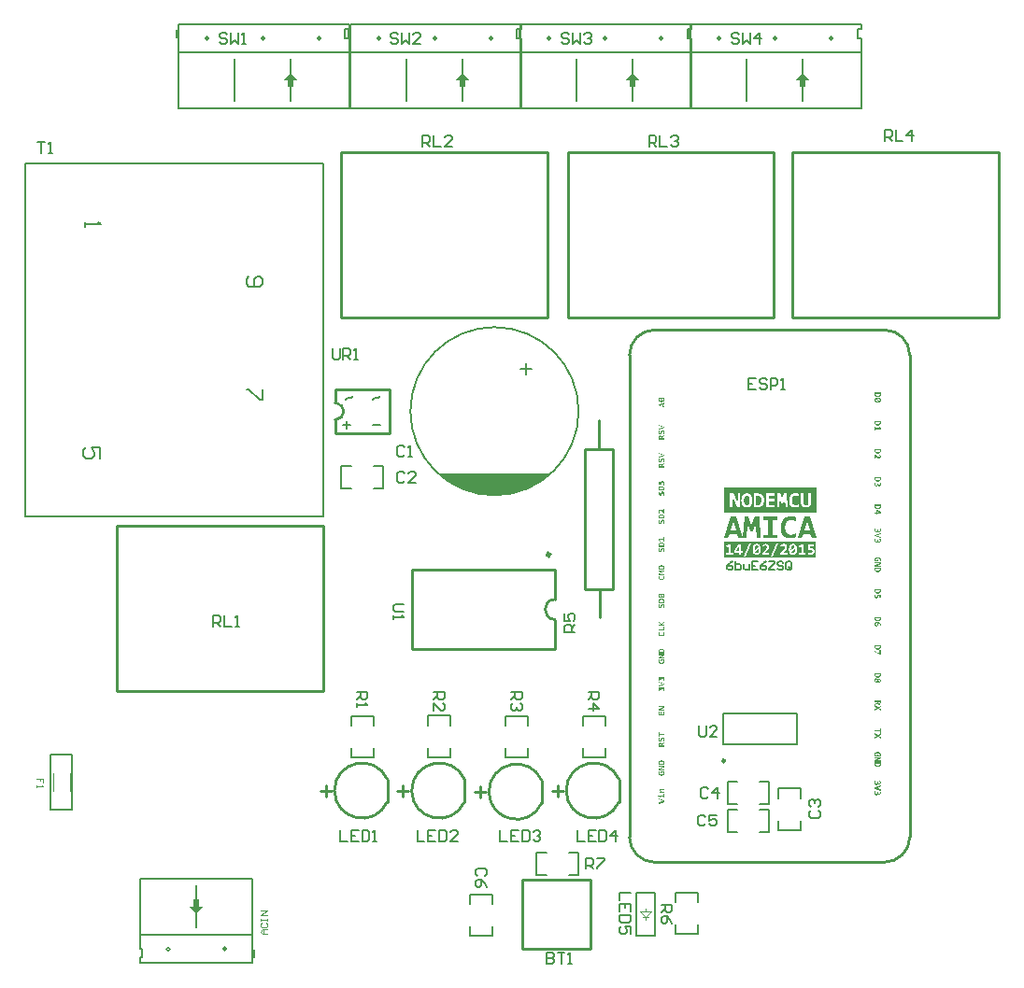
<source format=gto>
G04 Layer_Color=65535*
%FSLAX44Y44*%
%MOMM*%
G71*
G01*
G75*
%ADD20C,0.2540*%
%ADD37C,0.2500*%
%ADD38C,0.1778*%
%ADD39C,0.3000*%
%ADD40C,0.1270*%
%ADD41C,0.1000*%
%ADD42C,0.2000*%
%ADD43C,0.1016*%
%ADD44C,0.1500*%
G36*
X327361Y-57303D02*
X327435D01*
X327592Y-57312D01*
X327786Y-57340D01*
X327989Y-57368D01*
X328202Y-57414D01*
X328405Y-57470D01*
X328415D01*
X328433Y-57479D01*
X328461Y-57488D01*
X328498Y-57507D01*
X328590Y-57544D01*
X328720Y-57599D01*
X328858Y-57673D01*
X329016Y-57756D01*
X329164Y-57858D01*
X329311Y-57978D01*
X329330Y-57997D01*
X329376Y-58043D01*
X329441Y-58117D01*
X329524Y-58209D01*
X329617Y-58330D01*
X329709Y-58477D01*
X329792Y-58635D01*
X329875Y-58810D01*
Y-58819D01*
X329885Y-58829D01*
X329894Y-58857D01*
X329903Y-58903D01*
X329922Y-58949D01*
X329940Y-59004D01*
X329977Y-59143D01*
X330014Y-59310D01*
X330051Y-59494D01*
X330070Y-59707D01*
X330079Y-59938D01*
Y-59957D01*
Y-60003D01*
Y-60077D01*
X330070Y-60169D01*
X330060Y-60280D01*
X330051Y-60401D01*
X330005Y-60659D01*
Y-60678D01*
X329996Y-60724D01*
X329977Y-60789D01*
X329959Y-60881D01*
X329940Y-60992D01*
X329903Y-61112D01*
X329838Y-61381D01*
X328831D01*
X328840Y-61362D01*
X328858Y-61325D01*
X328877Y-61260D01*
X328914Y-61177D01*
X328951Y-61075D01*
X328988Y-60955D01*
X329025Y-60835D01*
X329062Y-60696D01*
X329071Y-60678D01*
X329080Y-60632D01*
X329099Y-60558D01*
X329117Y-60465D01*
X329136Y-60354D01*
X329145Y-60225D01*
X329164Y-60086D01*
Y-59948D01*
Y-59929D01*
Y-59883D01*
X329154Y-59809D01*
X329145Y-59726D01*
X329127Y-59615D01*
X329108Y-59504D01*
X329071Y-59384D01*
X329025Y-59273D01*
X329016Y-59263D01*
X328997Y-59226D01*
X328969Y-59171D01*
X328932Y-59097D01*
X328877Y-59023D01*
X328812Y-58940D01*
X328738Y-58857D01*
X328646Y-58783D01*
X328637Y-58773D01*
X328600Y-58755D01*
X328553Y-58718D01*
X328479Y-58672D01*
X328396Y-58625D01*
X328294Y-58579D01*
X328174Y-58533D01*
X328045Y-58487D01*
X328026D01*
X327980Y-58468D01*
X327906Y-58459D01*
X327814Y-58440D01*
X327693Y-58422D01*
X327555Y-58404D01*
X327407Y-58394D01*
X327240Y-58385D01*
X327083D01*
X326982Y-58394D01*
X326861Y-58404D01*
X326723Y-58413D01*
X326455Y-58459D01*
X326436D01*
X326399Y-58477D01*
X326334Y-58496D01*
X326251Y-58524D01*
X326159Y-58561D01*
X326057Y-58607D01*
X325863Y-58718D01*
X325854Y-58727D01*
X325826Y-58746D01*
X325780Y-58792D01*
X325724Y-58838D01*
X325669Y-58903D01*
X325604Y-58986D01*
X325549Y-59069D01*
X325493Y-59171D01*
X325484Y-59180D01*
X325475Y-59217D01*
X325456Y-59282D01*
X325438Y-59356D01*
X325410Y-59458D01*
X325391Y-59568D01*
X325382Y-59707D01*
X325373Y-59846D01*
Y-59855D01*
Y-59864D01*
Y-59901D01*
Y-59957D01*
Y-60012D01*
Y-60021D01*
X325382Y-60058D01*
Y-60105D01*
X325391Y-60151D01*
Y-60160D01*
X325401Y-60188D01*
X325410Y-60225D01*
X325419Y-60271D01*
Y-60280D01*
X325428Y-60308D01*
X325447Y-60345D01*
X325456Y-60391D01*
X326852D01*
Y-59467D01*
X327693D01*
Y-61399D01*
X324790D01*
X324781Y-61381D01*
X324763Y-61334D01*
X324735Y-61260D01*
X324698Y-61159D01*
X324652Y-61038D01*
X324615Y-60909D01*
X324568Y-60761D01*
X324541Y-60613D01*
Y-60595D01*
X324532Y-60539D01*
X324513Y-60456D01*
X324504Y-60354D01*
X324485Y-60216D01*
X324467Y-60068D01*
X324458Y-59901D01*
Y-59726D01*
Y-59716D01*
Y-59698D01*
Y-59670D01*
Y-59633D01*
X324467Y-59578D01*
Y-59522D01*
X324476Y-59384D01*
X324495Y-59226D01*
X324532Y-59060D01*
X324568Y-58884D01*
X324624Y-58709D01*
Y-58699D01*
X324633Y-58690D01*
X324661Y-58635D01*
X324698Y-58551D01*
X324753Y-58440D01*
X324827Y-58320D01*
X324920Y-58191D01*
X325022Y-58061D01*
X325142Y-57941D01*
X325160Y-57932D01*
X325206Y-57886D01*
X325280Y-57830D01*
X325382Y-57765D01*
X325502Y-57682D01*
X325650Y-57608D01*
X325817Y-57525D01*
X326002Y-57460D01*
X326011D01*
X326029Y-57451D01*
X326057Y-57442D01*
X326094Y-57433D01*
X326140Y-57423D01*
X326205Y-57405D01*
X326344Y-57377D01*
X326519Y-57350D01*
X326723Y-57322D01*
X326945Y-57303D01*
X327185Y-57294D01*
X327305D01*
X327361Y-57303D01*
D02*
G37*
G36*
X329986Y-63433D02*
X326713Y-64912D01*
X326085Y-65181D01*
X329986D01*
Y-66114D01*
X324550D01*
Y-64857D01*
X327786Y-63405D01*
X328489Y-63109D01*
X324550D01*
Y-62176D01*
X329986D01*
Y-63433D01*
D02*
G37*
G36*
Y-68444D02*
Y-68453D01*
Y-68472D01*
Y-68509D01*
Y-68546D01*
Y-68601D01*
X329977Y-68666D01*
X329968Y-68814D01*
X329949Y-68980D01*
X329922Y-69165D01*
X329885Y-69350D01*
X329829Y-69526D01*
Y-69535D01*
X329820Y-69544D01*
X329801Y-69609D01*
X329765Y-69692D01*
X329709Y-69803D01*
X329644Y-69924D01*
X329561Y-70053D01*
X329459Y-70192D01*
X329348Y-70312D01*
X329330Y-70330D01*
X329293Y-70367D01*
X329219Y-70423D01*
X329127Y-70487D01*
X329006Y-70561D01*
X328868Y-70645D01*
X328701Y-70719D01*
X328526Y-70783D01*
X328516D01*
X328507Y-70793D01*
X328479Y-70802D01*
X328433Y-70811D01*
X328387Y-70820D01*
X328331Y-70830D01*
X328193Y-70866D01*
X328017Y-70894D01*
X327814Y-70913D01*
X327583Y-70931D01*
X327333Y-70940D01*
X327176D01*
X327111Y-70931D01*
X326954Y-70922D01*
X326778Y-70904D01*
X326584Y-70876D01*
X326381Y-70839D01*
X326186Y-70783D01*
X326177D01*
X326168Y-70774D01*
X326140Y-70765D01*
X326103Y-70756D01*
X326002Y-70719D01*
X325881Y-70663D01*
X325743Y-70598D01*
X325595Y-70515D01*
X325447Y-70413D01*
X325299Y-70293D01*
X325280Y-70275D01*
X325243Y-70238D01*
X325179Y-70164D01*
X325095Y-70062D01*
X325003Y-69942D01*
X324911Y-69794D01*
X324827Y-69628D01*
X324744Y-69443D01*
Y-69433D01*
X324735Y-69424D01*
X324726Y-69387D01*
X324716Y-69350D01*
X324698Y-69304D01*
X324679Y-69249D01*
X324661Y-69175D01*
X324652Y-69101D01*
X324615Y-68916D01*
X324578Y-68712D01*
X324559Y-68472D01*
X324550Y-68213D01*
Y-66835D01*
X329986D01*
Y-68444D01*
D02*
G37*
G36*
X325428Y-31398D02*
X325419Y-31435D01*
X325410Y-31491D01*
X325401Y-31555D01*
X325382Y-31648D01*
X325373Y-31740D01*
X325354Y-31851D01*
X325345Y-31971D01*
Y-31990D01*
Y-32027D01*
X325336Y-32092D01*
Y-32175D01*
X325327Y-32277D01*
Y-32397D01*
X325317Y-32526D01*
Y-32656D01*
Y-32674D01*
Y-32711D01*
Y-32776D01*
X325327Y-32859D01*
Y-32952D01*
X325345Y-33053D01*
X325373Y-33247D01*
Y-33257D01*
X325382Y-33294D01*
X325401Y-33331D01*
X325419Y-33395D01*
X325465Y-33525D01*
X325539Y-33654D01*
X325549Y-33663D01*
X325558Y-33682D01*
X325586Y-33710D01*
X325613Y-33747D01*
X325696Y-33830D01*
X325807Y-33895D01*
X325817D01*
X325835Y-33904D01*
X325872Y-33922D01*
X325918Y-33941D01*
X325974Y-33950D01*
X326039Y-33969D01*
X326177Y-33978D01*
X326242D01*
X326288Y-33969D01*
X326390Y-33941D01*
X326501Y-33895D01*
X326510D01*
X326529Y-33876D01*
X326556Y-33858D01*
X326584Y-33830D01*
X326667Y-33756D01*
X326750Y-33645D01*
X326760Y-33636D01*
X326769Y-33617D01*
X326787Y-33580D01*
X326806Y-33534D01*
X326834Y-33479D01*
X326861Y-33405D01*
X326889Y-33331D01*
X326908Y-33238D01*
Y-33229D01*
X326917Y-33192D01*
X326926Y-33146D01*
X326945Y-33072D01*
X326954Y-32989D01*
X326963Y-32887D01*
X326972Y-32767D01*
Y-32646D01*
Y-32045D01*
X327749D01*
Y-32600D01*
Y-32619D01*
Y-32656D01*
Y-32711D01*
X327758Y-32785D01*
Y-32878D01*
X327777Y-32961D01*
X327786Y-33053D01*
X327804Y-33136D01*
Y-33146D01*
X327814Y-33173D01*
X327832Y-33210D01*
X327851Y-33257D01*
X327906Y-33368D01*
X327980Y-33479D01*
X327989Y-33488D01*
X327999Y-33497D01*
X328054Y-33552D01*
X328137Y-33608D01*
X328239Y-33663D01*
X328248D01*
X328267Y-33673D01*
X328294Y-33682D01*
X328331Y-33691D01*
X328433Y-33710D01*
X328544Y-33719D01*
X328600D01*
X328655Y-33710D01*
X328729Y-33691D01*
X328812Y-33663D01*
X328895Y-33626D01*
X328979Y-33571D01*
X329053Y-33497D01*
X329062Y-33488D01*
X329080Y-33460D01*
X329108Y-33405D01*
X329145Y-33331D01*
X329173Y-33238D01*
X329201Y-33127D01*
X329219Y-32989D01*
X329228Y-32831D01*
Y-32813D01*
Y-32776D01*
Y-32711D01*
X329219Y-32628D01*
X329210Y-32526D01*
X329201Y-32415D01*
X329164Y-32184D01*
Y-32175D01*
X329154Y-32129D01*
X329136Y-32064D01*
X329117Y-31990D01*
X329099Y-31888D01*
X329062Y-31777D01*
X328997Y-31537D01*
X329848D01*
Y-31546D01*
X329857Y-31565D01*
X329866Y-31602D01*
X329885Y-31648D01*
X329912Y-31768D01*
X329940Y-31888D01*
Y-31897D01*
X329949Y-31916D01*
X329959Y-31953D01*
X329968Y-31999D01*
X329996Y-32110D01*
X330014Y-32230D01*
Y-32240D01*
X330023Y-32258D01*
Y-32295D01*
X330033Y-32341D01*
X330051Y-32452D01*
X330060Y-32572D01*
Y-32582D01*
Y-32600D01*
X330070Y-32637D01*
Y-32683D01*
X330079Y-32804D01*
Y-32942D01*
Y-32952D01*
Y-32961D01*
Y-33016D01*
X330070Y-33099D01*
Y-33210D01*
X330051Y-33331D01*
X330033Y-33460D01*
X330014Y-33589D01*
X329977Y-33719D01*
Y-33737D01*
X329959Y-33774D01*
X329940Y-33839D01*
X329912Y-33922D01*
X329875Y-34005D01*
X329829Y-34107D01*
X329774Y-34200D01*
X329709Y-34292D01*
X329700Y-34301D01*
X329681Y-34329D01*
X329644Y-34375D01*
X329589Y-34422D01*
X329524Y-34477D01*
X329450Y-34542D01*
X329367Y-34597D01*
X329274Y-34643D01*
X329265Y-34653D01*
X329228Y-34662D01*
X329182Y-34680D01*
X329108Y-34708D01*
X329025Y-34727D01*
X328932Y-34745D01*
X328821Y-34754D01*
X328711Y-34764D01*
X328627D01*
X328544Y-34754D01*
X328424Y-34736D01*
X328304Y-34708D01*
X328165Y-34662D01*
X328036Y-34606D01*
X327915Y-34532D01*
X327906Y-34523D01*
X327869Y-34486D01*
X327814Y-34440D01*
X327740Y-34366D01*
X327666Y-34274D01*
X327592Y-34163D01*
X327509Y-34042D01*
X327444Y-33895D01*
Y-33904D01*
X327435Y-33941D01*
X327425Y-33987D01*
X327407Y-34052D01*
X327388Y-34126D01*
X327361Y-34209D01*
X327296Y-34366D01*
Y-34375D01*
X327277Y-34403D01*
X327259Y-34440D01*
X327222Y-34495D01*
X327148Y-34606D01*
X327037Y-34727D01*
X327028Y-34736D01*
X327009Y-34754D01*
X326972Y-34782D01*
X326935Y-34819D01*
X326880Y-34856D01*
X326815Y-34893D01*
X326667Y-34967D01*
X326658D01*
X326630Y-34976D01*
X326593Y-34995D01*
X326538Y-35013D01*
X326464Y-35022D01*
X326390Y-35041D01*
X326205Y-35050D01*
X326140D01*
X326066Y-35041D01*
X325965Y-35032D01*
X325854Y-35013D01*
X325733Y-34985D01*
X325604Y-34948D01*
X325484Y-34893D01*
X325465Y-34884D01*
X325428Y-34865D01*
X325373Y-34828D01*
X325290Y-34782D01*
X325206Y-34717D01*
X325114Y-34634D01*
X325022Y-34542D01*
X324929Y-34431D01*
X324920Y-34422D01*
X324892Y-34375D01*
X324855Y-34311D01*
X324800Y-34218D01*
X324744Y-34107D01*
X324689Y-33978D01*
X324633Y-33821D01*
X324587Y-33654D01*
Y-33645D01*
X324578Y-33636D01*
Y-33608D01*
X324568Y-33571D01*
X324550Y-33479D01*
X324532Y-33340D01*
X324504Y-33183D01*
X324485Y-32998D01*
X324476Y-32785D01*
X324467Y-32554D01*
Y-32545D01*
Y-32526D01*
Y-32499D01*
Y-32462D01*
Y-32369D01*
X324476Y-32258D01*
Y-32249D01*
Y-32230D01*
Y-32203D01*
X324485Y-32156D01*
Y-32064D01*
X324495Y-31944D01*
Y-31934D01*
Y-31916D01*
Y-31888D01*
X324504Y-31851D01*
X324513Y-31759D01*
X324522Y-31648D01*
Y-31639D01*
Y-31620D01*
Y-31592D01*
X324532Y-31565D01*
X324541Y-31472D01*
X324550Y-31389D01*
X325428D01*
Y-31398D01*
D02*
G37*
G36*
X329986Y-36659D02*
X326704Y-37574D01*
X325632Y-37870D01*
X326769Y-38175D01*
X329986Y-39091D01*
Y-40182D01*
X324550Y-38508D01*
Y-37158D01*
X329986Y-35494D01*
Y-36659D01*
D02*
G37*
G36*
X325428Y-40773D02*
X325419Y-40810D01*
X325410Y-40866D01*
X325401Y-40930D01*
X325382Y-41023D01*
X325373Y-41115D01*
X325354Y-41226D01*
X325345Y-41347D01*
Y-41365D01*
Y-41402D01*
X325336Y-41467D01*
Y-41550D01*
X325327Y-41652D01*
Y-41772D01*
X325317Y-41901D01*
Y-42031D01*
Y-42049D01*
Y-42086D01*
Y-42151D01*
X325327Y-42234D01*
Y-42326D01*
X325345Y-42428D01*
X325373Y-42622D01*
Y-42632D01*
X325382Y-42669D01*
X325401Y-42706D01*
X325419Y-42770D01*
X325465Y-42900D01*
X325539Y-43029D01*
X325549Y-43038D01*
X325558Y-43057D01*
X325586Y-43085D01*
X325613Y-43122D01*
X325696Y-43205D01*
X325807Y-43270D01*
X325817D01*
X325835Y-43279D01*
X325872Y-43297D01*
X325918Y-43316D01*
X325974Y-43325D01*
X326039Y-43344D01*
X326177Y-43353D01*
X326242D01*
X326288Y-43344D01*
X326390Y-43316D01*
X326501Y-43270D01*
X326510D01*
X326529Y-43251D01*
X326556Y-43233D01*
X326584Y-43205D01*
X326667Y-43131D01*
X326750Y-43020D01*
X326760Y-43011D01*
X326769Y-42992D01*
X326787Y-42955D01*
X326806Y-42909D01*
X326834Y-42853D01*
X326861Y-42780D01*
X326889Y-42706D01*
X326908Y-42613D01*
Y-42604D01*
X326917Y-42567D01*
X326926Y-42521D01*
X326945Y-42447D01*
X326954Y-42364D01*
X326963Y-42262D01*
X326972Y-42142D01*
Y-42021D01*
Y-41420D01*
X327749D01*
Y-41975D01*
Y-41994D01*
Y-42031D01*
Y-42086D01*
X327758Y-42160D01*
Y-42253D01*
X327777Y-42336D01*
X327786Y-42428D01*
X327804Y-42511D01*
Y-42521D01*
X327814Y-42548D01*
X327832Y-42585D01*
X327851Y-42632D01*
X327906Y-42743D01*
X327980Y-42853D01*
X327989Y-42863D01*
X327999Y-42872D01*
X328054Y-42927D01*
X328137Y-42983D01*
X328239Y-43038D01*
X328248D01*
X328267Y-43048D01*
X328294Y-43057D01*
X328331Y-43066D01*
X328433Y-43085D01*
X328544Y-43094D01*
X328600D01*
X328655Y-43085D01*
X328729Y-43066D01*
X328812Y-43038D01*
X328895Y-43001D01*
X328979Y-42946D01*
X329053Y-42872D01*
X329062Y-42863D01*
X329080Y-42835D01*
X329108Y-42780D01*
X329145Y-42706D01*
X329173Y-42613D01*
X329201Y-42502D01*
X329219Y-42364D01*
X329228Y-42206D01*
Y-42188D01*
Y-42151D01*
Y-42086D01*
X329219Y-42003D01*
X329210Y-41901D01*
X329201Y-41790D01*
X329164Y-41559D01*
Y-41550D01*
X329154Y-41504D01*
X329136Y-41439D01*
X329117Y-41365D01*
X329099Y-41263D01*
X329062Y-41152D01*
X328997Y-40912D01*
X329848D01*
Y-40921D01*
X329857Y-40940D01*
X329866Y-40977D01*
X329885Y-41023D01*
X329912Y-41143D01*
X329940Y-41263D01*
Y-41273D01*
X329949Y-41291D01*
X329959Y-41328D01*
X329968Y-41374D01*
X329996Y-41485D01*
X330014Y-41605D01*
Y-41615D01*
X330023Y-41633D01*
Y-41670D01*
X330033Y-41716D01*
X330051Y-41827D01*
X330060Y-41947D01*
Y-41957D01*
Y-41975D01*
X330070Y-42012D01*
Y-42058D01*
X330079Y-42179D01*
Y-42317D01*
Y-42326D01*
Y-42336D01*
Y-42391D01*
X330070Y-42474D01*
Y-42585D01*
X330051Y-42706D01*
X330033Y-42835D01*
X330014Y-42965D01*
X329977Y-43094D01*
Y-43112D01*
X329959Y-43149D01*
X329940Y-43214D01*
X329912Y-43297D01*
X329875Y-43380D01*
X329829Y-43482D01*
X329774Y-43575D01*
X329709Y-43667D01*
X329700Y-43676D01*
X329681Y-43704D01*
X329644Y-43750D01*
X329589Y-43797D01*
X329524Y-43852D01*
X329450Y-43917D01*
X329367Y-43972D01*
X329274Y-44019D01*
X329265Y-44028D01*
X329228Y-44037D01*
X329182Y-44056D01*
X329108Y-44083D01*
X329025Y-44102D01*
X328932Y-44120D01*
X328821Y-44129D01*
X328711Y-44139D01*
X328627D01*
X328544Y-44129D01*
X328424Y-44111D01*
X328304Y-44083D01*
X328165Y-44037D01*
X328036Y-43981D01*
X327915Y-43907D01*
X327906Y-43898D01*
X327869Y-43861D01*
X327814Y-43815D01*
X327740Y-43741D01*
X327666Y-43649D01*
X327592Y-43538D01*
X327509Y-43418D01*
X327444Y-43270D01*
Y-43279D01*
X327435Y-43316D01*
X327425Y-43362D01*
X327407Y-43427D01*
X327388Y-43501D01*
X327361Y-43584D01*
X327296Y-43741D01*
Y-43750D01*
X327277Y-43778D01*
X327259Y-43815D01*
X327222Y-43871D01*
X327148Y-43981D01*
X327037Y-44102D01*
X327028Y-44111D01*
X327009Y-44129D01*
X326972Y-44157D01*
X326935Y-44194D01*
X326880Y-44231D01*
X326815Y-44268D01*
X326667Y-44342D01*
X326658D01*
X326630Y-44351D01*
X326593Y-44370D01*
X326538Y-44388D01*
X326464Y-44398D01*
X326390Y-44416D01*
X326205Y-44425D01*
X326140D01*
X326066Y-44416D01*
X325965Y-44407D01*
X325854Y-44388D01*
X325733Y-44361D01*
X325604Y-44324D01*
X325484Y-44268D01*
X325465Y-44259D01*
X325428Y-44240D01*
X325373Y-44203D01*
X325290Y-44157D01*
X325206Y-44092D01*
X325114Y-44009D01*
X325022Y-43917D01*
X324929Y-43806D01*
X324920Y-43797D01*
X324892Y-43750D01*
X324855Y-43686D01*
X324800Y-43593D01*
X324744Y-43482D01*
X324689Y-43353D01*
X324633Y-43196D01*
X324587Y-43029D01*
Y-43020D01*
X324578Y-43011D01*
Y-42983D01*
X324568Y-42946D01*
X324550Y-42853D01*
X324532Y-42715D01*
X324504Y-42558D01*
X324485Y-42373D01*
X324476Y-42160D01*
X324467Y-41929D01*
Y-41920D01*
Y-41901D01*
Y-41873D01*
Y-41837D01*
Y-41744D01*
X324476Y-41633D01*
Y-41624D01*
Y-41605D01*
Y-41578D01*
X324485Y-41531D01*
Y-41439D01*
X324495Y-41319D01*
Y-41309D01*
Y-41291D01*
Y-41263D01*
X324504Y-41226D01*
X324513Y-41134D01*
X324522Y-41023D01*
Y-41014D01*
Y-40995D01*
Y-40967D01*
X324532Y-40940D01*
X324541Y-40847D01*
X324550Y-40764D01*
X325428D01*
Y-40773D01*
D02*
G37*
G36*
X134050Y81865D02*
X132978Y81559D01*
Y79664D01*
X134050Y79359D01*
Y78342D01*
X128614Y79951D01*
Y81384D01*
X134050Y82992D01*
Y81865D01*
D02*
G37*
G36*
Y61239D02*
Y59889D01*
X128614Y58225D01*
Y59390D01*
X131896Y60305D01*
X132968Y60601D01*
X131831Y60906D01*
X128614Y61821D01*
Y62912D01*
X134050Y61239D01*
D02*
G37*
G36*
X132571Y57781D02*
X132672Y57772D01*
X132802Y57753D01*
X132931Y57716D01*
X133061Y57679D01*
X133190Y57624D01*
X133209Y57614D01*
X133246Y57596D01*
X133301Y57559D01*
X133375Y57503D01*
X133468Y57439D01*
X133551Y57356D01*
X133643Y57263D01*
X133726Y57161D01*
X133736Y57152D01*
X133763Y57106D01*
X133800Y57050D01*
X133847Y56958D01*
X133893Y56856D01*
X133948Y56736D01*
X133995Y56597D01*
X134041Y56449D01*
Y56431D01*
X134059Y56376D01*
X134068Y56292D01*
X134087Y56191D01*
X134106Y56052D01*
X134124Y55904D01*
X134133Y55738D01*
X134143Y55562D01*
Y55543D01*
Y55488D01*
Y55405D01*
X134133Y55303D01*
Y55174D01*
X134115Y55035D01*
X134087Y54730D01*
Y54711D01*
X134078Y54665D01*
X134068Y54582D01*
X134050Y54480D01*
X134022Y54360D01*
X133995Y54231D01*
X133921Y53944D01*
X132913D01*
Y53953D01*
X132922Y53981D01*
X132941Y54018D01*
X132959Y54064D01*
X132978Y54120D01*
X132996Y54184D01*
X133042Y54332D01*
Y54342D01*
X133052Y54369D01*
X133061Y54415D01*
X133079Y54462D01*
X133089Y54526D01*
X133107Y54600D01*
X133144Y54758D01*
Y54767D01*
X133153Y54795D01*
X133162Y54832D01*
X133172Y54887D01*
X133181Y54952D01*
X133190Y55026D01*
X133218Y55174D01*
Y55183D01*
Y55211D01*
X133227Y55248D01*
Y55303D01*
X133236Y55433D01*
Y55580D01*
Y55590D01*
Y55627D01*
Y55682D01*
X133227Y55756D01*
Y55830D01*
X133218Y55913D01*
X133190Y56080D01*
Y56089D01*
X133181Y56117D01*
X133172Y56154D01*
X133153Y56200D01*
X133116Y56311D01*
X133061Y56413D01*
Y56422D01*
X133042Y56431D01*
X132996Y56487D01*
X132931Y56542D01*
X132848Y56597D01*
X132839D01*
X132830Y56607D01*
X132765Y56634D01*
X132682Y56653D01*
X132580Y56662D01*
X132543D01*
X132506Y56653D01*
X132460Y56644D01*
X132349Y56616D01*
X132303Y56579D01*
X132247Y56542D01*
X132238Y56533D01*
X132219Y56523D01*
X132201Y56496D01*
X132164Y56459D01*
X132090Y56366D01*
X132007Y56237D01*
X131997Y56228D01*
X131988Y56209D01*
X131970Y56163D01*
X131942Y56117D01*
X131914Y56052D01*
X131887Y55978D01*
X131822Y55812D01*
Y55802D01*
X131803Y55775D01*
X131794Y55719D01*
X131766Y55664D01*
X131739Y55590D01*
X131711Y55507D01*
X131646Y55322D01*
X131637Y55312D01*
X131628Y55285D01*
X131609Y55229D01*
X131581Y55174D01*
X131544Y55100D01*
X131508Y55016D01*
X131424Y54841D01*
X131415Y54832D01*
X131406Y54804D01*
X131378Y54758D01*
X131341Y54693D01*
X131249Y54554D01*
X131128Y54406D01*
X131119Y54397D01*
X131091Y54378D01*
X131054Y54342D01*
X131008Y54304D01*
X130943Y54249D01*
X130870Y54203D01*
X130703Y54110D01*
X130694D01*
X130657Y54092D01*
X130601Y54073D01*
X130537Y54055D01*
X130444Y54036D01*
X130343Y54018D01*
X130232Y54009D01*
X130102Y53999D01*
X130047D01*
X129982Y54009D01*
X129908Y54018D01*
X129806Y54027D01*
X129705Y54046D01*
X129603Y54073D01*
X129492Y54110D01*
X129483Y54120D01*
X129446Y54129D01*
X129390Y54166D01*
X129326Y54203D01*
X129242Y54258D01*
X129159Y54314D01*
X129076Y54397D01*
X128993Y54480D01*
X128983Y54489D01*
X128956Y54526D01*
X128919Y54582D01*
X128872Y54656D01*
X128817Y54748D01*
X128762Y54859D01*
X128706Y54980D01*
X128651Y55118D01*
Y55127D01*
X128641Y55137D01*
X128632Y55192D01*
X128614Y55275D01*
X128586Y55386D01*
X128558Y55525D01*
X128540Y55691D01*
X128530Y55867D01*
X128521Y56070D01*
Y56080D01*
Y56098D01*
Y56126D01*
Y56172D01*
X128530Y56274D01*
X128540Y56403D01*
Y56413D01*
Y56431D01*
X128549Y56468D01*
Y56514D01*
X128567Y56634D01*
X128586Y56755D01*
Y56764D01*
Y56782D01*
X128595Y56819D01*
Y56866D01*
X128614Y56967D01*
X128641Y57087D01*
Y57097D01*
Y57115D01*
X128651Y57152D01*
X128660Y57189D01*
X128678Y57291D01*
X128697Y57393D01*
X129631D01*
Y57383D01*
X129621Y57365D01*
X129612Y57337D01*
X129603Y57300D01*
X129575Y57208D01*
X129547Y57097D01*
Y57087D01*
X129538Y57069D01*
X129529Y57041D01*
X129520Y56995D01*
X129492Y56893D01*
X129473Y56764D01*
Y56755D01*
X129464Y56736D01*
Y56699D01*
X129455Y56662D01*
X129436Y56551D01*
X129418Y56422D01*
Y56413D01*
Y56394D01*
X129409Y56357D01*
Y56320D01*
X129399Y56218D01*
Y56098D01*
Y56089D01*
Y56052D01*
Y56006D01*
X129409Y55941D01*
X129418Y55793D01*
X129446Y55636D01*
Y55627D01*
X129455Y55608D01*
X129464Y55571D01*
X129483Y55525D01*
X129520Y55433D01*
X129575Y55331D01*
Y55322D01*
X129584Y55312D01*
X129621Y55266D01*
X129686Y55211D01*
X129760Y55155D01*
X129769D01*
X129778Y55146D01*
X129834Y55137D01*
X129908Y55118D01*
X130010Y55109D01*
X130037D01*
X130065Y55118D01*
X130111Y55127D01*
X130204Y55155D01*
X130259Y55183D01*
X130306Y55220D01*
X130315Y55229D01*
X130324Y55238D01*
X130352Y55266D01*
X130379Y55303D01*
X130454Y55395D01*
X130527Y55516D01*
Y55525D01*
X130546Y55553D01*
X130564Y55590D01*
X130583Y55645D01*
X130611Y55710D01*
X130638Y55784D01*
X130703Y55950D01*
Y55960D01*
X130722Y55996D01*
X130731Y56043D01*
X130759Y56098D01*
X130786Y56172D01*
X130814Y56255D01*
X130888Y56440D01*
Y56449D01*
X130906Y56487D01*
X130925Y56533D01*
X130953Y56597D01*
X130981Y56681D01*
X131017Y56764D01*
X131110Y56940D01*
X131119Y56949D01*
X131128Y56976D01*
X131156Y57023D01*
X131193Y57087D01*
X131286Y57217D01*
X131415Y57365D01*
X131424Y57374D01*
X131443Y57402D01*
X131480Y57430D01*
X131535Y57476D01*
X131600Y57522D01*
X131665Y57578D01*
X131748Y57624D01*
X131840Y57670D01*
X131849Y57679D01*
X131887Y57688D01*
X131933Y57707D01*
X131997Y57735D01*
X132090Y57753D01*
X132182Y57772D01*
X132293Y57781D01*
X132414Y57790D01*
X132487D01*
X132571Y57781D01*
D02*
G37*
G36*
X329986Y-87859D02*
Y-87868D01*
Y-87886D01*
Y-87923D01*
Y-87960D01*
Y-88016D01*
X329977Y-88081D01*
X329968Y-88229D01*
X329949Y-88395D01*
X329922Y-88580D01*
X329885Y-88765D01*
X329829Y-88940D01*
Y-88950D01*
X329820Y-88959D01*
X329801Y-89024D01*
X329765Y-89107D01*
X329709Y-89218D01*
X329644Y-89338D01*
X329561Y-89467D01*
X329459Y-89606D01*
X329348Y-89726D01*
X329330Y-89745D01*
X329293Y-89782D01*
X329219Y-89837D01*
X329127Y-89902D01*
X329006Y-89976D01*
X328868Y-90059D01*
X328701Y-90133D01*
X328526Y-90198D01*
X328516D01*
X328507Y-90207D01*
X328479Y-90216D01*
X328433Y-90226D01*
X328387Y-90235D01*
X328331Y-90244D01*
X328193Y-90281D01*
X328017Y-90309D01*
X327814Y-90327D01*
X327583Y-90346D01*
X327333Y-90355D01*
X327176D01*
X327111Y-90346D01*
X326954Y-90337D01*
X326778Y-90318D01*
X326584Y-90290D01*
X326381Y-90253D01*
X326186Y-90198D01*
X326177D01*
X326168Y-90189D01*
X326140Y-90179D01*
X326103Y-90170D01*
X326002Y-90133D01*
X325881Y-90078D01*
X325743Y-90013D01*
X325595Y-89930D01*
X325447Y-89828D01*
X325299Y-89708D01*
X325280Y-89689D01*
X325243Y-89652D01*
X325179Y-89578D01*
X325095Y-89477D01*
X325003Y-89356D01*
X324911Y-89209D01*
X324827Y-89042D01*
X324744Y-88857D01*
Y-88848D01*
X324735Y-88839D01*
X324726Y-88802D01*
X324716Y-88765D01*
X324698Y-88719D01*
X324679Y-88663D01*
X324661Y-88589D01*
X324652Y-88515D01*
X324615Y-88330D01*
X324578Y-88127D01*
X324559Y-87886D01*
X324550Y-87628D01*
Y-86250D01*
X329986D01*
Y-87859D01*
D02*
G37*
G36*
X325456Y-91233D02*
X325447Y-91261D01*
X325438Y-91317D01*
X325419Y-91381D01*
X325401Y-91455D01*
X325382Y-91548D01*
X325373Y-91649D01*
X325354Y-91760D01*
Y-91779D01*
Y-91816D01*
X325345Y-91881D01*
Y-91954D01*
X325336Y-92056D01*
Y-92158D01*
X325327Y-92389D01*
Y-92398D01*
Y-92417D01*
Y-92454D01*
Y-92491D01*
X325336Y-92546D01*
Y-92602D01*
X325354Y-92740D01*
X325382Y-92898D01*
X325428Y-93055D01*
X325484Y-93212D01*
X325558Y-93341D01*
X325567Y-93360D01*
X325604Y-93397D01*
X325659Y-93443D01*
X325733Y-93508D01*
X325826Y-93573D01*
X325937Y-93619D01*
X326076Y-93656D01*
X326223Y-93674D01*
X326297D01*
X326371Y-93656D01*
X326464Y-93637D01*
X326575Y-93600D01*
X326676Y-93545D01*
X326778Y-93471D01*
X326871Y-93369D01*
X326880Y-93351D01*
X326908Y-93314D01*
X326945Y-93240D01*
X326982Y-93129D01*
X327019Y-92999D01*
X327056Y-92824D01*
X327083Y-92629D01*
X327093Y-92389D01*
Y-91326D01*
X329986D01*
Y-94469D01*
X329025D01*
Y-92278D01*
X327925D01*
Y-92666D01*
Y-92676D01*
Y-92685D01*
Y-92740D01*
Y-92814D01*
X327915Y-92925D01*
X327906Y-93046D01*
X327888Y-93175D01*
X327841Y-93462D01*
Y-93480D01*
X327823Y-93526D01*
X327804Y-93600D01*
X327786Y-93684D01*
X327749Y-93794D01*
X327703Y-93905D01*
X327647Y-94016D01*
X327583Y-94127D01*
X327573Y-94136D01*
X327546Y-94173D01*
X327509Y-94229D01*
X327453Y-94294D01*
X327379Y-94368D01*
X327296Y-94442D01*
X327194Y-94516D01*
X327083Y-94590D01*
X327065Y-94599D01*
X327028Y-94617D01*
X326963Y-94645D01*
X326871Y-94682D01*
X326750Y-94710D01*
X326612Y-94738D01*
X326464Y-94756D01*
X326288Y-94765D01*
X326214D01*
X326131Y-94756D01*
X326020Y-94747D01*
X325900Y-94719D01*
X325770Y-94691D01*
X325632Y-94645D01*
X325502Y-94580D01*
X325484Y-94571D01*
X325447Y-94543D01*
X325382Y-94506D01*
X325308Y-94451D01*
X325216Y-94377D01*
X325123Y-94284D01*
X325031Y-94183D01*
X324938Y-94072D01*
X324929Y-94053D01*
X324901Y-94016D01*
X324855Y-93942D01*
X324809Y-93859D01*
X324753Y-93739D01*
X324689Y-93610D01*
X324633Y-93462D01*
X324587Y-93304D01*
Y-93295D01*
X324578Y-93286D01*
Y-93258D01*
X324568Y-93230D01*
X324550Y-93138D01*
X324532Y-93018D01*
X324504Y-92879D01*
X324485Y-92713D01*
X324476Y-92537D01*
X324467Y-92343D01*
Y-92334D01*
Y-92324D01*
Y-92297D01*
Y-92260D01*
Y-92167D01*
X324476Y-92065D01*
Y-92056D01*
Y-92038D01*
Y-92010D01*
X324485Y-91973D01*
X324495Y-91881D01*
X324504Y-91770D01*
Y-91760D01*
Y-91742D01*
Y-91714D01*
X324513Y-91677D01*
X324522Y-91585D01*
X324532Y-91483D01*
Y-91474D01*
Y-91455D01*
X324541Y-91437D01*
Y-91400D01*
X324559Y-91317D01*
X324568Y-91224D01*
X325456D01*
Y-91233D01*
D02*
G37*
G36*
X131554Y87467D02*
X131711Y87458D01*
X131896Y87440D01*
X132099Y87412D01*
X132303Y87375D01*
X132506Y87329D01*
X132515D01*
X132524Y87319D01*
X132552Y87310D01*
X132589Y87301D01*
X132691Y87264D01*
X132811Y87218D01*
X132959Y87162D01*
X133107Y87079D01*
X133255Y86996D01*
X133403Y86894D01*
X133421Y86885D01*
X133458Y86848D01*
X133523Y86783D01*
X133606Y86709D01*
X133699Y86608D01*
X133791Y86487D01*
X133874Y86358D01*
X133958Y86210D01*
X133967Y86192D01*
X133985Y86136D01*
X134013Y86053D01*
X134050Y85951D01*
X134087Y85813D01*
X134115Y85655D01*
X134133Y85480D01*
X134143Y85295D01*
Y85286D01*
Y85276D01*
Y85221D01*
X134133Y85128D01*
X134124Y85017D01*
X134106Y84897D01*
X134078Y84749D01*
X134041Y84611D01*
X133985Y84463D01*
X133976Y84444D01*
X133958Y84398D01*
X133921Y84324D01*
X133865Y84241D01*
X133800Y84139D01*
X133708Y84028D01*
X133616Y83917D01*
X133495Y83806D01*
X133477Y83797D01*
X133431Y83760D01*
X133357Y83714D01*
X133255Y83649D01*
X133135Y83584D01*
X132987Y83510D01*
X132811Y83446D01*
X132626Y83381D01*
X132617D01*
X132598Y83372D01*
X132571D01*
X132534Y83362D01*
X132478Y83344D01*
X132423Y83335D01*
X132349Y83325D01*
X132266Y83307D01*
X132081Y83279D01*
X131868Y83261D01*
X131628Y83242D01*
X131360Y83233D01*
X131193D01*
X131119Y83242D01*
X130962Y83251D01*
X130777Y83270D01*
X130574Y83288D01*
X130370Y83325D01*
X130167Y83372D01*
X130158D01*
X130139Y83381D01*
X130111Y83390D01*
X130074Y83399D01*
X129982Y83436D01*
X129862Y83483D01*
X129714Y83538D01*
X129566Y83612D01*
X129418Y83695D01*
X129279Y83797D01*
X129261Y83806D01*
X129214Y83852D01*
X129150Y83908D01*
X129067Y83991D01*
X128974Y84093D01*
X128882Y84213D01*
X128799Y84342D01*
X128715Y84490D01*
Y84500D01*
X128706Y84509D01*
X128688Y84564D01*
X128651Y84648D01*
X128614Y84759D01*
X128586Y84897D01*
X128549Y85054D01*
X128530Y85230D01*
X128521Y85415D01*
Y85424D01*
Y85433D01*
Y85489D01*
X128530Y85572D01*
X128540Y85683D01*
X128558Y85813D01*
X128595Y85951D01*
X128632Y86090D01*
X128688Y86238D01*
X128697Y86256D01*
X128715Y86302D01*
X128752Y86376D01*
X128808Y86460D01*
X128882Y86561D01*
X128965Y86672D01*
X129067Y86783D01*
X129187Y86885D01*
X129205Y86894D01*
X129242Y86931D01*
X129316Y86977D01*
X129418Y87042D01*
X129538Y87116D01*
X129686Y87190D01*
X129862Y87255D01*
X130047Y87319D01*
X130056D01*
X130074Y87329D01*
X130102Y87338D01*
X130139Y87347D01*
X130195Y87357D01*
X130250Y87366D01*
X130324Y87384D01*
X130398Y87403D01*
X130583Y87430D01*
X130805Y87449D01*
X131045Y87467D01*
X131313Y87477D01*
X131480D01*
X131554Y87467D01*
D02*
G37*
G36*
X329986Y-16407D02*
Y-17812D01*
X326556D01*
Y-18635D01*
X325659D01*
Y-17812D01*
X324550D01*
Y-16813D01*
X325659D01*
Y-14289D01*
X326529D01*
X329986Y-16407D01*
D02*
G37*
G36*
Y90195D02*
Y90186D01*
Y90168D01*
Y90131D01*
Y90094D01*
Y90038D01*
X329977Y89973D01*
X329968Y89825D01*
X329949Y89659D01*
X329922Y89474D01*
X329885Y89289D01*
X329829Y89114D01*
Y89104D01*
X329820Y89095D01*
X329801Y89030D01*
X329765Y88947D01*
X329709Y88836D01*
X329644Y88716D01*
X329561Y88587D01*
X329459Y88448D01*
X329348Y88328D01*
X329330Y88309D01*
X329293Y88272D01*
X329219Y88217D01*
X329127Y88152D01*
X329006Y88078D01*
X328868Y87995D01*
X328701Y87921D01*
X328526Y87856D01*
X328516D01*
X328507Y87847D01*
X328479Y87838D01*
X328433Y87828D01*
X328387Y87819D01*
X328331Y87810D01*
X328193Y87773D01*
X328017Y87745D01*
X327814Y87727D01*
X327583Y87708D01*
X327333Y87699D01*
X327176D01*
X327111Y87708D01*
X326954Y87718D01*
X326778Y87736D01*
X326584Y87764D01*
X326381Y87801D01*
X326186Y87856D01*
X326177D01*
X326168Y87865D01*
X326140Y87875D01*
X326103Y87884D01*
X326002Y87921D01*
X325881Y87976D01*
X325743Y88041D01*
X325595Y88124D01*
X325447Y88226D01*
X325299Y88346D01*
X325280Y88365D01*
X325243Y88402D01*
X325179Y88476D01*
X325095Y88577D01*
X325003Y88698D01*
X324911Y88845D01*
X324827Y89012D01*
X324744Y89197D01*
Y89206D01*
X324735Y89215D01*
X324726Y89252D01*
X324716Y89289D01*
X324698Y89335D01*
X324679Y89391D01*
X324661Y89465D01*
X324652Y89539D01*
X324615Y89724D01*
X324578Y89927D01*
X324559Y90168D01*
X324550Y90426D01*
Y91804D01*
X329986D01*
Y90195D01*
D02*
G37*
G36*
X327481Y87246D02*
X327638Y87237D01*
X327823Y87218D01*
X328026Y87200D01*
X328230Y87163D01*
X328433Y87116D01*
X328442D01*
X328461Y87107D01*
X328489Y87098D01*
X328526Y87089D01*
X328618Y87052D01*
X328738Y87006D01*
X328886Y86950D01*
X329034Y86876D01*
X329182Y86793D01*
X329321Y86691D01*
X329339Y86682D01*
X329385Y86636D01*
X329450Y86580D01*
X329533Y86497D01*
X329626Y86395D01*
X329718Y86275D01*
X329801Y86146D01*
X329885Y85998D01*
Y85989D01*
X329894Y85979D01*
X329912Y85924D01*
X329949Y85841D01*
X329986Y85730D01*
X330014Y85591D01*
X330051Y85434D01*
X330070Y85258D01*
X330079Y85073D01*
Y85064D01*
Y85055D01*
Y84999D01*
X330070Y84916D01*
X330060Y84805D01*
X330042Y84676D01*
X330005Y84537D01*
X329968Y84398D01*
X329912Y84250D01*
X329903Y84232D01*
X329885Y84186D01*
X329848Y84112D01*
X329792Y84029D01*
X329718Y83927D01*
X329635Y83816D01*
X329533Y83705D01*
X329413Y83603D01*
X329395Y83594D01*
X329358Y83557D01*
X329284Y83511D01*
X329182Y83446D01*
X329062Y83372D01*
X328914Y83298D01*
X328738Y83233D01*
X328553Y83169D01*
X328544D01*
X328526Y83159D01*
X328498Y83150D01*
X328461Y83141D01*
X328405Y83132D01*
X328350Y83122D01*
X328276Y83104D01*
X328202Y83085D01*
X328017Y83058D01*
X327795Y83039D01*
X327555Y83021D01*
X327287Y83011D01*
X327120D01*
X327046Y83021D01*
X326889Y83030D01*
X326704Y83048D01*
X326501Y83076D01*
X326297Y83113D01*
X326094Y83159D01*
X326085D01*
X326076Y83169D01*
X326048Y83178D01*
X326011Y83187D01*
X325909Y83224D01*
X325789Y83270D01*
X325641Y83326D01*
X325493Y83409D01*
X325345Y83492D01*
X325197Y83594D01*
X325179Y83603D01*
X325142Y83640D01*
X325077Y83705D01*
X324994Y83779D01*
X324901Y83881D01*
X324809Y84001D01*
X324726Y84130D01*
X324642Y84278D01*
X324633Y84297D01*
X324615Y84352D01*
X324587Y84435D01*
X324550Y84537D01*
X324513Y84676D01*
X324485Y84833D01*
X324467Y85008D01*
X324458Y85193D01*
Y85203D01*
Y85212D01*
Y85267D01*
X324467Y85360D01*
X324476Y85471D01*
X324495Y85591D01*
X324522Y85739D01*
X324559Y85878D01*
X324615Y86025D01*
X324624Y86044D01*
X324642Y86090D01*
X324679Y86164D01*
X324735Y86247D01*
X324800Y86349D01*
X324892Y86460D01*
X324985Y86571D01*
X325105Y86682D01*
X325123Y86691D01*
X325169Y86728D01*
X325243Y86774D01*
X325345Y86839D01*
X325465Y86904D01*
X325613Y86978D01*
X325789Y87043D01*
X325974Y87107D01*
X325983D01*
X326002Y87116D01*
X326029D01*
X326066Y87126D01*
X326122Y87144D01*
X326177Y87154D01*
X326251Y87163D01*
X326334Y87181D01*
X326519Y87209D01*
X326732Y87227D01*
X326972Y87246D01*
X327240Y87255D01*
X327407D01*
X327481Y87246D01*
D02*
G37*
G36*
X329986Y64454D02*
Y64444D01*
Y64426D01*
Y64389D01*
Y64352D01*
Y64296D01*
X329977Y64232D01*
X329968Y64084D01*
X329949Y63917D01*
X329922Y63732D01*
X329885Y63547D01*
X329829Y63372D01*
Y63362D01*
X329820Y63353D01*
X329801Y63288D01*
X329765Y63205D01*
X329709Y63094D01*
X329644Y62974D01*
X329561Y62845D01*
X329459Y62706D01*
X329348Y62586D01*
X329330Y62567D01*
X329293Y62530D01*
X329219Y62475D01*
X329127Y62410D01*
X329006Y62336D01*
X328868Y62253D01*
X328701Y62179D01*
X328526Y62114D01*
X328516D01*
X328507Y62105D01*
X328479Y62096D01*
X328433Y62087D01*
X328387Y62077D01*
X328331Y62068D01*
X328193Y62031D01*
X328017Y62003D01*
X327814Y61985D01*
X327583Y61966D01*
X327333Y61957D01*
X327176D01*
X327111Y61966D01*
X326954Y61976D01*
X326778Y61994D01*
X326584Y62022D01*
X326381Y62059D01*
X326186Y62114D01*
X326177D01*
X326168Y62124D01*
X326140Y62133D01*
X326103Y62142D01*
X326002Y62179D01*
X325881Y62235D01*
X325743Y62299D01*
X325595Y62382D01*
X325447Y62484D01*
X325299Y62604D01*
X325280Y62623D01*
X325243Y62660D01*
X325179Y62734D01*
X325095Y62835D01*
X325003Y62956D01*
X324911Y63104D01*
X324827Y63270D01*
X324744Y63455D01*
Y63464D01*
X324735Y63474D01*
X324726Y63510D01*
X324716Y63547D01*
X324698Y63594D01*
X324679Y63649D01*
X324661Y63723D01*
X324652Y63797D01*
X324615Y63982D01*
X324578Y64185D01*
X324559Y64426D01*
X324550Y64685D01*
Y66062D01*
X329986D01*
Y64454D01*
D02*
G37*
G36*
X131489Y-64669D02*
X131646Y-64678D01*
X131822Y-64697D01*
X132016Y-64724D01*
X132219Y-64761D01*
X132414Y-64817D01*
X132423D01*
X132432Y-64826D01*
X132460Y-64835D01*
X132497Y-64845D01*
X132598Y-64882D01*
X132719Y-64937D01*
X132857Y-65002D01*
X133005Y-65085D01*
X133153Y-65187D01*
X133301Y-65307D01*
X133320Y-65325D01*
X133357Y-65362D01*
X133421Y-65436D01*
X133504Y-65538D01*
X133597Y-65658D01*
X133689Y-65806D01*
X133773Y-65973D01*
X133856Y-66157D01*
Y-66167D01*
X133865Y-66176D01*
X133874Y-66213D01*
X133884Y-66250D01*
X133902Y-66296D01*
X133921Y-66352D01*
X133939Y-66426D01*
X133948Y-66500D01*
X133985Y-66684D01*
X134022Y-66888D01*
X134041Y-67128D01*
X134050Y-67387D01*
Y-68765D01*
X128614D01*
Y-67156D01*
Y-67147D01*
Y-67128D01*
Y-67091D01*
Y-67054D01*
Y-66999D01*
X128623Y-66934D01*
X128632Y-66786D01*
X128651Y-66620D01*
X128678Y-66435D01*
X128715Y-66250D01*
X128771Y-66074D01*
Y-66065D01*
X128780Y-66056D01*
X128799Y-65991D01*
X128835Y-65908D01*
X128891Y-65797D01*
X128956Y-65677D01*
X129039Y-65547D01*
X129141Y-65409D01*
X129252Y-65288D01*
X129270Y-65270D01*
X129307Y-65233D01*
X129381Y-65177D01*
X129473Y-65113D01*
X129594Y-65039D01*
X129732Y-64956D01*
X129899Y-64882D01*
X130074Y-64817D01*
X130084D01*
X130093Y-64808D01*
X130121Y-64798D01*
X130167Y-64789D01*
X130213Y-64780D01*
X130269Y-64771D01*
X130407Y-64734D01*
X130583Y-64706D01*
X130786Y-64687D01*
X131018Y-64669D01*
X131267Y-64660D01*
X131424D01*
X131489Y-64669D01*
D02*
G37*
G36*
X134050Y-70226D02*
X130981Y-70327D01*
X129751Y-70364D01*
X130583Y-70623D01*
X132432Y-71224D01*
Y-71871D01*
X130583Y-72417D01*
X129751Y-72648D01*
X130953Y-72676D01*
X134050Y-72768D01*
Y-73637D01*
X128614Y-73369D01*
Y-72213D01*
X130167Y-71733D01*
X131036Y-71501D01*
X130213Y-71270D01*
X128614Y-70771D01*
Y-69588D01*
X134050Y-69320D01*
Y-70226D01*
D02*
G37*
G36*
X133847Y-74340D02*
X133865Y-74386D01*
X133884Y-74460D01*
X133921Y-74552D01*
X133958Y-74654D01*
X133985Y-74774D01*
X134050Y-75033D01*
Y-75052D01*
X134059Y-75089D01*
X134068Y-75153D01*
X134087Y-75246D01*
X134096Y-75348D01*
X134115Y-75468D01*
X134124Y-75597D01*
Y-75736D01*
Y-75745D01*
Y-75764D01*
Y-75791D01*
Y-75838D01*
X134115Y-75884D01*
Y-75939D01*
X134106Y-76087D01*
X134087Y-76244D01*
X134050Y-76420D01*
X134013Y-76596D01*
X133958Y-76771D01*
Y-76781D01*
X133948Y-76790D01*
X133921Y-76845D01*
X133884Y-76929D01*
X133828Y-77040D01*
X133754Y-77160D01*
X133662Y-77289D01*
X133560Y-77419D01*
X133440Y-77539D01*
X133421Y-77548D01*
X133375Y-77585D01*
X133301Y-77641D01*
X133209Y-77715D01*
X133079Y-77789D01*
X132941Y-77862D01*
X132774Y-77936D01*
X132598Y-78001D01*
X132589D01*
X132571Y-78010D01*
X132543Y-78020D01*
X132506Y-78029D01*
X132460Y-78038D01*
X132404Y-78047D01*
X132256Y-78075D01*
X132090Y-78112D01*
X131887Y-78131D01*
X131655Y-78149D01*
X131415Y-78158D01*
X131295D01*
X131239Y-78149D01*
X131165D01*
X131008Y-78140D01*
X130814Y-78121D01*
X130611Y-78084D01*
X130398Y-78047D01*
X130195Y-77992D01*
X130185D01*
X130167Y-77983D01*
X130139Y-77973D01*
X130102Y-77955D01*
X130010Y-77918D01*
X129880Y-77862D01*
X129742Y-77789D01*
X129584Y-77705D01*
X129437Y-77604D01*
X129289Y-77493D01*
X129270Y-77474D01*
X129224Y-77437D01*
X129159Y-77363D01*
X129076Y-77271D01*
X128983Y-77151D01*
X128891Y-77012D01*
X128808Y-76864D01*
X128725Y-76698D01*
Y-76688D01*
X128715Y-76679D01*
X128706Y-76651D01*
X128697Y-76614D01*
X128660Y-76522D01*
X128623Y-76392D01*
X128595Y-76244D01*
X128558Y-76069D01*
X128540Y-75875D01*
X128530Y-75662D01*
Y-75653D01*
Y-75625D01*
Y-75588D01*
Y-75542D01*
Y-75431D01*
X128540Y-75311D01*
Y-75301D01*
Y-75283D01*
Y-75246D01*
X128549Y-75209D01*
X128558Y-75107D01*
X128577Y-74987D01*
Y-74978D01*
Y-74959D01*
X128586Y-74932D01*
Y-74885D01*
X128604Y-74784D01*
X128632Y-74664D01*
Y-74654D01*
X128641Y-74636D01*
X128651Y-74599D01*
X128660Y-74562D01*
X128688Y-74451D01*
X128725Y-74321D01*
X129742D01*
X129732Y-74340D01*
X129714Y-74386D01*
X129686Y-74451D01*
X129649Y-74543D01*
X129612Y-74645D01*
X129575Y-74765D01*
X129510Y-75005D01*
Y-75015D01*
X129501Y-75061D01*
X129483Y-75117D01*
X129473Y-75191D01*
X129455Y-75283D01*
X129446Y-75375D01*
X129437Y-75579D01*
Y-75597D01*
Y-75644D01*
X129446Y-75718D01*
X129455Y-75810D01*
X129473Y-75912D01*
X129501Y-76023D01*
X129538Y-76133D01*
X129584Y-76244D01*
X129594Y-76254D01*
X129612Y-76291D01*
X129640Y-76337D01*
X129686Y-76402D01*
X129742Y-76476D01*
X129806Y-76550D01*
X129880Y-76624D01*
X129973Y-76698D01*
X129982Y-76707D01*
X130019Y-76725D01*
X130074Y-76753D01*
X130139Y-76799D01*
X130232Y-76836D01*
X130333Y-76882D01*
X130444Y-76919D01*
X130574Y-76956D01*
X130592D01*
X130629Y-76966D01*
X130703Y-76975D01*
X130796Y-76993D01*
X130906Y-77003D01*
X131036Y-77021D01*
X131184Y-77030D01*
X131406D01*
X131489Y-77021D01*
X131600D01*
X131720Y-77012D01*
X131850Y-76993D01*
X132127Y-76947D01*
X132145D01*
X132182Y-76929D01*
X132247Y-76910D01*
X132330Y-76882D01*
X132423Y-76845D01*
X132515Y-76799D01*
X132617Y-76753D01*
X132709Y-76688D01*
X132719Y-76679D01*
X132746Y-76651D01*
X132793Y-76614D01*
X132848Y-76559D01*
X132904Y-76494D01*
X132968Y-76411D01*
X133024Y-76328D01*
X133079Y-76226D01*
X133089Y-76217D01*
X133098Y-76180D01*
X133116Y-76115D01*
X133135Y-76041D01*
X133162Y-75939D01*
X133181Y-75828D01*
X133190Y-75708D01*
X133199Y-75570D01*
Y-75560D01*
Y-75542D01*
Y-75514D01*
Y-75477D01*
X133190Y-75385D01*
X133181Y-75274D01*
Y-75264D01*
X133172Y-75246D01*
Y-75209D01*
X133162Y-75172D01*
X133135Y-75070D01*
X133107Y-74950D01*
Y-74941D01*
X133098Y-74922D01*
X133089Y-74885D01*
X133079Y-74848D01*
X133042Y-74747D01*
X133005Y-74626D01*
Y-74617D01*
X132996Y-74599D01*
X132978Y-74562D01*
X132968Y-74525D01*
X132922Y-74423D01*
X132876Y-74321D01*
X133837D01*
X133847Y-74340D01*
D02*
G37*
G36*
X329986Y13594D02*
Y13585D01*
Y13566D01*
Y13529D01*
Y13492D01*
Y13437D01*
X329977Y13372D01*
X329968Y13224D01*
X329949Y13058D01*
X329922Y12873D01*
X329885Y12688D01*
X329829Y12512D01*
Y12503D01*
X329820Y12494D01*
X329801Y12429D01*
X329765Y12346D01*
X329709Y12235D01*
X329644Y12115D01*
X329561Y11985D01*
X329459Y11847D01*
X329348Y11726D01*
X329330Y11708D01*
X329293Y11671D01*
X329219Y11616D01*
X329127Y11551D01*
X329006Y11477D01*
X328868Y11394D01*
X328701Y11320D01*
X328526Y11255D01*
X328516D01*
X328507Y11246D01*
X328479Y11236D01*
X328433Y11227D01*
X328387Y11218D01*
X328331Y11209D01*
X328193Y11172D01*
X328017Y11144D01*
X327814Y11126D01*
X327583Y11107D01*
X327333Y11098D01*
X327176D01*
X327111Y11107D01*
X326954Y11116D01*
X326778Y11135D01*
X326584Y11163D01*
X326381Y11200D01*
X326186Y11255D01*
X326177D01*
X326168Y11264D01*
X326140Y11273D01*
X326103Y11283D01*
X326002Y11320D01*
X325881Y11375D01*
X325743Y11440D01*
X325595Y11523D01*
X325447Y11625D01*
X325299Y11745D01*
X325280Y11763D01*
X325243Y11800D01*
X325179Y11874D01*
X325095Y11976D01*
X325003Y12096D01*
X324911Y12244D01*
X324827Y12411D01*
X324744Y12596D01*
Y12605D01*
X324735Y12614D01*
X324726Y12651D01*
X324716Y12688D01*
X324698Y12734D01*
X324679Y12790D01*
X324661Y12864D01*
X324652Y12938D01*
X324615Y13123D01*
X324578Y13326D01*
X324559Y13566D01*
X324550Y13825D01*
Y15203D01*
X329986D01*
Y13594D01*
D02*
G37*
G36*
X325428Y10284D02*
X325419Y10247D01*
X325410Y10192D01*
X325401Y10127D01*
X325382Y10035D01*
X325373Y9942D01*
X325354Y9831D01*
X325345Y9711D01*
Y9692D01*
Y9656D01*
X325336Y9591D01*
Y9507D01*
X325327Y9406D01*
Y9286D01*
X325317Y9156D01*
Y9027D01*
Y9008D01*
Y8971D01*
Y8907D01*
X325327Y8823D01*
Y8731D01*
X325345Y8629D01*
X325373Y8435D01*
Y8426D01*
X325382Y8389D01*
X325401Y8352D01*
X325419Y8287D01*
X325465Y8158D01*
X325539Y8028D01*
X325549Y8019D01*
X325558Y8001D01*
X325586Y7973D01*
X325613Y7936D01*
X325696Y7853D01*
X325807Y7788D01*
X325817D01*
X325835Y7779D01*
X325872Y7760D01*
X325918Y7742D01*
X325974Y7732D01*
X326039Y7714D01*
X326177Y7705D01*
X326242D01*
X326288Y7714D01*
X326390Y7742D01*
X326501Y7788D01*
X326510D01*
X326529Y7806D01*
X326556Y7825D01*
X326584Y7853D01*
X326667Y7926D01*
X326750Y8037D01*
X326760Y8047D01*
X326769Y8065D01*
X326787Y8102D01*
X326806Y8148D01*
X326834Y8204D01*
X326861Y8278D01*
X326889Y8352D01*
X326908Y8444D01*
Y8454D01*
X326917Y8490D01*
X326926Y8537D01*
X326945Y8611D01*
X326954Y8694D01*
X326963Y8796D01*
X326972Y8916D01*
Y9036D01*
Y9637D01*
X327749D01*
Y9082D01*
Y9064D01*
Y9027D01*
Y8971D01*
X327758Y8897D01*
Y8805D01*
X327777Y8722D01*
X327786Y8629D01*
X327804Y8546D01*
Y8537D01*
X327814Y8509D01*
X327832Y8472D01*
X327851Y8426D01*
X327906Y8315D01*
X327980Y8204D01*
X327989Y8195D01*
X327999Y8185D01*
X328054Y8130D01*
X328137Y8074D01*
X328239Y8019D01*
X328248D01*
X328267Y8010D01*
X328294Y8001D01*
X328331Y7991D01*
X328433Y7973D01*
X328544Y7964D01*
X328600D01*
X328655Y7973D01*
X328729Y7991D01*
X328812Y8019D01*
X328895Y8056D01*
X328979Y8111D01*
X329053Y8185D01*
X329062Y8195D01*
X329080Y8222D01*
X329108Y8278D01*
X329145Y8352D01*
X329173Y8444D01*
X329201Y8555D01*
X329219Y8694D01*
X329228Y8851D01*
Y8870D01*
Y8907D01*
Y8971D01*
X329219Y9054D01*
X329210Y9156D01*
X329201Y9267D01*
X329164Y9498D01*
Y9507D01*
X329154Y9554D01*
X329136Y9618D01*
X329117Y9692D01*
X329099Y9794D01*
X329062Y9905D01*
X328997Y10145D01*
X329848D01*
Y10136D01*
X329857Y10118D01*
X329866Y10081D01*
X329885Y10035D01*
X329912Y9914D01*
X329940Y9794D01*
Y9785D01*
X329949Y9766D01*
X329959Y9729D01*
X329968Y9683D01*
X329996Y9572D01*
X330014Y9452D01*
Y9443D01*
X330023Y9424D01*
Y9387D01*
X330033Y9341D01*
X330051Y9230D01*
X330060Y9110D01*
Y9101D01*
Y9082D01*
X330070Y9045D01*
Y8999D01*
X330079Y8879D01*
Y8740D01*
Y8731D01*
Y8722D01*
Y8666D01*
X330070Y8583D01*
Y8472D01*
X330051Y8352D01*
X330033Y8222D01*
X330014Y8093D01*
X329977Y7964D01*
Y7945D01*
X329959Y7908D01*
X329940Y7843D01*
X329912Y7760D01*
X329875Y7677D01*
X329829Y7575D01*
X329774Y7483D01*
X329709Y7390D01*
X329700Y7381D01*
X329681Y7353D01*
X329644Y7307D01*
X329589Y7261D01*
X329524Y7205D01*
X329450Y7141D01*
X329367Y7085D01*
X329274Y7039D01*
X329265Y7030D01*
X329228Y7020D01*
X329182Y7002D01*
X329108Y6974D01*
X329025Y6956D01*
X328932Y6937D01*
X328821Y6928D01*
X328711Y6919D01*
X328627D01*
X328544Y6928D01*
X328424Y6946D01*
X328304Y6974D01*
X328165Y7020D01*
X328036Y7076D01*
X327915Y7150D01*
X327906Y7159D01*
X327869Y7196D01*
X327814Y7242D01*
X327740Y7316D01*
X327666Y7409D01*
X327592Y7520D01*
X327509Y7640D01*
X327444Y7788D01*
Y7779D01*
X327435Y7742D01*
X327425Y7695D01*
X327407Y7631D01*
X327388Y7557D01*
X327361Y7473D01*
X327296Y7316D01*
Y7307D01*
X327277Y7279D01*
X327259Y7242D01*
X327222Y7187D01*
X327148Y7076D01*
X327037Y6956D01*
X327028Y6946D01*
X327009Y6928D01*
X326972Y6900D01*
X326935Y6863D01*
X326880Y6826D01*
X326815Y6789D01*
X326667Y6715D01*
X326658D01*
X326630Y6706D01*
X326593Y6688D01*
X326538Y6669D01*
X326464Y6660D01*
X326390Y6641D01*
X326205Y6632D01*
X326140D01*
X326066Y6641D01*
X325965Y6651D01*
X325854Y6669D01*
X325733Y6697D01*
X325604Y6734D01*
X325484Y6789D01*
X325465Y6799D01*
X325428Y6817D01*
X325373Y6854D01*
X325290Y6900D01*
X325206Y6965D01*
X325114Y7048D01*
X325022Y7141D01*
X324929Y7252D01*
X324920Y7261D01*
X324892Y7307D01*
X324855Y7372D01*
X324800Y7464D01*
X324744Y7575D01*
X324689Y7705D01*
X324633Y7862D01*
X324587Y8028D01*
Y8037D01*
X324578Y8047D01*
Y8074D01*
X324568Y8111D01*
X324550Y8204D01*
X324532Y8343D01*
X324504Y8500D01*
X324485Y8685D01*
X324476Y8897D01*
X324467Y9129D01*
Y9138D01*
Y9156D01*
Y9184D01*
Y9221D01*
Y9313D01*
X324476Y9424D01*
Y9434D01*
Y9452D01*
Y9480D01*
X324485Y9526D01*
Y9618D01*
X324495Y9739D01*
Y9748D01*
Y9766D01*
Y9794D01*
X324504Y9831D01*
X324513Y9924D01*
X324522Y10035D01*
Y10044D01*
Y10062D01*
Y10090D01*
X324532Y10118D01*
X324541Y10210D01*
X324550Y10293D01*
X325428D01*
Y10284D01*
D02*
G37*
G36*
X329986Y-11405D02*
Y-11414D01*
Y-11432D01*
Y-11469D01*
Y-11506D01*
Y-11562D01*
X329977Y-11627D01*
X329968Y-11775D01*
X329949Y-11941D01*
X329922Y-12126D01*
X329885Y-12311D01*
X329829Y-12486D01*
Y-12496D01*
X329820Y-12505D01*
X329801Y-12570D01*
X329765Y-12653D01*
X329709Y-12764D01*
X329644Y-12884D01*
X329561Y-13013D01*
X329459Y-13152D01*
X329348Y-13272D01*
X329330Y-13291D01*
X329293Y-13328D01*
X329219Y-13383D01*
X329127Y-13448D01*
X329006Y-13522D01*
X328868Y-13605D01*
X328701Y-13679D01*
X328526Y-13744D01*
X328516D01*
X328507Y-13753D01*
X328479Y-13762D01*
X328433Y-13772D01*
X328387Y-13781D01*
X328331Y-13790D01*
X328193Y-13827D01*
X328017Y-13855D01*
X327814Y-13873D01*
X327583Y-13892D01*
X327333Y-13901D01*
X327176D01*
X327111Y-13892D01*
X326954Y-13882D01*
X326778Y-13864D01*
X326584Y-13836D01*
X326381Y-13799D01*
X326186Y-13744D01*
X326177D01*
X326168Y-13735D01*
X326140Y-13725D01*
X326103Y-13716D01*
X326002Y-13679D01*
X325881Y-13624D01*
X325743Y-13559D01*
X325595Y-13476D01*
X325447Y-13374D01*
X325299Y-13254D01*
X325280Y-13235D01*
X325243Y-13198D01*
X325179Y-13124D01*
X325095Y-13023D01*
X325003Y-12902D01*
X324911Y-12755D01*
X324827Y-12588D01*
X324744Y-12403D01*
Y-12394D01*
X324735Y-12385D01*
X324726Y-12348D01*
X324716Y-12311D01*
X324698Y-12265D01*
X324679Y-12209D01*
X324661Y-12135D01*
X324652Y-12061D01*
X324615Y-11876D01*
X324578Y-11673D01*
X324559Y-11432D01*
X324550Y-11174D01*
Y-9796D01*
X329986D01*
Y-11405D01*
D02*
G37*
G36*
X330023Y59535D02*
Y58675D01*
X325456D01*
Y57482D01*
X324550D01*
Y61107D01*
X325456D01*
Y59720D01*
X328942D01*
X328285Y60931D01*
X329117Y61264D01*
X330023Y59535D01*
D02*
G37*
G36*
X329986Y38994D02*
Y38985D01*
Y38966D01*
Y38929D01*
Y38892D01*
Y38837D01*
X329977Y38772D01*
X329968Y38624D01*
X329949Y38458D01*
X329922Y38273D01*
X329885Y38088D01*
X329829Y37912D01*
Y37903D01*
X329820Y37894D01*
X329801Y37829D01*
X329765Y37746D01*
X329709Y37635D01*
X329644Y37515D01*
X329561Y37385D01*
X329459Y37247D01*
X329348Y37127D01*
X329330Y37108D01*
X329293Y37071D01*
X329219Y37016D01*
X329127Y36951D01*
X329006Y36877D01*
X328868Y36794D01*
X328701Y36720D01*
X328526Y36655D01*
X328516D01*
X328507Y36646D01*
X328479Y36637D01*
X328433Y36627D01*
X328387Y36618D01*
X328331Y36609D01*
X328193Y36572D01*
X328017Y36544D01*
X327814Y36525D01*
X327583Y36507D01*
X327333Y36498D01*
X327176D01*
X327111Y36507D01*
X326954Y36516D01*
X326778Y36535D01*
X326584Y36562D01*
X326381Y36600D01*
X326186Y36655D01*
X326177D01*
X326168Y36664D01*
X326140Y36673D01*
X326103Y36683D01*
X326002Y36720D01*
X325881Y36775D01*
X325743Y36840D01*
X325595Y36923D01*
X325447Y37025D01*
X325299Y37145D01*
X325280Y37164D01*
X325243Y37200D01*
X325179Y37274D01*
X325095Y37376D01*
X325003Y37496D01*
X324911Y37644D01*
X324827Y37811D01*
X324744Y37996D01*
Y38005D01*
X324735Y38014D01*
X324726Y38051D01*
X324716Y38088D01*
X324698Y38134D01*
X324679Y38190D01*
X324661Y38264D01*
X324652Y38338D01*
X324615Y38523D01*
X324578Y38726D01*
X324559Y38966D01*
X324550Y39225D01*
Y40603D01*
X329986D01*
Y38994D01*
D02*
G37*
G36*
X329367Y35749D02*
X329404Y35703D01*
X329469Y35629D01*
X329543Y35536D01*
X329626Y35416D01*
X329709Y35287D01*
X329801Y35129D01*
X329875Y34972D01*
Y34963D01*
X329885Y34954D01*
X329894Y34926D01*
X329903Y34898D01*
X329940Y34806D01*
X329977Y34686D01*
X330014Y34538D01*
X330051Y34381D01*
X330070Y34205D01*
X330079Y34011D01*
Y34002D01*
Y33992D01*
Y33946D01*
X330070Y33872D01*
Y33770D01*
X330051Y33659D01*
X330033Y33539D01*
X330005Y33410D01*
X329968Y33289D01*
Y33271D01*
X329949Y33234D01*
X329922Y33179D01*
X329894Y33095D01*
X329848Y33012D01*
X329792Y32920D01*
X329737Y32827D01*
X329663Y32735D01*
X329654Y32726D01*
X329626Y32698D01*
X329589Y32652D01*
X329524Y32605D01*
X329459Y32541D01*
X329367Y32485D01*
X329274Y32430D01*
X329164Y32374D01*
X329154Y32365D01*
X329108Y32356D01*
X329053Y32337D01*
X328969Y32310D01*
X328868Y32282D01*
X328747Y32263D01*
X328618Y32254D01*
X328479Y32245D01*
X328359D01*
X328285Y32254D01*
X328193Y32263D01*
X328082Y32282D01*
X327869Y32337D01*
X327860D01*
X327823Y32356D01*
X327767Y32374D01*
X327693Y32402D01*
X327610Y32439D01*
X327518Y32476D01*
X327324Y32587D01*
X327314Y32596D01*
X327277Y32615D01*
X327231Y32652D01*
X327157Y32698D01*
X327083Y32762D01*
X326991Y32836D01*
X326898Y32910D01*
X326797Y33003D01*
X326787Y33012D01*
X326750Y33049D01*
X326695Y33095D01*
X326630Y33160D01*
X326538Y33243D01*
X326445Y33336D01*
X326344Y33447D01*
X326233Y33558D01*
X325484Y34344D01*
Y32051D01*
X324550D01*
Y35740D01*
X325290D01*
X326584Y34464D01*
X326603Y34445D01*
X326649Y34399D01*
X326713Y34334D01*
X326797Y34251D01*
X326898Y34159D01*
X327000Y34066D01*
X327102Y33965D01*
X327203Y33881D01*
X327213Y33872D01*
X327250Y33844D01*
X327296Y33807D01*
X327361Y33752D01*
X327435Y33706D01*
X327509Y33650D01*
X327592Y33595D01*
X327666Y33548D01*
X327675Y33539D01*
X327703Y33530D01*
X327740Y33511D01*
X327795Y33484D01*
X327915Y33428D01*
X328054Y33391D01*
X328063D01*
X328082Y33382D01*
X328119Y33373D01*
X328165Y33363D01*
X328285Y33354D01*
X328415Y33345D01*
X328470D01*
X328507Y33354D01*
X328609Y33363D01*
X328711Y33400D01*
X328720D01*
X328738Y33410D01*
X328794Y33438D01*
X328868Y33484D01*
X328951Y33548D01*
X328960D01*
X328969Y33567D01*
X329006Y33613D01*
X329062Y33687D01*
X329108Y33789D01*
Y33798D01*
X329117Y33816D01*
X329127Y33844D01*
X329145Y33881D01*
X329164Y33992D01*
X329173Y34122D01*
Y34131D01*
Y34177D01*
X329164Y34233D01*
X329154Y34316D01*
X329136Y34408D01*
X329117Y34501D01*
X329080Y34612D01*
X329034Y34713D01*
X329025Y34723D01*
X329006Y34760D01*
X328979Y34815D01*
X328932Y34880D01*
X328886Y34963D01*
X328821Y35046D01*
X328747Y35139D01*
X328664Y35231D01*
X329348Y35767D01*
X329367Y35749D01*
D02*
G37*
G36*
X134050Y52123D02*
X132303Y51355D01*
X132293D01*
X132266Y51337D01*
X132219Y51309D01*
X132164Y51281D01*
X132035Y51189D01*
X131979Y51124D01*
X131924Y51059D01*
X131914Y51050D01*
X131905Y51022D01*
X131887Y50985D01*
X131859Y50930D01*
X131831Y50865D01*
X131813Y50791D01*
X131803Y50699D01*
X131794Y50606D01*
Y50412D01*
X134050D01*
Y49386D01*
X128614D01*
Y50967D01*
Y50976D01*
Y50985D01*
Y51041D01*
Y51124D01*
X128623Y51235D01*
X128632Y51364D01*
X128651Y51494D01*
X128697Y51781D01*
Y51799D01*
X128715Y51845D01*
X128734Y51910D01*
X128752Y51993D01*
X128789Y52095D01*
X128835Y52196D01*
X128891Y52298D01*
X128956Y52400D01*
X128965Y52409D01*
X128983Y52446D01*
X129030Y52492D01*
X129076Y52548D01*
X129150Y52613D01*
X129224Y52677D01*
X129316Y52742D01*
X129418Y52797D01*
X129427Y52807D01*
X129473Y52825D01*
X129529Y52844D01*
X129612Y52871D01*
X129714Y52899D01*
X129834Y52927D01*
X129973Y52936D01*
X130121Y52945D01*
X130222D01*
X130296Y52936D01*
X130379Y52927D01*
X130472Y52909D01*
X130648Y52853D01*
X130657D01*
X130685Y52835D01*
X130731Y52816D01*
X130786Y52788D01*
X130916Y52714D01*
X131054Y52613D01*
X131064Y52603D01*
X131082Y52585D01*
X131110Y52548D01*
X131147Y52511D01*
X131193Y52455D01*
X131239Y52391D01*
X131322Y52234D01*
Y52224D01*
X131341Y52196D01*
X131360Y52150D01*
X131378Y52095D01*
X131406Y52021D01*
X131424Y51938D01*
X131470Y51753D01*
Y51762D01*
X131480Y51790D01*
X131489Y51827D01*
X131508Y51873D01*
X131544Y51928D01*
X131581Y51993D01*
X131628Y52058D01*
X131692Y52123D01*
X131702Y52132D01*
X131729Y52150D01*
X131766Y52187D01*
X131831Y52224D01*
X131905Y52280D01*
X131997Y52335D01*
X132108Y52391D01*
X132229Y52455D01*
X134050Y53324D01*
Y52123D01*
D02*
G37*
G36*
Y-124008D02*
X128614D01*
Y-122963D01*
X133172D01*
Y-120670D01*
X134050D01*
Y-124008D01*
D02*
G37*
G36*
X133847Y-125358D02*
X133865Y-125404D01*
X133884Y-125478D01*
X133921Y-125570D01*
X133958Y-125672D01*
X133985Y-125792D01*
X134050Y-126051D01*
Y-126069D01*
X134059Y-126107D01*
X134068Y-126171D01*
X134087Y-126264D01*
X134096Y-126365D01*
X134115Y-126486D01*
X134124Y-126615D01*
Y-126754D01*
Y-126763D01*
Y-126781D01*
Y-126809D01*
Y-126855D01*
X134115Y-126902D01*
Y-126957D01*
X134106Y-127105D01*
X134087Y-127262D01*
X134050Y-127438D01*
X134013Y-127613D01*
X133958Y-127789D01*
Y-127798D01*
X133948Y-127808D01*
X133921Y-127863D01*
X133884Y-127946D01*
X133828Y-128057D01*
X133754Y-128177D01*
X133662Y-128307D01*
X133560Y-128436D01*
X133440Y-128556D01*
X133421Y-128566D01*
X133375Y-128603D01*
X133301Y-128658D01*
X133209Y-128732D01*
X133079Y-128806D01*
X132941Y-128880D01*
X132774Y-128954D01*
X132598Y-129019D01*
X132589D01*
X132571Y-129028D01*
X132543Y-129037D01*
X132506Y-129047D01*
X132460Y-129056D01*
X132404Y-129065D01*
X132256Y-129093D01*
X132090Y-129130D01*
X131887Y-129148D01*
X131655Y-129167D01*
X131415Y-129176D01*
X131295D01*
X131239Y-129167D01*
X131165D01*
X131008Y-129157D01*
X130814Y-129139D01*
X130611Y-129102D01*
X130398Y-129065D01*
X130195Y-129010D01*
X130185D01*
X130167Y-129000D01*
X130139Y-128991D01*
X130102Y-128973D01*
X130010Y-128936D01*
X129880Y-128880D01*
X129741Y-128806D01*
X129584Y-128723D01*
X129436Y-128621D01*
X129289Y-128510D01*
X129270Y-128492D01*
X129224Y-128455D01*
X129159Y-128381D01*
X129076Y-128288D01*
X128983Y-128168D01*
X128891Y-128029D01*
X128808Y-127882D01*
X128724Y-127715D01*
Y-127706D01*
X128715Y-127697D01*
X128706Y-127669D01*
X128697Y-127632D01*
X128660Y-127540D01*
X128623Y-127410D01*
X128595Y-127262D01*
X128558Y-127086D01*
X128540Y-126892D01*
X128530Y-126680D01*
Y-126670D01*
Y-126643D01*
Y-126606D01*
Y-126559D01*
Y-126448D01*
X128540Y-126328D01*
Y-126319D01*
Y-126301D01*
Y-126264D01*
X128549Y-126227D01*
X128558Y-126125D01*
X128577Y-126005D01*
Y-125996D01*
Y-125977D01*
X128586Y-125949D01*
Y-125903D01*
X128604Y-125801D01*
X128632Y-125681D01*
Y-125672D01*
X128641Y-125653D01*
X128651Y-125616D01*
X128660Y-125580D01*
X128688Y-125469D01*
X128724Y-125339D01*
X129741D01*
X129732Y-125358D01*
X129714Y-125404D01*
X129686Y-125469D01*
X129649Y-125561D01*
X129612Y-125663D01*
X129575Y-125783D01*
X129510Y-126023D01*
Y-126032D01*
X129501Y-126079D01*
X129483Y-126134D01*
X129473Y-126208D01*
X129455Y-126301D01*
X129446Y-126393D01*
X129436Y-126596D01*
Y-126615D01*
Y-126661D01*
X129446Y-126735D01*
X129455Y-126828D01*
X129473Y-126929D01*
X129501Y-127040D01*
X129538Y-127151D01*
X129584Y-127262D01*
X129594Y-127271D01*
X129612Y-127308D01*
X129640Y-127355D01*
X129686Y-127419D01*
X129741Y-127493D01*
X129806Y-127567D01*
X129880Y-127641D01*
X129973Y-127715D01*
X129982Y-127724D01*
X130019Y-127743D01*
X130074Y-127771D01*
X130139Y-127817D01*
X130232Y-127854D01*
X130333Y-127900D01*
X130444Y-127937D01*
X130574Y-127974D01*
X130592D01*
X130629Y-127983D01*
X130703Y-127993D01*
X130795Y-128011D01*
X130906Y-128020D01*
X131036Y-128039D01*
X131184Y-128048D01*
X131406D01*
X131489Y-128039D01*
X131600D01*
X131720Y-128029D01*
X131849Y-128011D01*
X132127Y-127965D01*
X132145D01*
X132182Y-127946D01*
X132247Y-127928D01*
X132330Y-127900D01*
X132423Y-127863D01*
X132515Y-127817D01*
X132617Y-127771D01*
X132709Y-127706D01*
X132719Y-127697D01*
X132746Y-127669D01*
X132793Y-127632D01*
X132848Y-127577D01*
X132903Y-127512D01*
X132968Y-127429D01*
X133024Y-127345D01*
X133079Y-127244D01*
X133089Y-127234D01*
X133098Y-127197D01*
X133116Y-127133D01*
X133135Y-127059D01*
X133162Y-126957D01*
X133181Y-126846D01*
X133190Y-126726D01*
X133199Y-126587D01*
Y-126578D01*
Y-126559D01*
Y-126532D01*
Y-126495D01*
X133190Y-126402D01*
X133181Y-126291D01*
Y-126282D01*
X133172Y-126264D01*
Y-126227D01*
X133162Y-126190D01*
X133135Y-126088D01*
X133107Y-125968D01*
Y-125958D01*
X133098Y-125940D01*
X133089Y-125903D01*
X133079Y-125866D01*
X133042Y-125764D01*
X133005Y-125644D01*
Y-125635D01*
X132996Y-125616D01*
X132978Y-125580D01*
X132968Y-125542D01*
X132922Y-125441D01*
X132876Y-125339D01*
X133837D01*
X133847Y-125358D01*
D02*
G37*
G36*
X271943Y-17374D02*
X188406D01*
Y5651D01*
X271943D01*
Y-17374D01*
D02*
G37*
G36*
X131489Y-94930D02*
X131646Y-94939D01*
X131822Y-94958D01*
X132016Y-94986D01*
X132219Y-95022D01*
X132414Y-95078D01*
X132423D01*
X132432Y-95087D01*
X132460Y-95097D01*
X132497Y-95106D01*
X132598Y-95143D01*
X132719Y-95198D01*
X132857Y-95263D01*
X133005Y-95346D01*
X133153Y-95448D01*
X133301Y-95568D01*
X133320Y-95587D01*
X133357Y-95624D01*
X133421Y-95697D01*
X133504Y-95799D01*
X133597Y-95919D01*
X133689Y-96067D01*
X133773Y-96234D01*
X133856Y-96419D01*
Y-96428D01*
X133865Y-96437D01*
X133874Y-96474D01*
X133884Y-96511D01*
X133902Y-96557D01*
X133921Y-96613D01*
X133939Y-96687D01*
X133948Y-96761D01*
X133985Y-96946D01*
X134022Y-97149D01*
X134041Y-97389D01*
X134050Y-97648D01*
Y-99026D01*
X128614D01*
Y-97417D01*
Y-97408D01*
Y-97389D01*
Y-97352D01*
Y-97315D01*
Y-97260D01*
X128623Y-97195D01*
X128632Y-97047D01*
X128651Y-96881D01*
X128678Y-96696D01*
X128715Y-96511D01*
X128771Y-96335D01*
Y-96326D01*
X128780Y-96317D01*
X128799Y-96252D01*
X128835Y-96169D01*
X128891Y-96058D01*
X128956Y-95938D01*
X129039Y-95808D01*
X129141Y-95670D01*
X129251Y-95549D01*
X129270Y-95531D01*
X129307Y-95494D01*
X129381Y-95439D01*
X129473Y-95374D01*
X129594Y-95300D01*
X129732Y-95217D01*
X129899Y-95143D01*
X130074Y-95078D01*
X130084D01*
X130093Y-95069D01*
X130121Y-95059D01*
X130167Y-95050D01*
X130213Y-95041D01*
X130268Y-95032D01*
X130407Y-94995D01*
X130583Y-94967D01*
X130786Y-94949D01*
X131017Y-94930D01*
X131267Y-94921D01*
X131424D01*
X131489Y-94930D01*
D02*
G37*
G36*
X132571Y-99830D02*
X132672Y-99839D01*
X132802Y-99858D01*
X132931Y-99895D01*
X133061Y-99932D01*
X133190Y-99987D01*
X133209Y-99997D01*
X133246Y-100015D01*
X133301Y-100052D01*
X133375Y-100108D01*
X133468Y-100172D01*
X133551Y-100255D01*
X133643Y-100348D01*
X133726Y-100450D01*
X133736Y-100459D01*
X133763Y-100505D01*
X133800Y-100561D01*
X133847Y-100653D01*
X133893Y-100755D01*
X133948Y-100875D01*
X133995Y-101014D01*
X134041Y-101162D01*
Y-101180D01*
X134059Y-101236D01*
X134068Y-101319D01*
X134087Y-101420D01*
X134106Y-101559D01*
X134124Y-101707D01*
X134133Y-101874D01*
X134143Y-102049D01*
Y-102068D01*
Y-102123D01*
Y-102206D01*
X134133Y-102308D01*
Y-102437D01*
X134115Y-102576D01*
X134087Y-102881D01*
Y-102900D01*
X134078Y-102946D01*
X134068Y-103029D01*
X134050Y-103131D01*
X134022Y-103251D01*
X133995Y-103380D01*
X133921Y-103667D01*
X132913D01*
Y-103658D01*
X132922Y-103630D01*
X132941Y-103593D01*
X132959Y-103547D01*
X132978Y-103491D01*
X132996Y-103427D01*
X133042Y-103279D01*
Y-103270D01*
X133052Y-103242D01*
X133061Y-103196D01*
X133079Y-103149D01*
X133089Y-103085D01*
X133107Y-103011D01*
X133144Y-102853D01*
Y-102844D01*
X133153Y-102817D01*
X133162Y-102780D01*
X133172Y-102724D01*
X133181Y-102659D01*
X133190Y-102585D01*
X133218Y-102437D01*
Y-102428D01*
Y-102401D01*
X133227Y-102364D01*
Y-102308D01*
X133236Y-102179D01*
Y-102031D01*
Y-102021D01*
Y-101985D01*
Y-101929D01*
X133227Y-101855D01*
Y-101781D01*
X133218Y-101698D01*
X133190Y-101531D01*
Y-101522D01*
X133181Y-101494D01*
X133172Y-101458D01*
X133153Y-101411D01*
X133116Y-101300D01*
X133061Y-101199D01*
Y-101189D01*
X133042Y-101180D01*
X132996Y-101125D01*
X132931Y-101069D01*
X132848Y-101014D01*
X132839D01*
X132830Y-101004D01*
X132765Y-100977D01*
X132682Y-100958D01*
X132580Y-100949D01*
X132543D01*
X132506Y-100958D01*
X132460Y-100967D01*
X132349Y-100995D01*
X132303Y-101032D01*
X132247Y-101069D01*
X132238Y-101078D01*
X132219Y-101088D01*
X132201Y-101115D01*
X132164Y-101152D01*
X132090Y-101245D01*
X132007Y-101374D01*
X131997Y-101383D01*
X131988Y-101402D01*
X131970Y-101448D01*
X131942Y-101494D01*
X131914Y-101559D01*
X131887Y-101633D01*
X131822Y-101799D01*
Y-101809D01*
X131803Y-101837D01*
X131794Y-101892D01*
X131766Y-101947D01*
X131739Y-102021D01*
X131711Y-102105D01*
X131646Y-102290D01*
X131637Y-102299D01*
X131628Y-102326D01*
X131609Y-102382D01*
X131581Y-102437D01*
X131544Y-102512D01*
X131508Y-102595D01*
X131424Y-102770D01*
X131415Y-102780D01*
X131406Y-102807D01*
X131378Y-102853D01*
X131341Y-102918D01*
X131249Y-103057D01*
X131128Y-103205D01*
X131119Y-103214D01*
X131091Y-103233D01*
X131054Y-103270D01*
X131008Y-103307D01*
X130943Y-103362D01*
X130870Y-103408D01*
X130703Y-103501D01*
X130694D01*
X130657Y-103519D01*
X130601Y-103538D01*
X130537Y-103556D01*
X130444Y-103575D01*
X130343Y-103593D01*
X130232Y-103602D01*
X130102Y-103612D01*
X130047D01*
X129982Y-103602D01*
X129908Y-103593D01*
X129806Y-103584D01*
X129705Y-103566D01*
X129603Y-103538D01*
X129492Y-103501D01*
X129483Y-103491D01*
X129446Y-103482D01*
X129390Y-103445D01*
X129326Y-103408D01*
X129242Y-103353D01*
X129159Y-103297D01*
X129076Y-103214D01*
X128993Y-103131D01*
X128983Y-103122D01*
X128956Y-103085D01*
X128919Y-103029D01*
X128872Y-102955D01*
X128817Y-102863D01*
X128762Y-102752D01*
X128706Y-102632D01*
X128651Y-102493D01*
Y-102484D01*
X128641Y-102474D01*
X128632Y-102419D01*
X128614Y-102336D01*
X128586Y-102225D01*
X128558Y-102086D01*
X128540Y-101920D01*
X128530Y-101744D01*
X128521Y-101541D01*
Y-101531D01*
Y-101513D01*
Y-101485D01*
Y-101439D01*
X128530Y-101337D01*
X128540Y-101208D01*
Y-101199D01*
Y-101180D01*
X128549Y-101143D01*
Y-101097D01*
X128567Y-100977D01*
X128586Y-100857D01*
Y-100847D01*
Y-100829D01*
X128595Y-100792D01*
Y-100745D01*
X128614Y-100644D01*
X128641Y-100524D01*
Y-100514D01*
Y-100496D01*
X128651Y-100459D01*
X128660Y-100422D01*
X128678Y-100320D01*
X128697Y-100218D01*
X129631D01*
Y-100228D01*
X129621Y-100246D01*
X129612Y-100274D01*
X129603Y-100311D01*
X129575Y-100403D01*
X129547Y-100514D01*
Y-100524D01*
X129538Y-100542D01*
X129529Y-100570D01*
X129520Y-100616D01*
X129492Y-100718D01*
X129473Y-100847D01*
Y-100857D01*
X129464Y-100875D01*
Y-100912D01*
X129455Y-100949D01*
X129436Y-101060D01*
X129418Y-101189D01*
Y-101199D01*
Y-101217D01*
X129409Y-101254D01*
Y-101291D01*
X129399Y-101393D01*
Y-101513D01*
Y-101522D01*
Y-101559D01*
Y-101605D01*
X129409Y-101670D01*
X129418Y-101818D01*
X129446Y-101975D01*
Y-101985D01*
X129455Y-102003D01*
X129464Y-102040D01*
X129483Y-102086D01*
X129520Y-102179D01*
X129575Y-102280D01*
Y-102290D01*
X129584Y-102299D01*
X129621Y-102345D01*
X129686Y-102401D01*
X129760Y-102456D01*
X129769D01*
X129778Y-102465D01*
X129834Y-102474D01*
X129908Y-102493D01*
X130010Y-102502D01*
X130037D01*
X130065Y-102493D01*
X130111Y-102484D01*
X130204Y-102456D01*
X130259Y-102428D01*
X130306Y-102391D01*
X130315Y-102382D01*
X130324Y-102373D01*
X130352Y-102345D01*
X130379Y-102308D01*
X130454Y-102216D01*
X130527Y-102095D01*
Y-102086D01*
X130546Y-102058D01*
X130564Y-102021D01*
X130583Y-101966D01*
X130611Y-101901D01*
X130638Y-101827D01*
X130703Y-101661D01*
Y-101652D01*
X130722Y-101615D01*
X130731Y-101568D01*
X130759Y-101513D01*
X130786Y-101439D01*
X130814Y-101356D01*
X130888Y-101171D01*
Y-101162D01*
X130906Y-101125D01*
X130925Y-101078D01*
X130953Y-101014D01*
X130981Y-100931D01*
X131017Y-100847D01*
X131110Y-100672D01*
X131119Y-100662D01*
X131128Y-100635D01*
X131156Y-100588D01*
X131193Y-100524D01*
X131286Y-100394D01*
X131415Y-100246D01*
X131424Y-100237D01*
X131443Y-100209D01*
X131480Y-100182D01*
X131535Y-100135D01*
X131600Y-100089D01*
X131665Y-100034D01*
X131748Y-99987D01*
X131840Y-99941D01*
X131849Y-99932D01*
X131887Y-99923D01*
X131933Y-99904D01*
X131997Y-99876D01*
X132090Y-99858D01*
X132182Y-99839D01*
X132293Y-99830D01*
X132414Y-99821D01*
X132487D01*
X132571Y-99830D01*
D02*
G37*
G36*
X134050Y-116935D02*
X131424Y-118562D01*
X134050D01*
Y-119607D01*
X128614D01*
Y-118562D01*
X131101D01*
X128614Y-116944D01*
Y-115705D01*
X131212Y-117554D01*
X134050Y-115613D01*
Y-116935D01*
D02*
G37*
G36*
X235917Y-23629D02*
X231670D01*
Y-37026D01*
X235917D01*
Y-40022D01*
X223704D01*
Y-37026D01*
X227950D01*
Y-23629D01*
X223704D01*
Y-20666D01*
X235917D01*
Y-23629D01*
D02*
G37*
G36*
X204710Y-40022D02*
X200694D01*
X199608Y-36203D01*
X192859D01*
X191773Y-40022D01*
X188152D01*
X193880Y-20666D01*
X198982D01*
X204710Y-40022D01*
D02*
G37*
G36*
X271405Y-57850D02*
X188406D01*
Y-43432D01*
X271405D01*
Y-57850D01*
D02*
G37*
G36*
X249512Y-20403D02*
X249742D01*
X249874Y-20436D01*
X250236Y-20468D01*
X250664Y-20534D01*
X250763D01*
X250862Y-20567D01*
X251026D01*
X251388Y-20633D01*
X251816Y-20732D01*
X251849D01*
X251915Y-20765D01*
X252047Y-20798D01*
X252178Y-20831D01*
X252573Y-20929D01*
X253034Y-21061D01*
Y-24682D01*
X252968Y-24649D01*
X252804Y-24583D01*
X252573Y-24485D01*
X252244Y-24353D01*
X251882Y-24221D01*
X251454Y-24090D01*
X250598Y-23859D01*
X250565D01*
X250401Y-23826D01*
X250203Y-23760D01*
X249940Y-23727D01*
X249611Y-23661D01*
X249282Y-23629D01*
X248557Y-23596D01*
X248327D01*
X248064Y-23629D01*
X247734Y-23661D01*
X247372Y-23727D01*
X246977Y-23826D01*
X246582Y-23958D01*
X246187Y-24122D01*
X246154Y-24155D01*
X246022Y-24221D01*
X245858Y-24320D01*
X245627Y-24485D01*
X245364Y-24682D01*
X245101Y-24912D01*
X244837Y-25176D01*
X244574Y-25505D01*
X244541Y-25538D01*
X244475Y-25670D01*
X244377Y-25867D01*
X244212Y-26098D01*
X244080Y-26427D01*
X243916Y-26789D01*
X243784Y-27184D01*
X243652Y-27645D01*
Y-27710D01*
X243619Y-27842D01*
X243587Y-28105D01*
X243521Y-28435D01*
X243488Y-28830D01*
X243422Y-29291D01*
X243389Y-29817D01*
Y-30344D01*
Y-30377D01*
Y-30410D01*
Y-30607D01*
X243422Y-30904D01*
Y-31299D01*
X243455Y-31727D01*
X243521Y-32187D01*
X243685Y-33175D01*
Y-33241D01*
X243751Y-33372D01*
X243817Y-33603D01*
X243916Y-33899D01*
X244047Y-34228D01*
X244212Y-34557D01*
X244377Y-34920D01*
X244607Y-35249D01*
X244640Y-35282D01*
X244739Y-35380D01*
X244870Y-35545D01*
X245068Y-35743D01*
X245298Y-35940D01*
X245595Y-36170D01*
X245891Y-36368D01*
X246253Y-36566D01*
X246286Y-36598D01*
X246418Y-36631D01*
X246648Y-36697D01*
X246911Y-36763D01*
X247273Y-36862D01*
X247668Y-36928D01*
X248096Y-36961D01*
X248590Y-36994D01*
X248919D01*
X249249Y-36961D01*
X249644Y-36928D01*
X249676D01*
X249742Y-36895D01*
X249874D01*
X250006Y-36862D01*
X250368Y-36763D01*
X250796Y-36664D01*
X250829D01*
X250895Y-36631D01*
X251026Y-36598D01*
X251158Y-36566D01*
X251520Y-36434D01*
X251948Y-36302D01*
X251981D01*
X252047Y-36269D01*
X252178Y-36203D01*
X252310Y-36170D01*
X252672Y-36006D01*
X253034Y-35841D01*
Y-39265D01*
X252968Y-39298D01*
X252804Y-39364D01*
X252540Y-39430D01*
X252211Y-39561D01*
X251849Y-39693D01*
X251421Y-39792D01*
X250499Y-40022D01*
X250434D01*
X250302Y-40055D01*
X250072Y-40088D01*
X249742Y-40154D01*
X249380Y-40187D01*
X248952Y-40252D01*
X248491Y-40285D01*
X247635D01*
X247471Y-40252D01*
X247273D01*
X246747Y-40219D01*
X246187Y-40154D01*
X245562Y-40022D01*
X244936Y-39890D01*
X244311Y-39693D01*
X244278D01*
X244245Y-39660D01*
X244047Y-39561D01*
X243751Y-39430D01*
X243356Y-39232D01*
X242928Y-38969D01*
X242467Y-38639D01*
X242006Y-38277D01*
X241579Y-37849D01*
X241546Y-37784D01*
X241414Y-37619D01*
X241217Y-37356D01*
X240953Y-37026D01*
X240690Y-36566D01*
X240426Y-36072D01*
X240163Y-35479D01*
X239933Y-34854D01*
Y-34821D01*
X239900Y-34755D01*
X239867Y-34656D01*
X239834Y-34525D01*
X239801Y-34360D01*
X239768Y-34162D01*
X239669Y-33636D01*
X239538Y-33043D01*
X239472Y-32319D01*
X239406Y-31496D01*
X239373Y-30640D01*
Y-30607D01*
Y-30542D01*
Y-30410D01*
Y-30212D01*
X239406Y-30015D01*
Y-29752D01*
X239439Y-29192D01*
X239505Y-28501D01*
X239636Y-27776D01*
X239768Y-27019D01*
X239966Y-26295D01*
Y-26262D01*
X239998Y-26196D01*
X240031Y-26098D01*
X240097Y-25966D01*
X240229Y-25637D01*
X240426Y-25176D01*
X240690Y-24682D01*
X240986Y-24122D01*
X241348Y-23596D01*
X241743Y-23069D01*
X241809Y-23003D01*
X241941Y-22839D01*
X242204Y-22608D01*
X242533Y-22312D01*
X242961Y-21983D01*
X243455Y-21653D01*
X243982Y-21357D01*
X244574Y-21061D01*
X244607D01*
X244640Y-21028D01*
X244739Y-20995D01*
X244870Y-20962D01*
X245200Y-20831D01*
X245660Y-20699D01*
X246187Y-20600D01*
X246813Y-20468D01*
X247504Y-20403D01*
X248261Y-20370D01*
X249084D01*
X249512Y-20403D01*
D02*
G37*
G36*
X220774Y-40022D02*
X217548D01*
X217186Y-29093D01*
X217054Y-24715D01*
X216133Y-27678D01*
X213993Y-34261D01*
X211689D01*
X209746Y-27678D01*
X208923Y-24715D01*
X208825Y-28994D01*
X208496Y-40022D01*
X205401D01*
X206356Y-20666D01*
X210471D01*
X212182Y-26196D01*
X213005Y-29291D01*
X213828Y-26361D01*
X215606Y-20666D01*
X219820D01*
X220774Y-40022D01*
D02*
G37*
G36*
X271469D02*
X267452D01*
X266366Y-36203D01*
X259618D01*
X258531Y-40022D01*
X254911D01*
X260638Y-20666D01*
X265741D01*
X271469Y-40022D01*
D02*
G37*
G36*
X131554Y-90243D02*
X131711Y-90252D01*
X131896Y-90270D01*
X132099Y-90298D01*
X132303Y-90335D01*
X132506Y-90381D01*
X132515D01*
X132524Y-90391D01*
X132552Y-90400D01*
X132589Y-90409D01*
X132691Y-90446D01*
X132811Y-90492D01*
X132959Y-90548D01*
X133107Y-90631D01*
X133255Y-90714D01*
X133403Y-90816D01*
X133421Y-90825D01*
X133458Y-90862D01*
X133523Y-90927D01*
X133606Y-91001D01*
X133699Y-91102D01*
X133791Y-91223D01*
X133874Y-91352D01*
X133958Y-91500D01*
X133967Y-91518D01*
X133985Y-91574D01*
X134013Y-91657D01*
X134050Y-91759D01*
X134087Y-91897D01*
X134115Y-92055D01*
X134133Y-92230D01*
X134143Y-92415D01*
Y-92424D01*
Y-92434D01*
Y-92489D01*
X134133Y-92582D01*
X134124Y-92693D01*
X134106Y-92813D01*
X134078Y-92961D01*
X134041Y-93099D01*
X133985Y-93247D01*
X133976Y-93266D01*
X133958Y-93312D01*
X133921Y-93386D01*
X133865Y-93469D01*
X133800Y-93571D01*
X133708Y-93682D01*
X133616Y-93793D01*
X133495Y-93904D01*
X133477Y-93913D01*
X133431Y-93950D01*
X133357Y-93996D01*
X133255Y-94061D01*
X133135Y-94126D01*
X132987Y-94200D01*
X132811Y-94264D01*
X132626Y-94329D01*
X132617D01*
X132598Y-94338D01*
X132571D01*
X132534Y-94348D01*
X132478Y-94366D01*
X132423Y-94375D01*
X132349Y-94385D01*
X132266Y-94403D01*
X132081Y-94431D01*
X131868Y-94449D01*
X131628Y-94468D01*
X131360Y-94477D01*
X131193D01*
X131119Y-94468D01*
X130962Y-94459D01*
X130777Y-94440D01*
X130574Y-94422D01*
X130370Y-94385D01*
X130167Y-94338D01*
X130158D01*
X130139Y-94329D01*
X130111Y-94320D01*
X130074Y-94311D01*
X129982Y-94274D01*
X129862Y-94227D01*
X129714Y-94172D01*
X129566Y-94098D01*
X129418Y-94015D01*
X129279Y-93913D01*
X129261Y-93904D01*
X129214Y-93858D01*
X129150Y-93802D01*
X129067Y-93719D01*
X128974Y-93617D01*
X128882Y-93497D01*
X128799Y-93368D01*
X128715Y-93220D01*
Y-93210D01*
X128706Y-93201D01*
X128688Y-93146D01*
X128651Y-93062D01*
X128614Y-92951D01*
X128586Y-92813D01*
X128549Y-92656D01*
X128530Y-92480D01*
X128521Y-92295D01*
Y-92286D01*
Y-92277D01*
Y-92221D01*
X128530Y-92138D01*
X128540Y-92027D01*
X128558Y-91897D01*
X128595Y-91759D01*
X128632Y-91620D01*
X128688Y-91472D01*
X128697Y-91454D01*
X128715Y-91407D01*
X128752Y-91334D01*
X128808Y-91250D01*
X128882Y-91149D01*
X128965Y-91038D01*
X129067Y-90927D01*
X129187Y-90825D01*
X129205Y-90816D01*
X129242Y-90779D01*
X129316Y-90733D01*
X129418Y-90668D01*
X129538Y-90594D01*
X129686Y-90520D01*
X129862Y-90455D01*
X130047Y-90391D01*
X130056D01*
X130074Y-90381D01*
X130102Y-90372D01*
X130139Y-90363D01*
X130195Y-90353D01*
X130250Y-90344D01*
X130324Y-90326D01*
X130398Y-90307D01*
X130583Y-90280D01*
X130805Y-90261D01*
X131045Y-90243D01*
X131313Y-90233D01*
X131480D01*
X131554Y-90243D01*
D02*
G37*
G36*
X132534Y11571D02*
X132635Y11562D01*
X132746Y11543D01*
X132867Y11515D01*
X132996Y11479D01*
X133116Y11423D01*
X133135Y11414D01*
X133172Y11395D01*
X133227Y11358D01*
X133310Y11312D01*
X133394Y11247D01*
X133486Y11164D01*
X133579Y11072D01*
X133671Y10961D01*
X133680Y10951D01*
X133708Y10905D01*
X133745Y10841D01*
X133800Y10748D01*
X133856Y10637D01*
X133911Y10508D01*
X133967Y10351D01*
X134013Y10184D01*
Y10175D01*
X134022Y10166D01*
Y10138D01*
X134031Y10101D01*
X134050Y10008D01*
X134068Y9870D01*
X134096Y9713D01*
X134115Y9528D01*
X134124Y9315D01*
X134133Y9084D01*
Y9075D01*
Y9056D01*
Y9028D01*
Y8991D01*
Y8899D01*
X134124Y8788D01*
Y8779D01*
Y8760D01*
Y8733D01*
X134115Y8686D01*
Y8594D01*
X134106Y8474D01*
Y8464D01*
Y8446D01*
Y8418D01*
X134096Y8381D01*
X134087Y8289D01*
X134078Y8178D01*
Y8169D01*
Y8150D01*
Y8122D01*
X134068Y8095D01*
X134059Y8002D01*
X134050Y7919D01*
X133172D01*
Y7928D01*
X133181Y7965D01*
X133190Y8021D01*
X133199Y8085D01*
X133218Y8178D01*
X133227Y8270D01*
X133246Y8381D01*
X133255Y8501D01*
Y8520D01*
Y8557D01*
X133264Y8622D01*
Y8705D01*
X133273Y8806D01*
Y8927D01*
X133283Y9056D01*
Y9186D01*
Y9204D01*
Y9241D01*
Y9306D01*
X133273Y9389D01*
Y9481D01*
X133255Y9583D01*
X133227Y9777D01*
Y9786D01*
X133218Y9823D01*
X133199Y9861D01*
X133181Y9925D01*
X133135Y10055D01*
X133061Y10184D01*
X133052Y10193D01*
X133042Y10212D01*
X133014Y10240D01*
X132987Y10276D01*
X132903Y10360D01*
X132793Y10424D01*
X132783D01*
X132765Y10434D01*
X132728Y10452D01*
X132682Y10471D01*
X132626Y10480D01*
X132562Y10498D01*
X132423Y10508D01*
X132358D01*
X132312Y10498D01*
X132210Y10471D01*
X132099Y10424D01*
X132090D01*
X132071Y10406D01*
X132044Y10388D01*
X132016Y10360D01*
X131933Y10286D01*
X131849Y10175D01*
X131840Y10166D01*
X131831Y10147D01*
X131813Y10110D01*
X131794Y10064D01*
X131766Y10008D01*
X131739Y9934D01*
X131711Y9861D01*
X131692Y9768D01*
Y9759D01*
X131683Y9722D01*
X131674Y9676D01*
X131655Y9602D01*
X131646Y9518D01*
X131637Y9417D01*
X131628Y9297D01*
Y9176D01*
Y8575D01*
X130851D01*
Y9130D01*
Y9149D01*
Y9186D01*
Y9241D01*
X130842Y9315D01*
Y9407D01*
X130823Y9491D01*
X130814Y9583D01*
X130795Y9666D01*
Y9676D01*
X130786Y9703D01*
X130768Y9740D01*
X130749Y9786D01*
X130694Y9898D01*
X130620Y10008D01*
X130611Y10018D01*
X130601Y10027D01*
X130546Y10082D01*
X130463Y10138D01*
X130361Y10193D01*
X130352D01*
X130333Y10203D01*
X130306Y10212D01*
X130268Y10221D01*
X130167Y10240D01*
X130056Y10249D01*
X130000D01*
X129945Y10240D01*
X129871Y10221D01*
X129788Y10193D01*
X129705Y10156D01*
X129621Y10101D01*
X129547Y10027D01*
X129538Y10018D01*
X129520Y9990D01*
X129492Y9934D01*
X129455Y9861D01*
X129427Y9768D01*
X129399Y9657D01*
X129381Y9518D01*
X129372Y9361D01*
Y9343D01*
Y9306D01*
Y9241D01*
X129381Y9158D01*
X129390Y9056D01*
X129399Y8945D01*
X129436Y8714D01*
Y8705D01*
X129446Y8659D01*
X129464Y8594D01*
X129483Y8520D01*
X129501Y8418D01*
X129538Y8307D01*
X129603Y8067D01*
X128752D01*
Y8076D01*
X128743Y8095D01*
X128734Y8132D01*
X128715Y8178D01*
X128688Y8298D01*
X128660Y8418D01*
Y8427D01*
X128651Y8446D01*
X128641Y8483D01*
X128632Y8529D01*
X128604Y8640D01*
X128586Y8760D01*
Y8770D01*
X128577Y8788D01*
Y8825D01*
X128567Y8871D01*
X128549Y8982D01*
X128540Y9102D01*
Y9112D01*
Y9130D01*
X128530Y9167D01*
Y9213D01*
X128521Y9334D01*
Y9472D01*
Y9481D01*
Y9491D01*
Y9546D01*
X128530Y9629D01*
Y9740D01*
X128549Y9861D01*
X128567Y9990D01*
X128586Y10119D01*
X128623Y10249D01*
Y10267D01*
X128641Y10304D01*
X128660Y10369D01*
X128688Y10452D01*
X128724Y10535D01*
X128771Y10637D01*
X128826Y10730D01*
X128891Y10822D01*
X128900Y10831D01*
X128919Y10859D01*
X128956Y10905D01*
X129011Y10951D01*
X129076Y11007D01*
X129150Y11072D01*
X129233Y11127D01*
X129326Y11173D01*
X129335Y11183D01*
X129372Y11192D01*
X129418Y11210D01*
X129492Y11238D01*
X129575Y11257D01*
X129668Y11275D01*
X129778Y11284D01*
X129889Y11294D01*
X129973D01*
X130056Y11284D01*
X130176Y11266D01*
X130296Y11238D01*
X130435Y11192D01*
X130564Y11136D01*
X130685Y11062D01*
X130694Y11053D01*
X130731Y11016D01*
X130786Y10970D01*
X130860Y10896D01*
X130934Y10804D01*
X131008Y10693D01*
X131091Y10572D01*
X131156Y10424D01*
Y10434D01*
X131165Y10471D01*
X131175Y10517D01*
X131193Y10582D01*
X131212Y10656D01*
X131239Y10739D01*
X131304Y10896D01*
Y10905D01*
X131322Y10933D01*
X131341Y10970D01*
X131378Y11025D01*
X131452Y11136D01*
X131563Y11257D01*
X131572Y11266D01*
X131591Y11284D01*
X131628Y11312D01*
X131665Y11349D01*
X131720Y11386D01*
X131785Y11423D01*
X131933Y11497D01*
X131942D01*
X131970Y11506D01*
X132007Y11525D01*
X132062Y11543D01*
X132136Y11552D01*
X132210Y11571D01*
X132395Y11580D01*
X132460D01*
X132534Y11571D01*
D02*
G37*
G36*
X131489Y7105D02*
X131646Y7096D01*
X131822Y7078D01*
X132016Y7050D01*
X132219Y7013D01*
X132414Y6957D01*
X132423D01*
X132432Y6948D01*
X132460Y6939D01*
X132497Y6930D01*
X132598Y6893D01*
X132719Y6837D01*
X132857Y6773D01*
X133005Y6689D01*
X133153Y6587D01*
X133301Y6467D01*
X133320Y6449D01*
X133357Y6412D01*
X133421Y6338D01*
X133504Y6236D01*
X133597Y6116D01*
X133689Y5968D01*
X133773Y5802D01*
X133856Y5617D01*
Y5608D01*
X133865Y5598D01*
X133874Y5561D01*
X133884Y5524D01*
X133902Y5478D01*
X133921Y5423D01*
X133939Y5349D01*
X133948Y5275D01*
X133985Y5090D01*
X134022Y4886D01*
X134041Y4646D01*
X134050Y4387D01*
Y3009D01*
X128614D01*
Y4618D01*
Y4627D01*
Y4646D01*
Y4683D01*
Y4720D01*
Y4775D01*
X128623Y4840D01*
X128632Y4988D01*
X128651Y5155D01*
X128678Y5339D01*
X128715Y5524D01*
X128771Y5700D01*
Y5709D01*
X128780Y5719D01*
X128799Y5783D01*
X128835Y5866D01*
X128891Y5977D01*
X128956Y6097D01*
X129039Y6227D01*
X129141Y6366D01*
X129251Y6486D01*
X129270Y6504D01*
X129307Y6541D01*
X129381Y6597D01*
X129473Y6661D01*
X129594Y6736D01*
X129732Y6819D01*
X129899Y6893D01*
X130074Y6957D01*
X130084D01*
X130093Y6967D01*
X130121Y6976D01*
X130167Y6985D01*
X130213Y6994D01*
X130268Y7004D01*
X130407Y7041D01*
X130583Y7068D01*
X130786Y7087D01*
X131017Y7105D01*
X131267Y7114D01*
X131424D01*
X131489Y7105D01*
D02*
G37*
G36*
X132571Y2205D02*
X132672Y2196D01*
X132802Y2177D01*
X132931Y2140D01*
X133061Y2103D01*
X133190Y2048D01*
X133209Y2039D01*
X133246Y2020D01*
X133301Y1983D01*
X133375Y1928D01*
X133468Y1863D01*
X133551Y1780D01*
X133643Y1687D01*
X133726Y1586D01*
X133736Y1576D01*
X133763Y1530D01*
X133800Y1475D01*
X133847Y1382D01*
X133893Y1281D01*
X133948Y1160D01*
X133995Y1022D01*
X134041Y874D01*
Y855D01*
X134059Y800D01*
X134068Y717D01*
X134087Y615D01*
X134106Y476D01*
X134124Y328D01*
X134133Y162D01*
X134143Y-14D01*
Y-32D01*
Y-88D01*
Y-171D01*
X134133Y-273D01*
Y-402D01*
X134115Y-541D01*
X134087Y-846D01*
Y-864D01*
X134078Y-911D01*
X134068Y-994D01*
X134050Y-1096D01*
X134022Y-1216D01*
X133995Y-1345D01*
X133921Y-1632D01*
X132913D01*
Y-1623D01*
X132922Y-1595D01*
X132941Y-1558D01*
X132959Y-1512D01*
X132978Y-1456D01*
X132996Y-1391D01*
X133042Y-1243D01*
Y-1234D01*
X133052Y-1207D01*
X133061Y-1160D01*
X133079Y-1114D01*
X133089Y-1049D01*
X133107Y-975D01*
X133144Y-818D01*
Y-809D01*
X133153Y-781D01*
X133162Y-744D01*
X133172Y-689D01*
X133181Y-624D01*
X133190Y-550D01*
X133218Y-402D01*
Y-393D01*
Y-365D01*
X133227Y-328D01*
Y-273D01*
X133236Y-143D01*
Y5D01*
Y14D01*
Y51D01*
Y106D01*
X133227Y180D01*
Y254D01*
X133218Y338D01*
X133190Y504D01*
Y513D01*
X133181Y541D01*
X133172Y578D01*
X133153Y624D01*
X133116Y735D01*
X133061Y837D01*
Y846D01*
X133042Y855D01*
X132996Y911D01*
X132931Y966D01*
X132848Y1022D01*
X132839D01*
X132830Y1031D01*
X132765Y1059D01*
X132682Y1077D01*
X132580Y1086D01*
X132543D01*
X132506Y1077D01*
X132460Y1068D01*
X132349Y1040D01*
X132303Y1003D01*
X132247Y966D01*
X132238Y957D01*
X132219Y948D01*
X132201Y920D01*
X132164Y883D01*
X132090Y790D01*
X132007Y661D01*
X131997Y652D01*
X131988Y633D01*
X131970Y587D01*
X131942Y541D01*
X131914Y476D01*
X131887Y402D01*
X131822Y236D01*
Y227D01*
X131803Y199D01*
X131794Y143D01*
X131766Y88D01*
X131739Y14D01*
X131711Y-69D01*
X131646Y-254D01*
X131637Y-263D01*
X131628Y-291D01*
X131609Y-347D01*
X131581Y-402D01*
X131544Y-476D01*
X131508Y-559D01*
X131424Y-735D01*
X131415Y-744D01*
X131406Y-772D01*
X131378Y-818D01*
X131341Y-883D01*
X131249Y-1022D01*
X131128Y-1169D01*
X131119Y-1179D01*
X131091Y-1197D01*
X131054Y-1234D01*
X131008Y-1271D01*
X130943Y-1327D01*
X130870Y-1373D01*
X130703Y-1465D01*
X130694D01*
X130657Y-1484D01*
X130601Y-1502D01*
X130537Y-1521D01*
X130444Y-1539D01*
X130343Y-1558D01*
X130232Y-1567D01*
X130102Y-1576D01*
X130047D01*
X129982Y-1567D01*
X129908Y-1558D01*
X129806Y-1549D01*
X129705Y-1530D01*
X129603Y-1502D01*
X129492Y-1465D01*
X129483Y-1456D01*
X129446Y-1447D01*
X129390Y-1410D01*
X129326Y-1373D01*
X129242Y-1317D01*
X129159Y-1262D01*
X129076Y-1179D01*
X128993Y-1096D01*
X128983Y-1086D01*
X128956Y-1049D01*
X128919Y-994D01*
X128872Y-920D01*
X128817Y-827D01*
X128762Y-716D01*
X128706Y-596D01*
X128651Y-458D01*
Y-448D01*
X128641Y-439D01*
X128632Y-384D01*
X128614Y-300D01*
X128586Y-190D01*
X128558Y-51D01*
X128540Y116D01*
X128530Y291D01*
X128521Y495D01*
Y504D01*
Y522D01*
Y550D01*
Y596D01*
X128530Y698D01*
X128540Y828D01*
Y837D01*
Y855D01*
X128549Y892D01*
Y939D01*
X128567Y1059D01*
X128586Y1179D01*
Y1188D01*
Y1207D01*
X128595Y1244D01*
Y1290D01*
X128614Y1391D01*
X128641Y1512D01*
Y1521D01*
Y1539D01*
X128651Y1576D01*
X128660Y1613D01*
X128678Y1715D01*
X128697Y1817D01*
X129631D01*
Y1808D01*
X129621Y1789D01*
X129612Y1761D01*
X129603Y1724D01*
X129575Y1632D01*
X129547Y1521D01*
Y1512D01*
X129538Y1493D01*
X129529Y1465D01*
X129520Y1419D01*
X129492Y1318D01*
X129473Y1188D01*
Y1179D01*
X129464Y1160D01*
Y1123D01*
X129455Y1086D01*
X129436Y975D01*
X129418Y846D01*
Y837D01*
Y818D01*
X129409Y781D01*
Y744D01*
X129399Y643D01*
Y522D01*
Y513D01*
Y476D01*
Y430D01*
X129409Y365D01*
X129418Y217D01*
X129446Y60D01*
Y51D01*
X129455Y32D01*
X129464Y-5D01*
X129483Y-51D01*
X129520Y-143D01*
X129575Y-245D01*
Y-254D01*
X129584Y-263D01*
X129621Y-310D01*
X129686Y-365D01*
X129760Y-421D01*
X129769D01*
X129778Y-430D01*
X129834Y-439D01*
X129908Y-458D01*
X130010Y-467D01*
X130037D01*
X130065Y-458D01*
X130111Y-448D01*
X130204Y-421D01*
X130259Y-393D01*
X130306Y-356D01*
X130315Y-347D01*
X130324Y-337D01*
X130352Y-310D01*
X130379Y-273D01*
X130454Y-180D01*
X130527Y-60D01*
Y-51D01*
X130546Y-23D01*
X130564Y14D01*
X130583Y69D01*
X130611Y134D01*
X130638Y208D01*
X130703Y375D01*
Y384D01*
X130722Y421D01*
X130731Y467D01*
X130759Y522D01*
X130786Y596D01*
X130814Y680D01*
X130888Y865D01*
Y874D01*
X130906Y911D01*
X130925Y957D01*
X130953Y1022D01*
X130981Y1105D01*
X131017Y1188D01*
X131110Y1364D01*
X131119Y1373D01*
X131128Y1401D01*
X131156Y1447D01*
X131193Y1512D01*
X131286Y1641D01*
X131415Y1789D01*
X131424Y1798D01*
X131443Y1826D01*
X131480Y1854D01*
X131535Y1900D01*
X131600Y1946D01*
X131665Y2002D01*
X131748Y2048D01*
X131840Y2094D01*
X131849Y2103D01*
X131887Y2113D01*
X131933Y2131D01*
X131997Y2159D01*
X132090Y2177D01*
X132182Y2196D01*
X132293Y2205D01*
X132414Y2214D01*
X132487D01*
X132571Y2205D01*
D02*
G37*
G36*
X134050Y35730D02*
Y34380D01*
X128614Y32716D01*
Y33881D01*
X131896Y34796D01*
X132968Y35092D01*
X131831Y35397D01*
X128614Y36312D01*
Y37403D01*
X134050Y35730D01*
D02*
G37*
G36*
X132571Y32272D02*
X132672Y32263D01*
X132802Y32244D01*
X132931Y32207D01*
X133061Y32170D01*
X133190Y32115D01*
X133209Y32106D01*
X133246Y32087D01*
X133301Y32050D01*
X133375Y31995D01*
X133468Y31930D01*
X133551Y31847D01*
X133643Y31754D01*
X133726Y31653D01*
X133736Y31643D01*
X133763Y31597D01*
X133800Y31542D01*
X133847Y31449D01*
X133893Y31347D01*
X133948Y31227D01*
X133995Y31089D01*
X134041Y30941D01*
Y30922D01*
X134059Y30867D01*
X134068Y30784D01*
X134087Y30682D01*
X134106Y30543D01*
X134124Y30395D01*
X134133Y30229D01*
X134143Y30053D01*
Y30035D01*
Y29979D01*
Y29896D01*
X134133Y29794D01*
Y29665D01*
X134115Y29526D01*
X134087Y29221D01*
Y29202D01*
X134078Y29156D01*
X134068Y29073D01*
X134050Y28971D01*
X134022Y28851D01*
X133995Y28722D01*
X133921Y28435D01*
X132913D01*
Y28444D01*
X132922Y28472D01*
X132941Y28509D01*
X132959Y28555D01*
X132978Y28611D01*
X132996Y28675D01*
X133042Y28823D01*
Y28833D01*
X133052Y28860D01*
X133061Y28907D01*
X133079Y28953D01*
X133089Y29018D01*
X133107Y29092D01*
X133144Y29249D01*
Y29258D01*
X133153Y29286D01*
X133162Y29323D01*
X133172Y29378D01*
X133181Y29443D01*
X133190Y29517D01*
X133218Y29665D01*
Y29674D01*
Y29702D01*
X133227Y29739D01*
Y29794D01*
X133236Y29924D01*
Y30072D01*
Y30081D01*
Y30118D01*
Y30173D01*
X133227Y30247D01*
Y30321D01*
X133218Y30404D01*
X133190Y30571D01*
Y30580D01*
X133181Y30608D01*
X133172Y30645D01*
X133153Y30691D01*
X133116Y30802D01*
X133061Y30904D01*
Y30913D01*
X133042Y30922D01*
X132996Y30978D01*
X132931Y31033D01*
X132848Y31089D01*
X132839D01*
X132830Y31098D01*
X132765Y31126D01*
X132682Y31144D01*
X132580Y31153D01*
X132543D01*
X132506Y31144D01*
X132460Y31135D01*
X132349Y31107D01*
X132303Y31070D01*
X132247Y31033D01*
X132238Y31024D01*
X132219Y31015D01*
X132201Y30987D01*
X132164Y30950D01*
X132090Y30858D01*
X132007Y30728D01*
X131997Y30719D01*
X131988Y30700D01*
X131970Y30654D01*
X131942Y30608D01*
X131914Y30543D01*
X131887Y30469D01*
X131822Y30303D01*
Y30294D01*
X131803Y30266D01*
X131794Y30210D01*
X131766Y30155D01*
X131739Y30081D01*
X131711Y29998D01*
X131646Y29813D01*
X131637Y29804D01*
X131628Y29776D01*
X131609Y29720D01*
X131581Y29665D01*
X131544Y29591D01*
X131508Y29508D01*
X131424Y29332D01*
X131415Y29323D01*
X131406Y29295D01*
X131378Y29249D01*
X131341Y29184D01*
X131249Y29045D01*
X131128Y28897D01*
X131119Y28888D01*
X131091Y28870D01*
X131054Y28833D01*
X131008Y28796D01*
X130943Y28740D01*
X130870Y28694D01*
X130703Y28602D01*
X130694D01*
X130657Y28583D01*
X130601Y28565D01*
X130537Y28546D01*
X130444Y28528D01*
X130343Y28509D01*
X130232Y28500D01*
X130102Y28491D01*
X130047D01*
X129982Y28500D01*
X129908Y28509D01*
X129806Y28518D01*
X129705Y28537D01*
X129603Y28565D01*
X129492Y28602D01*
X129483Y28611D01*
X129446Y28620D01*
X129390Y28657D01*
X129326Y28694D01*
X129242Y28749D01*
X129159Y28805D01*
X129076Y28888D01*
X128993Y28971D01*
X128983Y28981D01*
X128956Y29018D01*
X128919Y29073D01*
X128872Y29147D01*
X128817Y29239D01*
X128762Y29350D01*
X128706Y29471D01*
X128651Y29609D01*
Y29619D01*
X128641Y29628D01*
X128632Y29683D01*
X128614Y29766D01*
X128586Y29877D01*
X128558Y30016D01*
X128540Y30182D01*
X128530Y30358D01*
X128521Y30562D01*
Y30571D01*
Y30589D01*
Y30617D01*
Y30663D01*
X128530Y30765D01*
X128540Y30894D01*
Y30904D01*
Y30922D01*
X128549Y30959D01*
Y31005D01*
X128567Y31126D01*
X128586Y31246D01*
Y31255D01*
Y31274D01*
X128595Y31311D01*
Y31357D01*
X128614Y31458D01*
X128641Y31579D01*
Y31588D01*
Y31606D01*
X128651Y31643D01*
X128660Y31680D01*
X128678Y31782D01*
X128697Y31884D01*
X129631D01*
Y31874D01*
X129621Y31856D01*
X129612Y31828D01*
X129603Y31791D01*
X129575Y31699D01*
X129547Y31588D01*
Y31579D01*
X129538Y31560D01*
X129529Y31532D01*
X129520Y31486D01*
X129492Y31384D01*
X129473Y31255D01*
Y31246D01*
X129464Y31227D01*
Y31190D01*
X129455Y31153D01*
X129436Y31042D01*
X129418Y30913D01*
Y30904D01*
Y30885D01*
X129409Y30848D01*
Y30811D01*
X129399Y30710D01*
Y30589D01*
Y30580D01*
Y30543D01*
Y30497D01*
X129409Y30432D01*
X129418Y30284D01*
X129446Y30127D01*
Y30118D01*
X129455Y30099D01*
X129464Y30062D01*
X129483Y30016D01*
X129520Y29924D01*
X129575Y29822D01*
Y29813D01*
X129584Y29804D01*
X129621Y29757D01*
X129686Y29702D01*
X129760Y29646D01*
X129769D01*
X129778Y29637D01*
X129834Y29628D01*
X129908Y29609D01*
X130010Y29600D01*
X130037D01*
X130065Y29609D01*
X130111Y29619D01*
X130204Y29646D01*
X130259Y29674D01*
X130306Y29711D01*
X130315Y29720D01*
X130324Y29729D01*
X130352Y29757D01*
X130379Y29794D01*
X130454Y29887D01*
X130527Y30007D01*
Y30016D01*
X130546Y30044D01*
X130564Y30081D01*
X130583Y30136D01*
X130611Y30201D01*
X130638Y30275D01*
X130703Y30441D01*
Y30451D01*
X130722Y30488D01*
X130731Y30534D01*
X130759Y30589D01*
X130786Y30663D01*
X130814Y30747D01*
X130888Y30931D01*
Y30941D01*
X130906Y30978D01*
X130925Y31024D01*
X130953Y31089D01*
X130981Y31172D01*
X131017Y31255D01*
X131110Y31431D01*
X131119Y31440D01*
X131128Y31468D01*
X131156Y31514D01*
X131193Y31579D01*
X131286Y31708D01*
X131415Y31856D01*
X131424Y31865D01*
X131443Y31893D01*
X131480Y31921D01*
X131535Y31967D01*
X131600Y32013D01*
X131665Y32069D01*
X131748Y32115D01*
X131840Y32161D01*
X131849Y32170D01*
X131887Y32180D01*
X131933Y32198D01*
X131997Y32226D01*
X132090Y32244D01*
X132182Y32263D01*
X132293Y32272D01*
X132414Y32281D01*
X132487D01*
X132571Y32272D01*
D02*
G37*
G36*
X134050Y26614D02*
X132303Y25846D01*
X132293D01*
X132266Y25828D01*
X132219Y25800D01*
X132164Y25772D01*
X132035Y25680D01*
X131979Y25615D01*
X131924Y25550D01*
X131914Y25541D01*
X131905Y25514D01*
X131887Y25477D01*
X131859Y25421D01*
X131831Y25356D01*
X131813Y25282D01*
X131803Y25190D01*
X131794Y25097D01*
Y24903D01*
X134050D01*
Y23877D01*
X128614D01*
Y25458D01*
Y25467D01*
Y25477D01*
Y25532D01*
Y25615D01*
X128623Y25726D01*
X128632Y25856D01*
X128651Y25985D01*
X128697Y26272D01*
Y26290D01*
X128715Y26336D01*
X128734Y26401D01*
X128752Y26484D01*
X128789Y26586D01*
X128835Y26688D01*
X128891Y26789D01*
X128956Y26891D01*
X128965Y26900D01*
X128983Y26937D01*
X129030Y26984D01*
X129076Y27039D01*
X129150Y27104D01*
X129224Y27169D01*
X129316Y27233D01*
X129418Y27289D01*
X129427Y27298D01*
X129473Y27316D01*
X129529Y27335D01*
X129612Y27363D01*
X129714Y27390D01*
X129834Y27418D01*
X129973Y27427D01*
X130121Y27437D01*
X130222D01*
X130296Y27427D01*
X130379Y27418D01*
X130472Y27400D01*
X130648Y27344D01*
X130657D01*
X130685Y27326D01*
X130731Y27307D01*
X130786Y27279D01*
X130916Y27206D01*
X131054Y27104D01*
X131064Y27095D01*
X131082Y27076D01*
X131110Y27039D01*
X131147Y27002D01*
X131193Y26947D01*
X131239Y26882D01*
X131322Y26725D01*
Y26715D01*
X131341Y26688D01*
X131360Y26641D01*
X131378Y26586D01*
X131406Y26512D01*
X131424Y26429D01*
X131470Y26244D01*
Y26253D01*
X131480Y26281D01*
X131489Y26318D01*
X131508Y26364D01*
X131544Y26420D01*
X131581Y26484D01*
X131628Y26549D01*
X131692Y26614D01*
X131702Y26623D01*
X131729Y26641D01*
X131766Y26679D01*
X131831Y26715D01*
X131905Y26771D01*
X131997Y26826D01*
X132108Y26882D01*
X132229Y26947D01*
X134050Y27816D01*
Y26614D01*
D02*
G37*
G36*
Y-43053D02*
X133144D01*
Y-41666D01*
X129658D01*
X130315Y-42877D01*
X129483Y-43210D01*
X128577Y-41481D01*
Y-40621D01*
X133144D01*
Y-39428D01*
X134050D01*
Y-43053D01*
D02*
G37*
G36*
X131489Y-43912D02*
X131646Y-43922D01*
X131822Y-43940D01*
X132016Y-43968D01*
X132219Y-44005D01*
X132414Y-44060D01*
X132423D01*
X132432Y-44070D01*
X132460Y-44079D01*
X132497Y-44088D01*
X132598Y-44125D01*
X132719Y-44180D01*
X132857Y-44245D01*
X133005Y-44328D01*
X133153Y-44430D01*
X133301Y-44550D01*
X133320Y-44569D01*
X133357Y-44606D01*
X133421Y-44680D01*
X133504Y-44781D01*
X133597Y-44902D01*
X133689Y-45050D01*
X133773Y-45216D01*
X133856Y-45401D01*
Y-45410D01*
X133865Y-45419D01*
X133874Y-45456D01*
X133884Y-45493D01*
X133902Y-45540D01*
X133921Y-45595D01*
X133939Y-45669D01*
X133948Y-45743D01*
X133985Y-45928D01*
X134022Y-46131D01*
X134041Y-46372D01*
X134050Y-46631D01*
Y-48008D01*
X128614D01*
Y-46399D01*
Y-46390D01*
Y-46372D01*
Y-46335D01*
Y-46298D01*
Y-46242D01*
X128623Y-46178D01*
X128632Y-46030D01*
X128651Y-45863D01*
X128678Y-45678D01*
X128715Y-45493D01*
X128771Y-45318D01*
Y-45308D01*
X128780Y-45299D01*
X128799Y-45234D01*
X128835Y-45151D01*
X128891Y-45040D01*
X128956Y-44920D01*
X129039Y-44791D01*
X129141Y-44652D01*
X129251Y-44532D01*
X129270Y-44513D01*
X129307Y-44476D01*
X129381Y-44421D01*
X129473Y-44356D01*
X129594Y-44282D01*
X129732Y-44199D01*
X129899Y-44125D01*
X130074Y-44060D01*
X130084D01*
X130093Y-44051D01*
X130121Y-44042D01*
X130167Y-44033D01*
X130213Y-44023D01*
X130268Y-44014D01*
X130407Y-43977D01*
X130583Y-43949D01*
X130786Y-43931D01*
X131017Y-43912D01*
X131267Y-43903D01*
X131424D01*
X131489Y-43912D01*
D02*
G37*
G36*
X132571Y-48813D02*
X132672Y-48822D01*
X132802Y-48840D01*
X132931Y-48877D01*
X133061Y-48914D01*
X133190Y-48970D01*
X133209Y-48979D01*
X133246Y-48998D01*
X133301Y-49035D01*
X133375Y-49090D01*
X133468Y-49155D01*
X133551Y-49238D01*
X133643Y-49330D01*
X133726Y-49432D01*
X133736Y-49441D01*
X133763Y-49488D01*
X133800Y-49543D01*
X133847Y-49635D01*
X133893Y-49737D01*
X133948Y-49857D01*
X133995Y-49996D01*
X134041Y-50144D01*
Y-50162D01*
X134059Y-50218D01*
X134068Y-50301D01*
X134087Y-50403D01*
X134106Y-50542D01*
X134124Y-50689D01*
X134133Y-50856D01*
X134143Y-51031D01*
Y-51050D01*
Y-51105D01*
Y-51189D01*
X134133Y-51290D01*
Y-51420D01*
X134115Y-51558D01*
X134087Y-51864D01*
Y-51882D01*
X134078Y-51928D01*
X134068Y-52012D01*
X134050Y-52113D01*
X134022Y-52233D01*
X133995Y-52363D01*
X133921Y-52649D01*
X132913D01*
Y-52640D01*
X132922Y-52613D01*
X132941Y-52575D01*
X132959Y-52529D01*
X132978Y-52474D01*
X132996Y-52409D01*
X133042Y-52261D01*
Y-52252D01*
X133052Y-52224D01*
X133061Y-52178D01*
X133079Y-52132D01*
X133089Y-52067D01*
X133107Y-51993D01*
X133144Y-51836D01*
Y-51827D01*
X133153Y-51799D01*
X133162Y-51762D01*
X133172Y-51706D01*
X133181Y-51642D01*
X133190Y-51568D01*
X133218Y-51420D01*
Y-51411D01*
Y-51383D01*
X133227Y-51346D01*
Y-51290D01*
X133236Y-51161D01*
Y-51013D01*
Y-51004D01*
Y-50967D01*
Y-50911D01*
X133227Y-50837D01*
Y-50763D01*
X133218Y-50680D01*
X133190Y-50514D01*
Y-50504D01*
X133181Y-50477D01*
X133172Y-50440D01*
X133153Y-50394D01*
X133116Y-50283D01*
X133061Y-50181D01*
Y-50172D01*
X133042Y-50162D01*
X132996Y-50107D01*
X132931Y-50051D01*
X132848Y-49996D01*
X132839D01*
X132830Y-49987D01*
X132765Y-49959D01*
X132682Y-49941D01*
X132580Y-49931D01*
X132543D01*
X132506Y-49941D01*
X132460Y-49950D01*
X132349Y-49977D01*
X132303Y-50015D01*
X132247Y-50051D01*
X132238Y-50061D01*
X132219Y-50070D01*
X132201Y-50098D01*
X132164Y-50135D01*
X132090Y-50227D01*
X132007Y-50357D01*
X131997Y-50366D01*
X131988Y-50384D01*
X131970Y-50431D01*
X131942Y-50477D01*
X131914Y-50542D01*
X131887Y-50616D01*
X131822Y-50782D01*
Y-50791D01*
X131803Y-50819D01*
X131794Y-50874D01*
X131766Y-50930D01*
X131739Y-51004D01*
X131711Y-51087D01*
X131646Y-51272D01*
X131637Y-51281D01*
X131628Y-51309D01*
X131609Y-51364D01*
X131581Y-51420D01*
X131544Y-51494D01*
X131508Y-51577D01*
X131424Y-51753D01*
X131415Y-51762D01*
X131406Y-51790D01*
X131378Y-51836D01*
X131341Y-51901D01*
X131249Y-52039D01*
X131128Y-52187D01*
X131119Y-52196D01*
X131091Y-52215D01*
X131054Y-52252D01*
X131008Y-52289D01*
X130943Y-52344D01*
X130870Y-52391D01*
X130703Y-52483D01*
X130694D01*
X130657Y-52502D01*
X130601Y-52520D01*
X130537Y-52539D01*
X130444Y-52557D01*
X130343Y-52575D01*
X130232Y-52585D01*
X130102Y-52594D01*
X130047D01*
X129982Y-52585D01*
X129908Y-52575D01*
X129806Y-52566D01*
X129705Y-52548D01*
X129603Y-52520D01*
X129492Y-52483D01*
X129483Y-52474D01*
X129446Y-52465D01*
X129390Y-52428D01*
X129326Y-52391D01*
X129242Y-52335D01*
X129159Y-52280D01*
X129076Y-52196D01*
X128993Y-52113D01*
X128983Y-52104D01*
X128956Y-52067D01*
X128919Y-52012D01*
X128872Y-51938D01*
X128817Y-51845D01*
X128762Y-51734D01*
X128706Y-51614D01*
X128651Y-51475D01*
Y-51466D01*
X128641Y-51457D01*
X128632Y-51401D01*
X128614Y-51318D01*
X128586Y-51207D01*
X128558Y-51069D01*
X128540Y-50902D01*
X128530Y-50726D01*
X128521Y-50523D01*
Y-50514D01*
Y-50495D01*
Y-50468D01*
Y-50421D01*
X128530Y-50320D01*
X128540Y-50190D01*
Y-50181D01*
Y-50162D01*
X128549Y-50125D01*
Y-50079D01*
X128567Y-49959D01*
X128586Y-49839D01*
Y-49830D01*
Y-49811D01*
X128595Y-49774D01*
Y-49728D01*
X128614Y-49626D01*
X128641Y-49506D01*
Y-49497D01*
Y-49478D01*
X128651Y-49441D01*
X128660Y-49404D01*
X128678Y-49303D01*
X128697Y-49201D01*
X129631D01*
Y-49210D01*
X129621Y-49229D01*
X129612Y-49256D01*
X129603Y-49293D01*
X129575Y-49386D01*
X129547Y-49497D01*
Y-49506D01*
X129538Y-49524D01*
X129529Y-49552D01*
X129520Y-49598D01*
X129492Y-49700D01*
X129473Y-49830D01*
Y-49839D01*
X129464Y-49857D01*
Y-49894D01*
X129455Y-49931D01*
X129436Y-50042D01*
X129418Y-50172D01*
Y-50181D01*
Y-50199D01*
X129409Y-50236D01*
Y-50273D01*
X129399Y-50375D01*
Y-50495D01*
Y-50504D01*
Y-50542D01*
Y-50588D01*
X129409Y-50652D01*
X129418Y-50800D01*
X129446Y-50958D01*
Y-50967D01*
X129455Y-50985D01*
X129464Y-51022D01*
X129483Y-51069D01*
X129520Y-51161D01*
X129575Y-51263D01*
Y-51272D01*
X129584Y-51281D01*
X129621Y-51327D01*
X129686Y-51383D01*
X129760Y-51438D01*
X129769D01*
X129778Y-51448D01*
X129834Y-51457D01*
X129908Y-51475D01*
X130010Y-51485D01*
X130037D01*
X130065Y-51475D01*
X130111Y-51466D01*
X130204Y-51438D01*
X130259Y-51411D01*
X130306Y-51374D01*
X130315Y-51364D01*
X130324Y-51355D01*
X130352Y-51327D01*
X130379Y-51290D01*
X130454Y-51198D01*
X130527Y-51078D01*
Y-51069D01*
X130546Y-51041D01*
X130564Y-51004D01*
X130583Y-50948D01*
X130611Y-50884D01*
X130638Y-50810D01*
X130703Y-50643D01*
Y-50634D01*
X130722Y-50597D01*
X130731Y-50551D01*
X130759Y-50495D01*
X130786Y-50421D01*
X130814Y-50338D01*
X130888Y-50153D01*
Y-50144D01*
X130906Y-50107D01*
X130925Y-50061D01*
X130953Y-49996D01*
X130981Y-49913D01*
X131017Y-49830D01*
X131110Y-49654D01*
X131119Y-49645D01*
X131128Y-49617D01*
X131156Y-49571D01*
X131193Y-49506D01*
X131286Y-49377D01*
X131415Y-49229D01*
X131424Y-49219D01*
X131443Y-49192D01*
X131480Y-49164D01*
X131535Y-49118D01*
X131600Y-49071D01*
X131665Y-49016D01*
X131748Y-48970D01*
X131840Y-48924D01*
X131849Y-48914D01*
X131887Y-48905D01*
X131933Y-48886D01*
X131997Y-48859D01*
X132090Y-48840D01*
X132182Y-48822D01*
X132293Y-48813D01*
X132414Y-48803D01*
X132487D01*
X132571Y-48813D01*
D02*
G37*
G36*
X134050Y-17636D02*
X133310D01*
X132016Y-16360D01*
X131997Y-16342D01*
X131951Y-16295D01*
X131887Y-16231D01*
X131803Y-16148D01*
X131702Y-16055D01*
X131600Y-15963D01*
X131498Y-15861D01*
X131397Y-15778D01*
X131387Y-15769D01*
X131350Y-15741D01*
X131304Y-15704D01*
X131239Y-15648D01*
X131165Y-15602D01*
X131091Y-15547D01*
X131008Y-15491D01*
X130934Y-15445D01*
X130925Y-15436D01*
X130897Y-15426D01*
X130860Y-15408D01*
X130805Y-15380D01*
X130685Y-15325D01*
X130546Y-15288D01*
X130537D01*
X130518Y-15279D01*
X130481Y-15269D01*
X130435Y-15260D01*
X130315Y-15251D01*
X130185Y-15242D01*
X130130D01*
X130093Y-15251D01*
X129991Y-15260D01*
X129889Y-15297D01*
X129880D01*
X129862Y-15306D01*
X129806Y-15334D01*
X129732Y-15380D01*
X129649Y-15445D01*
X129640D01*
X129631Y-15463D01*
X129594Y-15510D01*
X129538Y-15584D01*
X129492Y-15685D01*
Y-15695D01*
X129483Y-15713D01*
X129473Y-15741D01*
X129455Y-15778D01*
X129436Y-15889D01*
X129427Y-16018D01*
Y-16027D01*
Y-16074D01*
X129436Y-16129D01*
X129446Y-16212D01*
X129464Y-16305D01*
X129483Y-16397D01*
X129520Y-16508D01*
X129566Y-16610D01*
X129575Y-16619D01*
X129594Y-16656D01*
X129621Y-16712D01*
X129668Y-16776D01*
X129714Y-16860D01*
X129778Y-16943D01*
X129853Y-17035D01*
X129936Y-17128D01*
X129251Y-17664D01*
X129233Y-17645D01*
X129196Y-17599D01*
X129131Y-17525D01*
X129057Y-17433D01*
X128974Y-17313D01*
X128891Y-17183D01*
X128799Y-17026D01*
X128724Y-16869D01*
Y-16860D01*
X128715Y-16850D01*
X128706Y-16823D01*
X128697Y-16795D01*
X128660Y-16702D01*
X128623Y-16582D01*
X128586Y-16434D01*
X128549Y-16277D01*
X128530Y-16101D01*
X128521Y-15907D01*
Y-15898D01*
Y-15889D01*
Y-15842D01*
X128530Y-15769D01*
Y-15667D01*
X128549Y-15556D01*
X128567Y-15436D01*
X128595Y-15306D01*
X128632Y-15186D01*
Y-15168D01*
X128651Y-15131D01*
X128678Y-15075D01*
X128706Y-14992D01*
X128752Y-14909D01*
X128808Y-14816D01*
X128863Y-14724D01*
X128937Y-14631D01*
X128946Y-14622D01*
X128974Y-14594D01*
X129011Y-14548D01*
X129076Y-14502D01*
X129141Y-14437D01*
X129233Y-14382D01*
X129326Y-14326D01*
X129436Y-14271D01*
X129446Y-14261D01*
X129492Y-14252D01*
X129547Y-14234D01*
X129631Y-14206D01*
X129732Y-14178D01*
X129853Y-14160D01*
X129982Y-14151D01*
X130121Y-14141D01*
X130241D01*
X130315Y-14151D01*
X130407Y-14160D01*
X130518Y-14178D01*
X130731Y-14234D01*
X130740D01*
X130777Y-14252D01*
X130833Y-14271D01*
X130906Y-14298D01*
X130990Y-14336D01*
X131082Y-14373D01*
X131276Y-14483D01*
X131286Y-14493D01*
X131322Y-14511D01*
X131369Y-14548D01*
X131443Y-14594D01*
X131517Y-14659D01*
X131609Y-14733D01*
X131702Y-14807D01*
X131803Y-14899D01*
X131813Y-14909D01*
X131849Y-14946D01*
X131905Y-14992D01*
X131970Y-15057D01*
X132062Y-15140D01*
X132155Y-15232D01*
X132256Y-15343D01*
X132367Y-15454D01*
X133116Y-16240D01*
Y-13947D01*
X134050D01*
Y-17636D01*
D02*
G37*
G36*
X131489Y-18404D02*
X131646Y-18413D01*
X131822Y-18431D01*
X132016Y-18459D01*
X132219Y-18496D01*
X132414Y-18551D01*
X132423D01*
X132432Y-18561D01*
X132460Y-18570D01*
X132497Y-18579D01*
X132598Y-18616D01*
X132719Y-18672D01*
X132857Y-18736D01*
X133005Y-18820D01*
X133153Y-18921D01*
X133301Y-19042D01*
X133320Y-19060D01*
X133357Y-19097D01*
X133421Y-19171D01*
X133504Y-19273D01*
X133597Y-19393D01*
X133689Y-19541D01*
X133773Y-19707D01*
X133856Y-19892D01*
Y-19901D01*
X133865Y-19911D01*
X133874Y-19948D01*
X133884Y-19985D01*
X133902Y-20031D01*
X133921Y-20086D01*
X133939Y-20160D01*
X133948Y-20234D01*
X133985Y-20419D01*
X134022Y-20622D01*
X134041Y-20863D01*
X134050Y-21122D01*
Y-22499D01*
X128614D01*
Y-20891D01*
Y-20881D01*
Y-20863D01*
Y-20826D01*
Y-20789D01*
Y-20733D01*
X128623Y-20669D01*
X128632Y-20521D01*
X128651Y-20354D01*
X128678Y-20169D01*
X128715Y-19985D01*
X128771Y-19809D01*
Y-19800D01*
X128780Y-19790D01*
X128799Y-19726D01*
X128835Y-19642D01*
X128891Y-19532D01*
X128956Y-19411D01*
X129039Y-19282D01*
X129141Y-19143D01*
X129251Y-19023D01*
X129270Y-19004D01*
X129307Y-18967D01*
X129381Y-18912D01*
X129473Y-18847D01*
X129594Y-18773D01*
X129732Y-18690D01*
X129899Y-18616D01*
X130074Y-18551D01*
X130084D01*
X130093Y-18542D01*
X130121Y-18533D01*
X130167Y-18524D01*
X130213Y-18514D01*
X130268Y-18505D01*
X130407Y-18468D01*
X130583Y-18441D01*
X130786Y-18422D01*
X131017Y-18404D01*
X131267Y-18394D01*
X131424D01*
X131489Y-18404D01*
D02*
G37*
G36*
X132571Y-23304D02*
X132672Y-23313D01*
X132802Y-23331D01*
X132931Y-23368D01*
X133061Y-23405D01*
X133190Y-23461D01*
X133209Y-23470D01*
X133246Y-23489D01*
X133301Y-23526D01*
X133375Y-23581D01*
X133468Y-23646D01*
X133551Y-23729D01*
X133643Y-23821D01*
X133726Y-23923D01*
X133736Y-23932D01*
X133763Y-23979D01*
X133800Y-24034D01*
X133847Y-24127D01*
X133893Y-24228D01*
X133948Y-24348D01*
X133995Y-24487D01*
X134041Y-24635D01*
Y-24654D01*
X134059Y-24709D01*
X134068Y-24792D01*
X134087Y-24894D01*
X134106Y-25033D01*
X134124Y-25181D01*
X134133Y-25347D01*
X134143Y-25523D01*
Y-25541D01*
Y-25597D01*
Y-25680D01*
X134133Y-25782D01*
Y-25911D01*
X134115Y-26050D01*
X134087Y-26355D01*
Y-26373D01*
X134078Y-26419D01*
X134068Y-26503D01*
X134050Y-26604D01*
X134022Y-26725D01*
X133995Y-26854D01*
X133921Y-27141D01*
X132913D01*
Y-27131D01*
X132922Y-27104D01*
X132941Y-27067D01*
X132959Y-27020D01*
X132978Y-26965D01*
X132996Y-26900D01*
X133042Y-26752D01*
Y-26743D01*
X133052Y-26715D01*
X133061Y-26669D01*
X133079Y-26623D01*
X133089Y-26558D01*
X133107Y-26484D01*
X133144Y-26327D01*
Y-26318D01*
X133153Y-26290D01*
X133162Y-26253D01*
X133172Y-26198D01*
X133181Y-26133D01*
X133190Y-26059D01*
X133218Y-25911D01*
Y-25902D01*
Y-25874D01*
X133227Y-25837D01*
Y-25782D01*
X133236Y-25652D01*
Y-25504D01*
Y-25495D01*
Y-25458D01*
Y-25403D01*
X133227Y-25329D01*
Y-25254D01*
X133218Y-25171D01*
X133190Y-25005D01*
Y-24996D01*
X133181Y-24968D01*
X133172Y-24931D01*
X133153Y-24885D01*
X133116Y-24774D01*
X133061Y-24672D01*
Y-24663D01*
X133042Y-24654D01*
X132996Y-24598D01*
X132931Y-24543D01*
X132848Y-24487D01*
X132839D01*
X132830Y-24478D01*
X132765Y-24450D01*
X132682Y-24432D01*
X132580Y-24422D01*
X132543D01*
X132506Y-24432D01*
X132460Y-24441D01*
X132349Y-24469D01*
X132303Y-24506D01*
X132247Y-24543D01*
X132238Y-24552D01*
X132219Y-24561D01*
X132201Y-24589D01*
X132164Y-24626D01*
X132090Y-24718D01*
X132007Y-24848D01*
X131997Y-24857D01*
X131988Y-24876D01*
X131970Y-24922D01*
X131942Y-24968D01*
X131914Y-25033D01*
X131887Y-25107D01*
X131822Y-25273D01*
Y-25282D01*
X131803Y-25310D01*
X131794Y-25366D01*
X131766Y-25421D01*
X131739Y-25495D01*
X131711Y-25578D01*
X131646Y-25763D01*
X131637Y-25772D01*
X131628Y-25800D01*
X131609Y-25856D01*
X131581Y-25911D01*
X131544Y-25985D01*
X131508Y-26068D01*
X131424Y-26244D01*
X131415Y-26253D01*
X131406Y-26281D01*
X131378Y-26327D01*
X131341Y-26392D01*
X131249Y-26530D01*
X131128Y-26678D01*
X131119Y-26688D01*
X131091Y-26706D01*
X131054Y-26743D01*
X131008Y-26780D01*
X130943Y-26835D01*
X130870Y-26882D01*
X130703Y-26974D01*
X130694D01*
X130657Y-26993D01*
X130601Y-27011D01*
X130537Y-27030D01*
X130444Y-27048D01*
X130343Y-27067D01*
X130232Y-27076D01*
X130102Y-27085D01*
X130047D01*
X129982Y-27076D01*
X129908Y-27067D01*
X129806Y-27057D01*
X129705Y-27039D01*
X129603Y-27011D01*
X129492Y-26974D01*
X129483Y-26965D01*
X129446Y-26956D01*
X129390Y-26919D01*
X129326Y-26882D01*
X129242Y-26826D01*
X129159Y-26771D01*
X129076Y-26688D01*
X128993Y-26604D01*
X128983Y-26595D01*
X128956Y-26558D01*
X128919Y-26503D01*
X128872Y-26429D01*
X128817Y-26336D01*
X128762Y-26225D01*
X128706Y-26105D01*
X128651Y-25966D01*
Y-25957D01*
X128641Y-25948D01*
X128632Y-25893D01*
X128614Y-25809D01*
X128586Y-25698D01*
X128558Y-25560D01*
X128540Y-25393D01*
X128530Y-25218D01*
X128521Y-25014D01*
Y-25005D01*
Y-24986D01*
Y-24959D01*
Y-24912D01*
X128530Y-24811D01*
X128540Y-24681D01*
Y-24672D01*
Y-24654D01*
X128549Y-24617D01*
Y-24570D01*
X128567Y-24450D01*
X128586Y-24330D01*
Y-24321D01*
Y-24302D01*
X128595Y-24265D01*
Y-24219D01*
X128614Y-24117D01*
X128641Y-23997D01*
Y-23988D01*
Y-23969D01*
X128651Y-23932D01*
X128660Y-23895D01*
X128678Y-23794D01*
X128697Y-23692D01*
X129631D01*
Y-23701D01*
X129621Y-23720D01*
X129612Y-23747D01*
X129603Y-23784D01*
X129575Y-23877D01*
X129547Y-23988D01*
Y-23997D01*
X129538Y-24016D01*
X129529Y-24043D01*
X129520Y-24090D01*
X129492Y-24191D01*
X129473Y-24321D01*
Y-24330D01*
X129464Y-24348D01*
Y-24385D01*
X129455Y-24422D01*
X129436Y-24533D01*
X129418Y-24663D01*
Y-24672D01*
Y-24691D01*
X129409Y-24727D01*
Y-24764D01*
X129399Y-24866D01*
Y-24986D01*
Y-24996D01*
Y-25033D01*
Y-25079D01*
X129409Y-25144D01*
X129418Y-25292D01*
X129446Y-25449D01*
Y-25458D01*
X129455Y-25476D01*
X129464Y-25513D01*
X129483Y-25560D01*
X129520Y-25652D01*
X129575Y-25754D01*
Y-25763D01*
X129584Y-25772D01*
X129621Y-25819D01*
X129686Y-25874D01*
X129760Y-25930D01*
X129769D01*
X129778Y-25939D01*
X129834Y-25948D01*
X129908Y-25966D01*
X130010Y-25976D01*
X130037D01*
X130065Y-25966D01*
X130111Y-25957D01*
X130204Y-25930D01*
X130259Y-25902D01*
X130306Y-25865D01*
X130315Y-25856D01*
X130324Y-25846D01*
X130352Y-25819D01*
X130379Y-25782D01*
X130454Y-25689D01*
X130527Y-25569D01*
Y-25560D01*
X130546Y-25532D01*
X130564Y-25495D01*
X130583Y-25439D01*
X130611Y-25375D01*
X130638Y-25301D01*
X130703Y-25134D01*
Y-25125D01*
X130722Y-25088D01*
X130731Y-25042D01*
X130759Y-24986D01*
X130786Y-24912D01*
X130814Y-24829D01*
X130888Y-24644D01*
Y-24635D01*
X130906Y-24598D01*
X130925Y-24552D01*
X130953Y-24487D01*
X130981Y-24404D01*
X131017Y-24321D01*
X131110Y-24145D01*
X131119Y-24136D01*
X131128Y-24108D01*
X131156Y-24062D01*
X131193Y-23997D01*
X131286Y-23868D01*
X131415Y-23720D01*
X131424Y-23710D01*
X131443Y-23683D01*
X131480Y-23655D01*
X131535Y-23609D01*
X131600Y-23563D01*
X131665Y-23507D01*
X131748Y-23461D01*
X131840Y-23415D01*
X131849Y-23405D01*
X131887Y-23396D01*
X131933Y-23378D01*
X131997Y-23350D01*
X132090Y-23331D01*
X132182Y-23313D01*
X132293Y-23304D01*
X132414Y-23294D01*
X132487D01*
X132571Y-23304D01*
D02*
G37*
G36*
X134050Y-275525D02*
X133255D01*
Y-274185D01*
X130620D01*
Y-275378D01*
X129825D01*
Y-273140D01*
X133255D01*
Y-271920D01*
X134050D01*
Y-275525D01*
D02*
G37*
G36*
Y-277800D02*
Y-279150D01*
X128614Y-280814D01*
Y-279649D01*
X131896Y-278734D01*
X132968Y-278438D01*
X131831Y-278133D01*
X128614Y-277218D01*
Y-276126D01*
X134050Y-277800D01*
D02*
G37*
G36*
X329986Y-138717D02*
Y-138726D01*
Y-138745D01*
Y-138782D01*
Y-138819D01*
Y-138874D01*
X329977Y-138939D01*
X329968Y-139087D01*
X329949Y-139253D01*
X329922Y-139438D01*
X329885Y-139623D01*
X329829Y-139799D01*
Y-139808D01*
X329820Y-139817D01*
X329801Y-139882D01*
X329765Y-139965D01*
X329709Y-140076D01*
X329644Y-140196D01*
X329561Y-140326D01*
X329459Y-140464D01*
X329348Y-140585D01*
X329330Y-140603D01*
X329293Y-140640D01*
X329219Y-140696D01*
X329127Y-140760D01*
X329006Y-140834D01*
X328868Y-140918D01*
X328701Y-140991D01*
X328526Y-141056D01*
X328516D01*
X328507Y-141065D01*
X328479Y-141075D01*
X328433Y-141084D01*
X328387Y-141093D01*
X328331Y-141102D01*
X328193Y-141139D01*
X328017Y-141167D01*
X327814Y-141186D01*
X327583Y-141204D01*
X327333Y-141213D01*
X327176D01*
X327111Y-141204D01*
X326954Y-141195D01*
X326778Y-141176D01*
X326584Y-141149D01*
X326381Y-141112D01*
X326186Y-141056D01*
X326177D01*
X326168Y-141047D01*
X326140Y-141038D01*
X326103Y-141028D01*
X326002Y-140991D01*
X325881Y-140936D01*
X325743Y-140871D01*
X325595Y-140788D01*
X325447Y-140686D01*
X325299Y-140566D01*
X325280Y-140548D01*
X325243Y-140511D01*
X325179Y-140437D01*
X325095Y-140335D01*
X325003Y-140215D01*
X324911Y-140067D01*
X324827Y-139901D01*
X324744Y-139716D01*
Y-139706D01*
X324735Y-139697D01*
X324726Y-139660D01*
X324716Y-139623D01*
X324698Y-139577D01*
X324679Y-139521D01*
X324661Y-139447D01*
X324652Y-139374D01*
X324615Y-139189D01*
X324578Y-138985D01*
X324559Y-138745D01*
X324550Y-138486D01*
Y-137108D01*
X329986D01*
Y-138717D01*
D02*
G37*
G36*
X133819Y-251327D02*
X133837Y-251374D01*
X133865Y-251448D01*
X133902Y-251549D01*
X133948Y-251670D01*
X133985Y-251799D01*
X134031Y-251947D01*
X134059Y-252095D01*
Y-252113D01*
X134068Y-252169D01*
X134087Y-252252D01*
X134096Y-252354D01*
X134115Y-252492D01*
X134133Y-252640D01*
X134143Y-252807D01*
Y-252982D01*
Y-252992D01*
Y-253010D01*
Y-253038D01*
Y-253075D01*
X134133Y-253130D01*
Y-253186D01*
X134124Y-253325D01*
X134106Y-253482D01*
X134068Y-253648D01*
X134031Y-253824D01*
X133976Y-253999D01*
Y-254009D01*
X133967Y-254018D01*
X133939Y-254073D01*
X133902Y-254157D01*
X133847Y-254268D01*
X133773Y-254388D01*
X133680Y-254517D01*
X133579Y-254647D01*
X133458Y-254767D01*
X133440Y-254776D01*
X133394Y-254822D01*
X133320Y-254878D01*
X133218Y-254942D01*
X133098Y-255026D01*
X132950Y-255100D01*
X132783Y-255183D01*
X132598Y-255248D01*
X132589D01*
X132571Y-255257D01*
X132543Y-255266D01*
X132506Y-255275D01*
X132460Y-255285D01*
X132395Y-255303D01*
X132256Y-255331D01*
X132081Y-255359D01*
X131877Y-255386D01*
X131655Y-255405D01*
X131415Y-255414D01*
X131295D01*
X131239Y-255405D01*
X131165D01*
X131008Y-255396D01*
X130814Y-255368D01*
X130611Y-255340D01*
X130398Y-255294D01*
X130195Y-255238D01*
X130185D01*
X130167Y-255229D01*
X130139Y-255220D01*
X130102Y-255201D01*
X130010Y-255164D01*
X129880Y-255109D01*
X129741Y-255035D01*
X129584Y-254952D01*
X129436Y-254850D01*
X129289Y-254730D01*
X129270Y-254711D01*
X129224Y-254665D01*
X129159Y-254591D01*
X129076Y-254499D01*
X128983Y-254379D01*
X128891Y-254231D01*
X128808Y-254073D01*
X128724Y-253898D01*
Y-253888D01*
X128715Y-253879D01*
X128706Y-253852D01*
X128697Y-253805D01*
X128678Y-253759D01*
X128660Y-253704D01*
X128623Y-253565D01*
X128586Y-253398D01*
X128549Y-253214D01*
X128530Y-253001D01*
X128521Y-252770D01*
Y-252751D01*
Y-252705D01*
Y-252631D01*
X128530Y-252539D01*
X128540Y-252428D01*
X128549Y-252307D01*
X128595Y-252049D01*
Y-252030D01*
X128604Y-251984D01*
X128623Y-251919D01*
X128641Y-251827D01*
X128660Y-251716D01*
X128697Y-251596D01*
X128762Y-251327D01*
X129769D01*
X129760Y-251346D01*
X129741Y-251383D01*
X129723Y-251448D01*
X129686Y-251531D01*
X129649Y-251632D01*
X129612Y-251753D01*
X129575Y-251873D01*
X129538Y-252012D01*
X129529Y-252030D01*
X129520Y-252076D01*
X129501Y-252150D01*
X129483Y-252243D01*
X129464Y-252354D01*
X129455Y-252483D01*
X129436Y-252622D01*
Y-252761D01*
Y-252779D01*
Y-252825D01*
X129446Y-252899D01*
X129455Y-252982D01*
X129473Y-253093D01*
X129492Y-253204D01*
X129529Y-253325D01*
X129575Y-253435D01*
X129584Y-253445D01*
X129603Y-253482D01*
X129631Y-253537D01*
X129668Y-253611D01*
X129723Y-253685D01*
X129788Y-253768D01*
X129862Y-253852D01*
X129954Y-253925D01*
X129963Y-253935D01*
X130000Y-253953D01*
X130047Y-253990D01*
X130121Y-254036D01*
X130204Y-254083D01*
X130306Y-254129D01*
X130426Y-254175D01*
X130555Y-254221D01*
X130574D01*
X130620Y-254240D01*
X130694Y-254249D01*
X130786Y-254268D01*
X130906Y-254286D01*
X131045Y-254305D01*
X131193Y-254314D01*
X131360Y-254323D01*
X131517D01*
X131618Y-254314D01*
X131739Y-254305D01*
X131877Y-254295D01*
X132145Y-254249D01*
X132164D01*
X132201Y-254231D01*
X132266Y-254212D01*
X132349Y-254184D01*
X132441Y-254147D01*
X132543Y-254101D01*
X132737Y-253990D01*
X132746Y-253981D01*
X132774Y-253962D01*
X132820Y-253916D01*
X132876Y-253870D01*
X132931Y-253805D01*
X132996Y-253722D01*
X133052Y-253639D01*
X133107Y-253537D01*
X133116Y-253528D01*
X133125Y-253491D01*
X133144Y-253426D01*
X133162Y-253352D01*
X133190Y-253251D01*
X133209Y-253140D01*
X133218Y-253001D01*
X133227Y-252862D01*
Y-252853D01*
Y-252844D01*
Y-252807D01*
Y-252751D01*
Y-252696D01*
Y-252687D01*
X133218Y-252650D01*
Y-252603D01*
X133209Y-252557D01*
Y-252548D01*
X133199Y-252520D01*
X133190Y-252483D01*
X133181Y-252437D01*
Y-252428D01*
X133172Y-252400D01*
X133153Y-252363D01*
X133144Y-252317D01*
X131748D01*
Y-253241D01*
X130906D01*
Y-251309D01*
X133810D01*
X133819Y-251327D01*
D02*
G37*
G36*
X134050Y-268332D02*
X131239D01*
X131193Y-268342D01*
X131082Y-268360D01*
X130953Y-268397D01*
X130823Y-268462D01*
X130712Y-268554D01*
X130666Y-268610D01*
X130629Y-268675D01*
X130611Y-268758D01*
X130601Y-268850D01*
Y-268859D01*
Y-268896D01*
X130611Y-268943D01*
X130629Y-269007D01*
X130657Y-269081D01*
X130694Y-269174D01*
X130740Y-269257D01*
X130814Y-269349D01*
X130823Y-269359D01*
X130851Y-269386D01*
X130897Y-269433D01*
X130962Y-269497D01*
X131045Y-269571D01*
X131138Y-269655D01*
X131249Y-269747D01*
X131378Y-269839D01*
X134050D01*
Y-270856D01*
X129825D01*
Y-269978D01*
X130454Y-269960D01*
X130444Y-269950D01*
X130426Y-269941D01*
X130398Y-269913D01*
X130352Y-269876D01*
X130259Y-269793D01*
X130158Y-269692D01*
X130148Y-269682D01*
X130139Y-269664D01*
X130111Y-269636D01*
X130084Y-269599D01*
X130010Y-269507D01*
X129936Y-269386D01*
X129927Y-269377D01*
X129917Y-269359D01*
X129899Y-269322D01*
X129880Y-269275D01*
X129834Y-269165D01*
X129788Y-269035D01*
Y-269026D01*
X129778Y-268998D01*
X129769Y-268961D01*
X129760Y-268915D01*
X129751Y-268850D01*
X129741Y-268785D01*
X129732Y-268619D01*
Y-268601D01*
Y-268564D01*
X129741Y-268499D01*
Y-268425D01*
X129760Y-268332D01*
X129778Y-268240D01*
X129806Y-268138D01*
X129843Y-268046D01*
Y-268037D01*
X129862Y-268009D01*
X129889Y-267963D01*
X129917Y-267907D01*
X130010Y-267778D01*
X130139Y-267648D01*
X130148Y-267639D01*
X130176Y-267621D01*
X130213Y-267593D01*
X130268Y-267556D01*
X130343Y-267510D01*
X130416Y-267473D01*
X130509Y-267436D01*
X130611Y-267399D01*
X130620D01*
X130657Y-267389D01*
X130712Y-267371D01*
X130786Y-267352D01*
X130879Y-267343D01*
X130981Y-267325D01*
X131101Y-267315D01*
X134050D01*
Y-268332D01*
D02*
G37*
G36*
X128752Y-273066D02*
X128835Y-273075D01*
X128928Y-273112D01*
X128937D01*
X128946Y-273122D01*
X129002Y-273149D01*
X129067Y-273186D01*
X129141Y-273251D01*
X129150Y-273270D01*
X129187Y-273316D01*
X129233Y-273381D01*
X129279Y-273464D01*
Y-273473D01*
X129289Y-273482D01*
X129298Y-273538D01*
X129316Y-273621D01*
X129326Y-273723D01*
Y-273732D01*
Y-273750D01*
Y-273778D01*
X129316Y-273815D01*
X129307Y-273898D01*
X129279Y-273991D01*
Y-274000D01*
X129270Y-274009D01*
X129242Y-274065D01*
X129196Y-274129D01*
X129141Y-274203D01*
X129122Y-274222D01*
X129076Y-274259D01*
X129011Y-274305D01*
X128928Y-274342D01*
X128919D01*
X128909Y-274351D01*
X128854Y-274361D01*
X128771Y-274379D01*
X128669Y-274388D01*
X128623D01*
X128586Y-274379D01*
X128503Y-274370D01*
X128410Y-274342D01*
X128401D01*
X128392Y-274333D01*
X128336Y-274305D01*
X128272Y-274268D01*
X128197Y-274203D01*
X128179Y-274185D01*
X128142Y-274139D01*
X128096Y-274074D01*
X128050Y-273991D01*
Y-273981D01*
X128040Y-273972D01*
X128022Y-273908D01*
X128003Y-273824D01*
X127994Y-273723D01*
Y-273713D01*
Y-273695D01*
Y-273676D01*
X128003Y-273639D01*
X128013Y-273556D01*
X128050Y-273464D01*
Y-273454D01*
X128059Y-273445D01*
X128087Y-273390D01*
X128133Y-273325D01*
X128197Y-273251D01*
X128216Y-273233D01*
X128262Y-273196D01*
X128327Y-273149D01*
X128410Y-273112D01*
X128419D01*
X128429Y-273103D01*
X128484Y-273085D01*
X128567Y-273066D01*
X128669Y-273057D01*
X128715D01*
X128752Y-273066D01*
D02*
G37*
G36*
X26355Y15437D02*
X22672Y12770D01*
X18862Y9468D01*
X8448Y5150D01*
X4384Y3118D01*
X66Y832D01*
X-10094Y-438D01*
X-22286Y-1200D01*
X-28636Y-946D01*
X-37526Y832D01*
X-49210Y4134D01*
X-63434Y12262D01*
X-68514Y16072D01*
X-71562Y18866D01*
X30800D01*
X26355Y15437D01*
D02*
G37*
G36*
X-198250Y375000D02*
X-202060D01*
Y368650D01*
X-207140D01*
Y375000D01*
X-210950D01*
X-204600Y381350D01*
X-198250Y375000D01*
D02*
G37*
G36*
X325992Y-167239D02*
X326066Y-167249D01*
X326149Y-167258D01*
X326316Y-167304D01*
X326325D01*
X326353Y-167323D01*
X326399Y-167341D01*
X326445Y-167360D01*
X326575Y-167434D01*
X326713Y-167526D01*
X326723Y-167535D01*
X326741Y-167554D01*
X326778Y-167582D01*
X326824Y-167628D01*
X326926Y-167729D01*
X327037Y-167859D01*
X327046Y-167868D01*
X327065Y-167896D01*
X327093Y-167933D01*
X327130Y-167979D01*
X327166Y-168035D01*
X327213Y-168099D01*
X327305Y-168247D01*
X327314Y-168238D01*
X327324Y-168220D01*
X327342Y-168183D01*
X327370Y-168136D01*
X327444Y-168025D01*
X327536Y-167896D01*
X327546Y-167887D01*
X327555Y-167868D01*
X327583Y-167840D01*
X327620Y-167794D01*
X327712Y-167702D01*
X327823Y-167600D01*
X327832Y-167591D01*
X327851Y-167582D01*
X327888Y-167554D01*
X327934Y-167535D01*
X328045Y-167471D01*
X328184Y-167406D01*
X328193D01*
X328220Y-167397D01*
X328257Y-167387D01*
X328322Y-167378D01*
X328387Y-167360D01*
X328461Y-167351D01*
X328646Y-167341D01*
X328692D01*
X328757Y-167351D01*
X328831Y-167360D01*
X328914Y-167369D01*
X329006Y-167387D01*
X329099Y-167415D01*
X329201Y-167452D01*
X329210Y-167461D01*
X329247Y-167471D01*
X329293Y-167498D01*
X329358Y-167535D01*
X329422Y-167582D01*
X329506Y-167637D01*
X329580Y-167711D01*
X329654Y-167785D01*
X329663Y-167794D01*
X329691Y-167831D01*
X329718Y-167878D01*
X329765Y-167942D01*
X329811Y-168025D01*
X329866Y-168127D01*
X329912Y-168238D01*
X329959Y-168358D01*
X329968Y-168377D01*
X329977Y-168423D01*
X329996Y-168497D01*
X330023Y-168589D01*
X330042Y-168710D01*
X330060Y-168848D01*
X330070Y-169005D01*
X330079Y-169172D01*
Y-169181D01*
Y-169190D01*
Y-169246D01*
Y-169320D01*
X330070Y-169431D01*
X330060Y-169542D01*
X330042Y-169671D01*
X329986Y-169930D01*
Y-169949D01*
X329968Y-169986D01*
X329949Y-170050D01*
X329922Y-170124D01*
X329885Y-170217D01*
X329838Y-170309D01*
X329783Y-170401D01*
X329728Y-170485D01*
X329718Y-170494D01*
X329700Y-170522D01*
X329663Y-170568D01*
X329617Y-170614D01*
X329561Y-170670D01*
X329487Y-170734D01*
X329413Y-170790D01*
X329330Y-170836D01*
X329321Y-170845D01*
X329293Y-170854D01*
X329247Y-170873D01*
X329182Y-170901D01*
X329108Y-170919D01*
X329016Y-170938D01*
X328923Y-170947D01*
X328821Y-170956D01*
X328729D01*
X328664Y-170947D01*
X328590Y-170938D01*
X328516Y-170928D01*
X328350Y-170882D01*
X328341D01*
X328313Y-170873D01*
X328276Y-170854D01*
X328230Y-170827D01*
X328110Y-170771D01*
X327980Y-170688D01*
X327971Y-170679D01*
X327952Y-170670D01*
X327925Y-170642D01*
X327878Y-170605D01*
X327786Y-170513D01*
X327675Y-170401D01*
X327666Y-170392D01*
X327657Y-170374D01*
X327629Y-170337D01*
X327592Y-170300D01*
X327518Y-170180D01*
X327425Y-170050D01*
X327416Y-170059D01*
X327407Y-170087D01*
X327379Y-170124D01*
X327351Y-170180D01*
X327277Y-170300D01*
X327176Y-170438D01*
X327166Y-170448D01*
X327157Y-170466D01*
X327130Y-170503D01*
X327093Y-170549D01*
X326991Y-170651D01*
X326861Y-170762D01*
X326852Y-170771D01*
X326834Y-170790D01*
X326797Y-170808D01*
X326750Y-170845D01*
X326686Y-170873D01*
X326621Y-170910D01*
X326464Y-170984D01*
X326455D01*
X326427Y-170993D01*
X326381Y-171012D01*
X326316Y-171030D01*
X326242Y-171040D01*
X326159Y-171058D01*
X325965Y-171067D01*
X325900D01*
X325835Y-171058D01*
X325743Y-171049D01*
X325641Y-171030D01*
X325530Y-171003D01*
X325419Y-170965D01*
X325308Y-170910D01*
X325299Y-170901D01*
X325262Y-170882D01*
X325206Y-170845D01*
X325142Y-170799D01*
X325068Y-170744D01*
X324994Y-170670D01*
X324911Y-170586D01*
X324837Y-170494D01*
X324827Y-170485D01*
X324809Y-170448D01*
X324772Y-170392D01*
X324726Y-170318D01*
X324679Y-170226D01*
X324633Y-170124D01*
X324587Y-170004D01*
X324550Y-169874D01*
Y-169856D01*
X324532Y-169810D01*
X324522Y-169745D01*
X324504Y-169643D01*
X324485Y-169532D01*
X324476Y-169403D01*
X324458Y-169264D01*
Y-169107D01*
Y-169098D01*
Y-169089D01*
Y-169033D01*
X324467Y-168950D01*
Y-168839D01*
X324476Y-168710D01*
X324495Y-168580D01*
X324522Y-168441D01*
X324550Y-168303D01*
X324559Y-168284D01*
X324568Y-168247D01*
X324596Y-168183D01*
X324624Y-168099D01*
X324661Y-168007D01*
X324707Y-167905D01*
X324763Y-167803D01*
X324827Y-167711D01*
X324837Y-167702D01*
X324855Y-167674D01*
X324892Y-167628D01*
X324948Y-167572D01*
X325012Y-167517D01*
X325077Y-167461D01*
X325160Y-167397D01*
X325253Y-167351D01*
X325262Y-167341D01*
X325299Y-167332D01*
X325354Y-167313D01*
X325419Y-167295D01*
X325502Y-167267D01*
X325604Y-167249D01*
X325715Y-167239D01*
X325826Y-167230D01*
X325928D01*
X325992Y-167239D01*
D02*
G37*
G36*
X329986Y-145660D02*
X329099D01*
X324550Y-143469D01*
Y-142314D01*
X329006Y-144486D01*
Y-141879D01*
X329986D01*
Y-145660D01*
D02*
G37*
G36*
X-287460Y-374000D02*
X-283650D01*
X-290000Y-380350D01*
X-296350Y-374000D01*
X-292540D01*
Y-367650D01*
X-287460D01*
Y-374000D01*
D02*
G37*
G36*
X329986Y-164087D02*
Y-164096D01*
Y-164114D01*
Y-164151D01*
Y-164188D01*
Y-164244D01*
X329977Y-164309D01*
X329968Y-164457D01*
X329949Y-164623D01*
X329922Y-164808D01*
X329885Y-164993D01*
X329829Y-165168D01*
Y-165178D01*
X329820Y-165187D01*
X329801Y-165252D01*
X329765Y-165335D01*
X329709Y-165446D01*
X329644Y-165566D01*
X329561Y-165695D01*
X329459Y-165834D01*
X329348Y-165954D01*
X329330Y-165973D01*
X329293Y-166010D01*
X329219Y-166065D01*
X329127Y-166130D01*
X329006Y-166204D01*
X328868Y-166287D01*
X328701Y-166361D01*
X328526Y-166426D01*
X328516D01*
X328507Y-166435D01*
X328479Y-166444D01*
X328433Y-166454D01*
X328387Y-166463D01*
X328331Y-166472D01*
X328193Y-166509D01*
X328017Y-166537D01*
X327814Y-166555D01*
X327583Y-166574D01*
X327333Y-166583D01*
X327176D01*
X327111Y-166574D01*
X326954Y-166565D01*
X326778Y-166546D01*
X326584Y-166518D01*
X326381Y-166481D01*
X326186Y-166426D01*
X326177D01*
X326168Y-166417D01*
X326140Y-166407D01*
X326103Y-166398D01*
X326002Y-166361D01*
X325881Y-166306D01*
X325743Y-166241D01*
X325595Y-166158D01*
X325447Y-166056D01*
X325299Y-165936D01*
X325280Y-165917D01*
X325243Y-165880D01*
X325179Y-165807D01*
X325095Y-165705D01*
X325003Y-165585D01*
X324911Y-165437D01*
X324827Y-165270D01*
X324744Y-165085D01*
Y-165076D01*
X324735Y-165067D01*
X324726Y-165030D01*
X324716Y-164993D01*
X324698Y-164947D01*
X324679Y-164891D01*
X324661Y-164817D01*
X324652Y-164743D01*
X324615Y-164558D01*
X324578Y-164355D01*
X324559Y-164114D01*
X324550Y-163856D01*
Y-162478D01*
X329986D01*
Y-164087D01*
D02*
G37*
G36*
X134050Y-247851D02*
X130814Y-249303D01*
X130111Y-249599D01*
X134050D01*
Y-250532D01*
X128614D01*
Y-249275D01*
X131887Y-247796D01*
X132515Y-247528D01*
X128614D01*
Y-246594D01*
X134050D01*
Y-247851D01*
D02*
G37*
G36*
Y-193814D02*
X130814Y-195266D01*
X130111Y-195562D01*
X134050D01*
Y-196495D01*
X128614D01*
Y-195238D01*
X131887Y-193759D01*
X132515Y-193491D01*
X128614D01*
Y-192557D01*
X134050D01*
Y-193814D01*
D02*
G37*
G36*
Y-200804D02*
X128614D01*
Y-197531D01*
X129483D01*
Y-199759D01*
X130833D01*
Y-197633D01*
X131674D01*
Y-199759D01*
X133181D01*
Y-197531D01*
X134050D01*
Y-200804D01*
D02*
G37*
G36*
X133819Y-149981D02*
X133837Y-150028D01*
X133865Y-150102D01*
X133902Y-150203D01*
X133948Y-150323D01*
X133985Y-150453D01*
X134031Y-150601D01*
X134059Y-150749D01*
Y-150767D01*
X134068Y-150823D01*
X134087Y-150906D01*
X134096Y-151008D01*
X134115Y-151146D01*
X134133Y-151294D01*
X134143Y-151461D01*
Y-151636D01*
Y-151646D01*
Y-151664D01*
Y-151692D01*
Y-151729D01*
X134133Y-151784D01*
Y-151840D01*
X134124Y-151979D01*
X134106Y-152136D01*
X134068Y-152302D01*
X134031Y-152478D01*
X133976Y-152653D01*
Y-152663D01*
X133967Y-152672D01*
X133939Y-152727D01*
X133902Y-152811D01*
X133847Y-152921D01*
X133773Y-153042D01*
X133680Y-153171D01*
X133579Y-153301D01*
X133458Y-153421D01*
X133440Y-153430D01*
X133394Y-153476D01*
X133320Y-153532D01*
X133218Y-153596D01*
X133098Y-153680D01*
X132950Y-153754D01*
X132783Y-153837D01*
X132598Y-153902D01*
X132589D01*
X132571Y-153911D01*
X132543Y-153920D01*
X132506Y-153929D01*
X132460Y-153939D01*
X132395Y-153957D01*
X132256Y-153985D01*
X132081Y-154012D01*
X131877Y-154040D01*
X131655Y-154059D01*
X131415Y-154068D01*
X131295D01*
X131239Y-154059D01*
X131165D01*
X131008Y-154050D01*
X130814Y-154022D01*
X130611Y-153994D01*
X130398Y-153948D01*
X130195Y-153892D01*
X130185D01*
X130167Y-153883D01*
X130139Y-153874D01*
X130102Y-153855D01*
X130010Y-153818D01*
X129880Y-153763D01*
X129741Y-153689D01*
X129584Y-153606D01*
X129436Y-153504D01*
X129289Y-153384D01*
X129270Y-153365D01*
X129224Y-153319D01*
X129159Y-153245D01*
X129076Y-153153D01*
X128983Y-153033D01*
X128891Y-152885D01*
X128808Y-152727D01*
X128724Y-152552D01*
Y-152542D01*
X128715Y-152533D01*
X128706Y-152506D01*
X128697Y-152459D01*
X128678Y-152413D01*
X128660Y-152358D01*
X128623Y-152219D01*
X128586Y-152052D01*
X128549Y-151868D01*
X128530Y-151655D01*
X128521Y-151424D01*
Y-151405D01*
Y-151359D01*
Y-151285D01*
X128530Y-151193D01*
X128540Y-151082D01*
X128549Y-150962D01*
X128595Y-150703D01*
Y-150684D01*
X128604Y-150638D01*
X128623Y-150573D01*
X128641Y-150481D01*
X128660Y-150370D01*
X128697Y-150250D01*
X128762Y-149981D01*
X129769D01*
X129760Y-150000D01*
X129741Y-150037D01*
X129723Y-150102D01*
X129686Y-150185D01*
X129649Y-150287D01*
X129612Y-150407D01*
X129575Y-150527D01*
X129538Y-150666D01*
X129529Y-150684D01*
X129520Y-150730D01*
X129501Y-150804D01*
X129483Y-150897D01*
X129464Y-151008D01*
X129455Y-151137D01*
X129436Y-151276D01*
Y-151414D01*
Y-151433D01*
Y-151479D01*
X129446Y-151553D01*
X129455Y-151636D01*
X129473Y-151747D01*
X129492Y-151858D01*
X129529Y-151979D01*
X129575Y-152089D01*
X129584Y-152099D01*
X129603Y-152136D01*
X129631Y-152191D01*
X129668Y-152265D01*
X129723Y-152339D01*
X129788Y-152422D01*
X129862Y-152506D01*
X129954Y-152579D01*
X129963Y-152589D01*
X130000Y-152607D01*
X130047Y-152644D01*
X130121Y-152690D01*
X130204Y-152737D01*
X130306Y-152783D01*
X130426Y-152829D01*
X130555Y-152875D01*
X130574D01*
X130620Y-152894D01*
X130694Y-152903D01*
X130786Y-152921D01*
X130906Y-152940D01*
X131045Y-152958D01*
X131193Y-152968D01*
X131360Y-152977D01*
X131517D01*
X131618Y-152968D01*
X131739Y-152958D01*
X131877Y-152949D01*
X132145Y-152903D01*
X132164D01*
X132201Y-152885D01*
X132266Y-152866D01*
X132349Y-152838D01*
X132441Y-152801D01*
X132543Y-152755D01*
X132737Y-152644D01*
X132746Y-152635D01*
X132774Y-152616D01*
X132820Y-152570D01*
X132876Y-152524D01*
X132931Y-152459D01*
X132996Y-152376D01*
X133052Y-152293D01*
X133107Y-152191D01*
X133116Y-152182D01*
X133125Y-152145D01*
X133144Y-152080D01*
X133162Y-152006D01*
X133190Y-151904D01*
X133209Y-151794D01*
X133218Y-151655D01*
X133227Y-151516D01*
Y-151507D01*
Y-151498D01*
Y-151461D01*
Y-151405D01*
Y-151350D01*
Y-151341D01*
X133218Y-151304D01*
Y-151257D01*
X133209Y-151211D01*
Y-151202D01*
X133199Y-151174D01*
X133190Y-151137D01*
X133181Y-151091D01*
Y-151082D01*
X133172Y-151054D01*
X133153Y-151017D01*
X133144Y-150971D01*
X131748D01*
Y-151895D01*
X130906D01*
Y-149963D01*
X133810D01*
X133819Y-149981D01*
D02*
G37*
G36*
X132534Y-175054D02*
X132635Y-175063D01*
X132746Y-175082D01*
X132867Y-175110D01*
X132996Y-175146D01*
X133116Y-175202D01*
X133135Y-175211D01*
X133172Y-175230D01*
X133227Y-175267D01*
X133310Y-175313D01*
X133394Y-175378D01*
X133486Y-175461D01*
X133579Y-175553D01*
X133671Y-175664D01*
X133680Y-175673D01*
X133708Y-175720D01*
X133745Y-175784D01*
X133800Y-175877D01*
X133856Y-175988D01*
X133911Y-176117D01*
X133967Y-176274D01*
X134013Y-176441D01*
Y-176450D01*
X134022Y-176459D01*
Y-176487D01*
X134031Y-176524D01*
X134050Y-176616D01*
X134068Y-176755D01*
X134096Y-176912D01*
X134115Y-177097D01*
X134124Y-177310D01*
X134133Y-177541D01*
Y-177550D01*
Y-177569D01*
Y-177596D01*
Y-177633D01*
Y-177726D01*
X134124Y-177837D01*
Y-177846D01*
Y-177865D01*
Y-177892D01*
X134115Y-177939D01*
Y-178031D01*
X134106Y-178151D01*
Y-178160D01*
Y-178179D01*
Y-178207D01*
X134096Y-178244D01*
X134087Y-178336D01*
X134078Y-178447D01*
Y-178456D01*
Y-178475D01*
Y-178503D01*
X134068Y-178530D01*
X134059Y-178623D01*
X134050Y-178706D01*
X133172D01*
Y-178697D01*
X133181Y-178660D01*
X133190Y-178604D01*
X133199Y-178540D01*
X133218Y-178447D01*
X133227Y-178355D01*
X133246Y-178244D01*
X133255Y-178123D01*
Y-178105D01*
Y-178068D01*
X133264Y-178003D01*
Y-177920D01*
X133273Y-177818D01*
Y-177698D01*
X133283Y-177569D01*
Y-177439D01*
Y-177421D01*
Y-177384D01*
Y-177319D01*
X133273Y-177236D01*
Y-177143D01*
X133255Y-177042D01*
X133227Y-176848D01*
Y-176838D01*
X133218Y-176801D01*
X133199Y-176764D01*
X133181Y-176700D01*
X133135Y-176570D01*
X133061Y-176441D01*
X133052Y-176432D01*
X133042Y-176413D01*
X133014Y-176385D01*
X132987Y-176348D01*
X132903Y-176265D01*
X132793Y-176200D01*
X132783D01*
X132765Y-176191D01*
X132728Y-176173D01*
X132682Y-176154D01*
X132626Y-176145D01*
X132562Y-176126D01*
X132423Y-176117D01*
X132358D01*
X132312Y-176126D01*
X132210Y-176154D01*
X132099Y-176200D01*
X132090D01*
X132071Y-176219D01*
X132044Y-176237D01*
X132016Y-176265D01*
X131933Y-176339D01*
X131849Y-176450D01*
X131840Y-176459D01*
X131831Y-176478D01*
X131813Y-176515D01*
X131794Y-176561D01*
X131766Y-176616D01*
X131739Y-176691D01*
X131711Y-176764D01*
X131692Y-176857D01*
Y-176866D01*
X131683Y-176903D01*
X131674Y-176949D01*
X131655Y-177023D01*
X131646Y-177106D01*
X131637Y-177208D01*
X131628Y-177328D01*
Y-177449D01*
Y-178050D01*
X130851D01*
Y-177495D01*
Y-177476D01*
Y-177439D01*
Y-177384D01*
X130842Y-177310D01*
Y-177218D01*
X130823Y-177134D01*
X130814Y-177042D01*
X130795Y-176959D01*
Y-176949D01*
X130786Y-176922D01*
X130768Y-176885D01*
X130749Y-176838D01*
X130694Y-176727D01*
X130620Y-176616D01*
X130611Y-176607D01*
X130601Y-176598D01*
X130546Y-176542D01*
X130463Y-176487D01*
X130361Y-176432D01*
X130352D01*
X130333Y-176422D01*
X130306Y-176413D01*
X130268Y-176404D01*
X130167Y-176385D01*
X130056Y-176376D01*
X130000D01*
X129945Y-176385D01*
X129871Y-176404D01*
X129788Y-176432D01*
X129705Y-176469D01*
X129621Y-176524D01*
X129547Y-176598D01*
X129538Y-176607D01*
X129520Y-176635D01*
X129492Y-176691D01*
X129455Y-176764D01*
X129427Y-176857D01*
X129399Y-176968D01*
X129381Y-177106D01*
X129372Y-177264D01*
Y-177282D01*
Y-177319D01*
Y-177384D01*
X129381Y-177467D01*
X129390Y-177569D01*
X129399Y-177680D01*
X129436Y-177911D01*
Y-177920D01*
X129446Y-177966D01*
X129464Y-178031D01*
X129483Y-178105D01*
X129501Y-178207D01*
X129538Y-178318D01*
X129603Y-178558D01*
X128752D01*
Y-178549D01*
X128743Y-178530D01*
X128734Y-178493D01*
X128715Y-178447D01*
X128688Y-178327D01*
X128660Y-178207D01*
Y-178197D01*
X128651Y-178179D01*
X128641Y-178142D01*
X128632Y-178096D01*
X128604Y-177985D01*
X128586Y-177865D01*
Y-177855D01*
X128577Y-177837D01*
Y-177800D01*
X128567Y-177754D01*
X128549Y-177643D01*
X128540Y-177523D01*
Y-177513D01*
Y-177495D01*
X128530Y-177458D01*
Y-177412D01*
X128521Y-177291D01*
Y-177153D01*
Y-177143D01*
Y-177134D01*
Y-177079D01*
X128530Y-176996D01*
Y-176885D01*
X128549Y-176764D01*
X128567Y-176635D01*
X128586Y-176506D01*
X128623Y-176376D01*
Y-176358D01*
X128641Y-176321D01*
X128660Y-176256D01*
X128688Y-176173D01*
X128724Y-176089D01*
X128771Y-175988D01*
X128826Y-175895D01*
X128891Y-175803D01*
X128900Y-175794D01*
X128919Y-175766D01*
X128956Y-175720D01*
X129011Y-175673D01*
X129076Y-175618D01*
X129150Y-175553D01*
X129233Y-175498D01*
X129326Y-175452D01*
X129335Y-175442D01*
X129372Y-175433D01*
X129418Y-175415D01*
X129492Y-175387D01*
X129575Y-175368D01*
X129668Y-175350D01*
X129778Y-175341D01*
X129889Y-175331D01*
X129973D01*
X130056Y-175341D01*
X130176Y-175359D01*
X130296Y-175387D01*
X130435Y-175433D01*
X130564Y-175488D01*
X130685Y-175562D01*
X130694Y-175572D01*
X130731Y-175609D01*
X130786Y-175655D01*
X130860Y-175729D01*
X130934Y-175821D01*
X131008Y-175932D01*
X131091Y-176052D01*
X131156Y-176200D01*
Y-176191D01*
X131165Y-176154D01*
X131175Y-176108D01*
X131193Y-176043D01*
X131212Y-175969D01*
X131239Y-175886D01*
X131304Y-175729D01*
Y-175720D01*
X131322Y-175692D01*
X131341Y-175655D01*
X131378Y-175599D01*
X131452Y-175488D01*
X131563Y-175368D01*
X131572Y-175359D01*
X131591Y-175341D01*
X131628Y-175313D01*
X131665Y-175276D01*
X131720Y-175239D01*
X131785Y-175202D01*
X131933Y-175128D01*
X131942D01*
X131970Y-175119D01*
X132007Y-175100D01*
X132062Y-175082D01*
X132136Y-175072D01*
X132210Y-175054D01*
X132395Y-175045D01*
X132460D01*
X132534Y-175054D01*
D02*
G37*
G36*
X134050Y-171587D02*
Y-172937D01*
X128614Y-174601D01*
Y-173436D01*
X131896Y-172521D01*
X132968Y-172225D01*
X131831Y-171920D01*
X128614Y-171004D01*
Y-169913D01*
X134050Y-171587D01*
D02*
G37*
G36*
X132534Y-165679D02*
X132635Y-165688D01*
X132746Y-165707D01*
X132867Y-165734D01*
X132996Y-165771D01*
X133116Y-165827D01*
X133135Y-165836D01*
X133172Y-165855D01*
X133227Y-165892D01*
X133310Y-165938D01*
X133394Y-166003D01*
X133486Y-166086D01*
X133579Y-166178D01*
X133671Y-166289D01*
X133680Y-166298D01*
X133708Y-166345D01*
X133745Y-166409D01*
X133800Y-166502D01*
X133856Y-166613D01*
X133911Y-166742D01*
X133967Y-166899D01*
X134013Y-167066D01*
Y-167075D01*
X134022Y-167084D01*
Y-167112D01*
X134031Y-167149D01*
X134050Y-167241D01*
X134068Y-167380D01*
X134096Y-167537D01*
X134115Y-167722D01*
X134124Y-167935D01*
X134133Y-168166D01*
Y-168175D01*
Y-168194D01*
Y-168221D01*
Y-168258D01*
Y-168351D01*
X134124Y-168462D01*
Y-168471D01*
Y-168490D01*
Y-168517D01*
X134115Y-168564D01*
Y-168656D01*
X134106Y-168776D01*
Y-168785D01*
Y-168804D01*
Y-168832D01*
X134096Y-168869D01*
X134087Y-168961D01*
X134078Y-169072D01*
Y-169081D01*
Y-169100D01*
Y-169128D01*
X134068Y-169155D01*
X134059Y-169248D01*
X134050Y-169331D01*
X133172D01*
Y-169322D01*
X133181Y-169285D01*
X133190Y-169229D01*
X133199Y-169165D01*
X133218Y-169072D01*
X133227Y-168980D01*
X133246Y-168869D01*
X133255Y-168748D01*
Y-168730D01*
Y-168693D01*
X133264Y-168628D01*
Y-168545D01*
X133273Y-168443D01*
Y-168323D01*
X133283Y-168194D01*
Y-168064D01*
Y-168046D01*
Y-168009D01*
Y-167944D01*
X133273Y-167861D01*
Y-167768D01*
X133255Y-167667D01*
X133227Y-167473D01*
Y-167463D01*
X133218Y-167426D01*
X133199Y-167389D01*
X133181Y-167325D01*
X133135Y-167195D01*
X133061Y-167066D01*
X133052Y-167057D01*
X133042Y-167038D01*
X133014Y-167010D01*
X132987Y-166973D01*
X132903Y-166890D01*
X132793Y-166825D01*
X132783D01*
X132765Y-166816D01*
X132728Y-166798D01*
X132682Y-166779D01*
X132626Y-166770D01*
X132562Y-166751D01*
X132423Y-166742D01*
X132358D01*
X132312Y-166751D01*
X132210Y-166779D01*
X132099Y-166825D01*
X132090D01*
X132071Y-166844D01*
X132044Y-166862D01*
X132016Y-166890D01*
X131933Y-166964D01*
X131849Y-167075D01*
X131840Y-167084D01*
X131831Y-167103D01*
X131813Y-167140D01*
X131794Y-167186D01*
X131766Y-167241D01*
X131739Y-167315D01*
X131711Y-167389D01*
X131692Y-167482D01*
Y-167491D01*
X131683Y-167528D01*
X131674Y-167574D01*
X131655Y-167648D01*
X131646Y-167731D01*
X131637Y-167833D01*
X131628Y-167953D01*
Y-168074D01*
Y-168675D01*
X130851D01*
Y-168120D01*
Y-168101D01*
Y-168064D01*
Y-168009D01*
X130842Y-167935D01*
Y-167842D01*
X130823Y-167759D01*
X130814Y-167667D01*
X130795Y-167584D01*
Y-167574D01*
X130786Y-167547D01*
X130768Y-167510D01*
X130749Y-167463D01*
X130694Y-167352D01*
X130620Y-167241D01*
X130611Y-167232D01*
X130601Y-167223D01*
X130546Y-167167D01*
X130463Y-167112D01*
X130361Y-167057D01*
X130352D01*
X130333Y-167047D01*
X130306Y-167038D01*
X130268Y-167029D01*
X130167Y-167010D01*
X130056Y-167001D01*
X130000D01*
X129945Y-167010D01*
X129871Y-167029D01*
X129788Y-167057D01*
X129705Y-167094D01*
X129621Y-167149D01*
X129547Y-167223D01*
X129538Y-167232D01*
X129520Y-167260D01*
X129492Y-167315D01*
X129455Y-167389D01*
X129427Y-167482D01*
X129399Y-167593D01*
X129381Y-167731D01*
X129372Y-167889D01*
Y-167907D01*
Y-167944D01*
Y-168009D01*
X129381Y-168092D01*
X129390Y-168194D01*
X129399Y-168305D01*
X129436Y-168536D01*
Y-168545D01*
X129446Y-168591D01*
X129464Y-168656D01*
X129483Y-168730D01*
X129501Y-168832D01*
X129538Y-168943D01*
X129603Y-169183D01*
X128752D01*
Y-169174D01*
X128743Y-169155D01*
X128734Y-169118D01*
X128715Y-169072D01*
X128688Y-168952D01*
X128660Y-168832D01*
Y-168822D01*
X128651Y-168804D01*
X128641Y-168767D01*
X128632Y-168721D01*
X128604Y-168610D01*
X128586Y-168490D01*
Y-168480D01*
X128577Y-168462D01*
Y-168425D01*
X128567Y-168379D01*
X128549Y-168268D01*
X128540Y-168148D01*
Y-168138D01*
Y-168120D01*
X128530Y-168083D01*
Y-168037D01*
X128521Y-167916D01*
Y-167778D01*
Y-167768D01*
Y-167759D01*
Y-167704D01*
X128530Y-167621D01*
Y-167510D01*
X128549Y-167389D01*
X128567Y-167260D01*
X128586Y-167131D01*
X128623Y-167001D01*
Y-166983D01*
X128641Y-166946D01*
X128660Y-166881D01*
X128688Y-166798D01*
X128724Y-166714D01*
X128771Y-166613D01*
X128826Y-166520D01*
X128891Y-166428D01*
X128900Y-166419D01*
X128919Y-166391D01*
X128956Y-166345D01*
X129011Y-166298D01*
X129076Y-166243D01*
X129150Y-166178D01*
X129233Y-166123D01*
X129326Y-166077D01*
X129335Y-166067D01*
X129372Y-166058D01*
X129418Y-166040D01*
X129492Y-166012D01*
X129575Y-165993D01*
X129668Y-165975D01*
X129778Y-165966D01*
X129889Y-165956D01*
X129973D01*
X130056Y-165966D01*
X130176Y-165984D01*
X130296Y-166012D01*
X130435Y-166058D01*
X130564Y-166113D01*
X130685Y-166187D01*
X130694Y-166197D01*
X130731Y-166234D01*
X130786Y-166280D01*
X130860Y-166354D01*
X130934Y-166446D01*
X131008Y-166557D01*
X131091Y-166677D01*
X131156Y-166825D01*
Y-166816D01*
X131165Y-166779D01*
X131175Y-166733D01*
X131193Y-166668D01*
X131212Y-166594D01*
X131239Y-166511D01*
X131304Y-166354D01*
Y-166345D01*
X131322Y-166317D01*
X131341Y-166280D01*
X131378Y-166224D01*
X131452Y-166113D01*
X131563Y-165993D01*
X131572Y-165984D01*
X131591Y-165966D01*
X131628Y-165938D01*
X131665Y-165901D01*
X131720Y-165864D01*
X131785Y-165827D01*
X131933Y-165753D01*
X131942D01*
X131970Y-165744D01*
X132007Y-165725D01*
X132062Y-165707D01*
X132136Y-165697D01*
X132210Y-165679D01*
X132395Y-165670D01*
X132460D01*
X132534Y-165679D01*
D02*
G37*
G36*
X134050Y-146505D02*
X130814Y-147957D01*
X130111Y-148252D01*
X134050D01*
Y-149186D01*
X128614D01*
Y-147929D01*
X131887Y-146450D01*
X132515Y-146181D01*
X128614D01*
Y-145248D01*
X134050D01*
Y-146505D01*
D02*
G37*
G36*
X131489Y-140431D02*
X131646Y-140440D01*
X131822Y-140458D01*
X132016Y-140486D01*
X132219Y-140523D01*
X132414Y-140579D01*
X132423D01*
X132432Y-140588D01*
X132460Y-140597D01*
X132497Y-140606D01*
X132598Y-140643D01*
X132719Y-140699D01*
X132857Y-140764D01*
X133005Y-140847D01*
X133153Y-140948D01*
X133301Y-141069D01*
X133320Y-141087D01*
X133357Y-141124D01*
X133421Y-141198D01*
X133504Y-141300D01*
X133597Y-141420D01*
X133689Y-141568D01*
X133773Y-141734D01*
X133856Y-141919D01*
Y-141929D01*
X133865Y-141938D01*
X133874Y-141975D01*
X133884Y-142012D01*
X133902Y-142058D01*
X133921Y-142113D01*
X133939Y-142187D01*
X133948Y-142261D01*
X133985Y-142446D01*
X134022Y-142650D01*
X134041Y-142890D01*
X134050Y-143149D01*
Y-144527D01*
X128614D01*
Y-142918D01*
Y-142909D01*
Y-142890D01*
Y-142853D01*
Y-142816D01*
Y-142761D01*
X128623Y-142696D01*
X128632Y-142548D01*
X128651Y-142382D01*
X128678Y-142197D01*
X128715Y-142012D01*
X128771Y-141836D01*
Y-141827D01*
X128780Y-141818D01*
X128799Y-141753D01*
X128835Y-141670D01*
X128891Y-141559D01*
X128956Y-141439D01*
X129039Y-141309D01*
X129141Y-141170D01*
X129251Y-141050D01*
X129270Y-141032D01*
X129307Y-140995D01*
X129381Y-140939D01*
X129473Y-140875D01*
X129594Y-140801D01*
X129732Y-140717D01*
X129899Y-140643D01*
X130074Y-140579D01*
X130084D01*
X130093Y-140569D01*
X130121Y-140560D01*
X130167Y-140551D01*
X130213Y-140542D01*
X130268Y-140532D01*
X130407Y-140496D01*
X130583Y-140468D01*
X130786Y-140449D01*
X131017Y-140431D01*
X131267Y-140421D01*
X131424D01*
X131489Y-140431D01*
D02*
G37*
G36*
Y-241777D02*
X131646Y-241786D01*
X131822Y-241805D01*
X132016Y-241832D01*
X132219Y-241869D01*
X132414Y-241925D01*
X132423D01*
X132432Y-241934D01*
X132460Y-241943D01*
X132497Y-241952D01*
X132598Y-241989D01*
X132719Y-242045D01*
X132857Y-242110D01*
X133005Y-242193D01*
X133153Y-242295D01*
X133301Y-242415D01*
X133320Y-242433D01*
X133357Y-242470D01*
X133421Y-242544D01*
X133504Y-242646D01*
X133597Y-242766D01*
X133689Y-242914D01*
X133773Y-243080D01*
X133856Y-243265D01*
Y-243274D01*
X133865Y-243284D01*
X133874Y-243321D01*
X133884Y-243358D01*
X133902Y-243404D01*
X133921Y-243459D01*
X133939Y-243533D01*
X133948Y-243607D01*
X133985Y-243792D01*
X134022Y-243996D01*
X134041Y-244236D01*
X134050Y-244495D01*
Y-245872D01*
X128614D01*
Y-244264D01*
Y-244255D01*
Y-244236D01*
Y-244199D01*
Y-244162D01*
Y-244107D01*
X128623Y-244042D01*
X128632Y-243894D01*
X128651Y-243728D01*
X128678Y-243543D01*
X128715Y-243358D01*
X128771Y-243182D01*
Y-243173D01*
X128780Y-243164D01*
X128799Y-243099D01*
X128835Y-243016D01*
X128891Y-242905D01*
X128956Y-242785D01*
X129039Y-242655D01*
X129141Y-242516D01*
X129251Y-242396D01*
X129270Y-242378D01*
X129307Y-242341D01*
X129381Y-242285D01*
X129473Y-242220D01*
X129594Y-242147D01*
X129732Y-242063D01*
X129899Y-241989D01*
X130074Y-241925D01*
X130084D01*
X130093Y-241915D01*
X130121Y-241906D01*
X130167Y-241897D01*
X130213Y-241888D01*
X130268Y-241878D01*
X130407Y-241842D01*
X130583Y-241814D01*
X130786Y-241795D01*
X131017Y-241777D01*
X131267Y-241768D01*
X131424D01*
X131489Y-241777D01*
D02*
G37*
G36*
X129464Y-217547D02*
X134050D01*
Y-218592D01*
X129464D01*
Y-220080D01*
X128614D01*
Y-216059D01*
X129464D01*
Y-217547D01*
D02*
G37*
G36*
X132571Y-220857D02*
X132672Y-220866D01*
X132802Y-220885D01*
X132931Y-220922D01*
X133061Y-220959D01*
X133190Y-221014D01*
X133209Y-221023D01*
X133246Y-221042D01*
X133301Y-221079D01*
X133375Y-221134D01*
X133468Y-221199D01*
X133551Y-221282D01*
X133643Y-221375D01*
X133726Y-221476D01*
X133736Y-221486D01*
X133763Y-221532D01*
X133800Y-221587D01*
X133847Y-221680D01*
X133893Y-221782D01*
X133948Y-221902D01*
X133995Y-222040D01*
X134041Y-222188D01*
Y-222207D01*
X134059Y-222262D01*
X134068Y-222346D01*
X134087Y-222447D01*
X134106Y-222586D01*
X134124Y-222734D01*
X134133Y-222900D01*
X134143Y-223076D01*
Y-223094D01*
Y-223150D01*
Y-223233D01*
X134133Y-223335D01*
Y-223464D01*
X134115Y-223603D01*
X134087Y-223908D01*
Y-223927D01*
X134078Y-223973D01*
X134068Y-224056D01*
X134050Y-224158D01*
X134022Y-224278D01*
X133995Y-224407D01*
X133921Y-224694D01*
X132913D01*
Y-224685D01*
X132922Y-224657D01*
X132941Y-224620D01*
X132959Y-224574D01*
X132978Y-224518D01*
X132996Y-224454D01*
X133042Y-224306D01*
Y-224296D01*
X133052Y-224269D01*
X133061Y-224222D01*
X133079Y-224176D01*
X133089Y-224111D01*
X133107Y-224037D01*
X133144Y-223880D01*
Y-223871D01*
X133153Y-223843D01*
X133162Y-223806D01*
X133172Y-223751D01*
X133181Y-223686D01*
X133190Y-223612D01*
X133218Y-223464D01*
Y-223455D01*
Y-223427D01*
X133227Y-223390D01*
Y-223335D01*
X133236Y-223205D01*
Y-223057D01*
Y-223048D01*
Y-223011D01*
Y-222956D01*
X133227Y-222882D01*
Y-222808D01*
X133218Y-222725D01*
X133190Y-222558D01*
Y-222549D01*
X133181Y-222521D01*
X133172Y-222484D01*
X133153Y-222438D01*
X133116Y-222327D01*
X133061Y-222225D01*
Y-222216D01*
X133042Y-222207D01*
X132996Y-222151D01*
X132931Y-222096D01*
X132848Y-222040D01*
X132839D01*
X132830Y-222031D01*
X132765Y-222003D01*
X132682Y-221985D01*
X132580Y-221976D01*
X132543D01*
X132506Y-221985D01*
X132460Y-221994D01*
X132349Y-222022D01*
X132303Y-222059D01*
X132247Y-222096D01*
X132238Y-222105D01*
X132219Y-222114D01*
X132201Y-222142D01*
X132164Y-222179D01*
X132090Y-222272D01*
X132007Y-222401D01*
X131997Y-222410D01*
X131988Y-222429D01*
X131970Y-222475D01*
X131942Y-222521D01*
X131914Y-222586D01*
X131887Y-222660D01*
X131822Y-222826D01*
Y-222836D01*
X131803Y-222863D01*
X131794Y-222919D01*
X131766Y-222974D01*
X131739Y-223048D01*
X131711Y-223131D01*
X131646Y-223316D01*
X131637Y-223326D01*
X131628Y-223353D01*
X131609Y-223409D01*
X131581Y-223464D01*
X131544Y-223538D01*
X131508Y-223621D01*
X131424Y-223797D01*
X131415Y-223806D01*
X131406Y-223834D01*
X131378Y-223880D01*
X131341Y-223945D01*
X131249Y-224084D01*
X131128Y-224232D01*
X131119Y-224241D01*
X131091Y-224259D01*
X131054Y-224296D01*
X131008Y-224333D01*
X130943Y-224389D01*
X130870Y-224435D01*
X130703Y-224527D01*
X130694D01*
X130657Y-224546D01*
X130601Y-224564D01*
X130537Y-224583D01*
X130444Y-224601D01*
X130343Y-224620D01*
X130232Y-224629D01*
X130102Y-224638D01*
X130047D01*
X129982Y-224629D01*
X129908Y-224620D01*
X129806Y-224611D01*
X129705Y-224592D01*
X129603Y-224564D01*
X129492Y-224527D01*
X129483Y-224518D01*
X129446Y-224509D01*
X129390Y-224472D01*
X129326Y-224435D01*
X129242Y-224380D01*
X129159Y-224324D01*
X129076Y-224241D01*
X128993Y-224158D01*
X128983Y-224148D01*
X128956Y-224111D01*
X128919Y-224056D01*
X128872Y-223982D01*
X128817Y-223890D01*
X128762Y-223779D01*
X128706Y-223658D01*
X128651Y-223520D01*
Y-223510D01*
X128641Y-223501D01*
X128632Y-223446D01*
X128614Y-223363D01*
X128586Y-223252D01*
X128558Y-223113D01*
X128540Y-222946D01*
X128530Y-222771D01*
X128521Y-222567D01*
Y-222558D01*
Y-222540D01*
Y-222512D01*
Y-222466D01*
X128530Y-222364D01*
X128540Y-222235D01*
Y-222225D01*
Y-222207D01*
X128549Y-222170D01*
Y-222124D01*
X128567Y-222003D01*
X128586Y-221883D01*
Y-221874D01*
Y-221856D01*
X128595Y-221819D01*
Y-221772D01*
X128614Y-221671D01*
X128641Y-221550D01*
Y-221541D01*
Y-221523D01*
X128651Y-221486D01*
X128660Y-221449D01*
X128678Y-221347D01*
X128697Y-221245D01*
X129631D01*
Y-221255D01*
X129621Y-221273D01*
X129612Y-221301D01*
X129603Y-221338D01*
X129575Y-221430D01*
X129547Y-221541D01*
Y-221550D01*
X129538Y-221569D01*
X129529Y-221597D01*
X129520Y-221643D01*
X129492Y-221745D01*
X129473Y-221874D01*
Y-221883D01*
X129464Y-221902D01*
Y-221939D01*
X129455Y-221976D01*
X129436Y-222087D01*
X129418Y-222216D01*
Y-222225D01*
Y-222244D01*
X129409Y-222281D01*
Y-222318D01*
X129399Y-222419D01*
Y-222540D01*
Y-222549D01*
Y-222586D01*
Y-222632D01*
X129409Y-222697D01*
X129418Y-222845D01*
X129446Y-223002D01*
Y-223011D01*
X129455Y-223030D01*
X129464Y-223067D01*
X129483Y-223113D01*
X129520Y-223205D01*
X129575Y-223307D01*
Y-223316D01*
X129584Y-223326D01*
X129621Y-223372D01*
X129686Y-223427D01*
X129760Y-223483D01*
X129769D01*
X129778Y-223492D01*
X129834Y-223501D01*
X129908Y-223520D01*
X130010Y-223529D01*
X130037D01*
X130065Y-223520D01*
X130111Y-223510D01*
X130204Y-223483D01*
X130259Y-223455D01*
X130306Y-223418D01*
X130315Y-223409D01*
X130324Y-223400D01*
X130352Y-223372D01*
X130379Y-223335D01*
X130454Y-223242D01*
X130527Y-223122D01*
Y-223113D01*
X130546Y-223085D01*
X130564Y-223048D01*
X130583Y-222993D01*
X130611Y-222928D01*
X130638Y-222854D01*
X130703Y-222688D01*
Y-222678D01*
X130722Y-222641D01*
X130731Y-222595D01*
X130759Y-222540D01*
X130786Y-222466D01*
X130814Y-222383D01*
X130888Y-222198D01*
Y-222188D01*
X130906Y-222151D01*
X130925Y-222105D01*
X130953Y-222040D01*
X130981Y-221957D01*
X131017Y-221874D01*
X131110Y-221698D01*
X131119Y-221689D01*
X131128Y-221661D01*
X131156Y-221615D01*
X131193Y-221550D01*
X131286Y-221421D01*
X131415Y-221273D01*
X131424Y-221264D01*
X131443Y-221236D01*
X131480Y-221208D01*
X131535Y-221162D01*
X131600Y-221116D01*
X131665Y-221060D01*
X131748Y-221014D01*
X131840Y-220968D01*
X131849Y-220959D01*
X131887Y-220949D01*
X131933Y-220931D01*
X131997Y-220903D01*
X132090Y-220885D01*
X132182Y-220866D01*
X132293Y-220857D01*
X132414Y-220848D01*
X132487D01*
X132571Y-220857D01*
D02*
G37*
G36*
X134050Y-226515D02*
X132303Y-227283D01*
X132293D01*
X132266Y-227301D01*
X132219Y-227329D01*
X132164Y-227357D01*
X132035Y-227449D01*
X131979Y-227514D01*
X131924Y-227579D01*
X131914Y-227588D01*
X131905Y-227616D01*
X131887Y-227652D01*
X131859Y-227708D01*
X131831Y-227773D01*
X131813Y-227847D01*
X131803Y-227939D01*
X131794Y-228032D01*
Y-228226D01*
X134050D01*
Y-229252D01*
X128614D01*
Y-227671D01*
Y-227662D01*
Y-227652D01*
Y-227597D01*
Y-227514D01*
X128623Y-227403D01*
X128632Y-227273D01*
X128651Y-227144D01*
X128697Y-226857D01*
Y-226839D01*
X128715Y-226793D01*
X128734Y-226728D01*
X128752Y-226645D01*
X128789Y-226543D01*
X128835Y-226441D01*
X128891Y-226340D01*
X128956Y-226238D01*
X128965Y-226229D01*
X128983Y-226192D01*
X129030Y-226145D01*
X129076Y-226090D01*
X129150Y-226025D01*
X129224Y-225961D01*
X129316Y-225896D01*
X129418Y-225840D01*
X129427Y-225831D01*
X129473Y-225813D01*
X129529Y-225794D01*
X129612Y-225766D01*
X129714Y-225739D01*
X129834Y-225711D01*
X129973Y-225702D01*
X130121Y-225692D01*
X130222D01*
X130296Y-225702D01*
X130379Y-225711D01*
X130472Y-225729D01*
X130648Y-225785D01*
X130657D01*
X130685Y-225803D01*
X130731Y-225822D01*
X130786Y-225850D01*
X130916Y-225924D01*
X131054Y-226025D01*
X131064Y-226035D01*
X131082Y-226053D01*
X131110Y-226090D01*
X131147Y-226127D01*
X131193Y-226182D01*
X131239Y-226247D01*
X131322Y-226404D01*
Y-226414D01*
X131341Y-226441D01*
X131360Y-226488D01*
X131378Y-226543D01*
X131406Y-226617D01*
X131424Y-226700D01*
X131470Y-226885D01*
Y-226876D01*
X131480Y-226848D01*
X131489Y-226811D01*
X131508Y-226765D01*
X131544Y-226709D01*
X131581Y-226645D01*
X131628Y-226580D01*
X131692Y-226515D01*
X131702Y-226506D01*
X131729Y-226488D01*
X131766Y-226451D01*
X131831Y-226414D01*
X131905Y-226358D01*
X131997Y-226303D01*
X132108Y-226247D01*
X132229Y-226182D01*
X134050Y-225313D01*
Y-226515D01*
D02*
G37*
G36*
X329986Y-265510D02*
X326704Y-266425D01*
X325632Y-266721D01*
X326769Y-267026D01*
X329986Y-267942D01*
Y-269033D01*
X324550Y-267359D01*
Y-266009D01*
X329986Y-264345D01*
Y-265510D01*
D02*
G37*
G36*
X327342Y-218798D02*
X329986Y-217245D01*
Y-218447D01*
X328100Y-219427D01*
X329986Y-220370D01*
Y-221581D01*
X327370Y-220037D01*
X324550Y-221747D01*
Y-220444D01*
X326547Y-219399D01*
X324550Y-218373D01*
Y-217134D01*
X327342Y-218798D01*
D02*
G37*
G36*
X329986Y-113035D02*
Y-113045D01*
Y-113063D01*
Y-113100D01*
Y-113137D01*
Y-113193D01*
X329977Y-113257D01*
X329968Y-113405D01*
X329949Y-113572D01*
X329922Y-113756D01*
X329885Y-113941D01*
X329829Y-114117D01*
Y-114126D01*
X329820Y-114136D01*
X329801Y-114200D01*
X329765Y-114283D01*
X329709Y-114394D01*
X329644Y-114515D01*
X329561Y-114644D01*
X329459Y-114783D01*
X329348Y-114903D01*
X329330Y-114921D01*
X329293Y-114958D01*
X329219Y-115014D01*
X329127Y-115079D01*
X329006Y-115153D01*
X328868Y-115236D01*
X328701Y-115310D01*
X328526Y-115374D01*
X328516D01*
X328507Y-115384D01*
X328479Y-115393D01*
X328433Y-115402D01*
X328387Y-115411D01*
X328331Y-115421D01*
X328193Y-115458D01*
X328017Y-115485D01*
X327814Y-115504D01*
X327583Y-115522D01*
X327333Y-115532D01*
X327176D01*
X327111Y-115522D01*
X326954Y-115513D01*
X326778Y-115495D01*
X326584Y-115467D01*
X326381Y-115430D01*
X326186Y-115374D01*
X326177D01*
X326168Y-115365D01*
X326140Y-115356D01*
X326103Y-115347D01*
X326002Y-115310D01*
X325881Y-115254D01*
X325743Y-115190D01*
X325595Y-115106D01*
X325447Y-115005D01*
X325299Y-114884D01*
X325280Y-114866D01*
X325243Y-114829D01*
X325179Y-114755D01*
X325095Y-114653D01*
X325003Y-114533D01*
X324911Y-114385D01*
X324827Y-114219D01*
X324744Y-114034D01*
Y-114025D01*
X324735Y-114015D01*
X324726Y-113978D01*
X324716Y-113941D01*
X324698Y-113895D01*
X324679Y-113840D01*
X324661Y-113766D01*
X324652Y-113692D01*
X324615Y-113507D01*
X324578Y-113303D01*
X324559Y-113063D01*
X324550Y-112804D01*
Y-111426D01*
X329986D01*
Y-113035D01*
D02*
G37*
G36*
Y-245026D02*
Y-245035D01*
Y-245054D01*
Y-245091D01*
Y-245128D01*
Y-245183D01*
X329977Y-245248D01*
X329968Y-245396D01*
X329949Y-245562D01*
X329922Y-245747D01*
X329885Y-245932D01*
X329829Y-246108D01*
Y-246117D01*
X329820Y-246126D01*
X329801Y-246191D01*
X329765Y-246274D01*
X329709Y-246385D01*
X329644Y-246506D01*
X329561Y-246635D01*
X329459Y-246774D01*
X329348Y-246894D01*
X329330Y-246912D01*
X329293Y-246949D01*
X329219Y-247005D01*
X329127Y-247069D01*
X329006Y-247143D01*
X328868Y-247227D01*
X328701Y-247301D01*
X328526Y-247365D01*
X328516D01*
X328507Y-247375D01*
X328479Y-247384D01*
X328433Y-247393D01*
X328387Y-247402D01*
X328331Y-247411D01*
X328193Y-247449D01*
X328017Y-247476D01*
X327814Y-247495D01*
X327583Y-247513D01*
X327333Y-247523D01*
X327176D01*
X327111Y-247513D01*
X326954Y-247504D01*
X326778Y-247486D01*
X326584Y-247458D01*
X326381Y-247421D01*
X326186Y-247365D01*
X326177D01*
X326168Y-247356D01*
X326140Y-247347D01*
X326103Y-247338D01*
X326002Y-247301D01*
X325881Y-247245D01*
X325743Y-247180D01*
X325595Y-247097D01*
X325447Y-246996D01*
X325299Y-246875D01*
X325280Y-246857D01*
X325243Y-246820D01*
X325179Y-246746D01*
X325095Y-246644D01*
X325003Y-246524D01*
X324911Y-246376D01*
X324827Y-246210D01*
X324744Y-246025D01*
Y-246015D01*
X324735Y-246006D01*
X324726Y-245969D01*
X324716Y-245932D01*
X324698Y-245886D01*
X324679Y-245830D01*
X324661Y-245757D01*
X324652Y-245683D01*
X324615Y-245498D01*
X324578Y-245294D01*
X324559Y-245054D01*
X324550Y-244795D01*
Y-243417D01*
X329986D01*
Y-245026D01*
D02*
G37*
G36*
X325428Y-269624D02*
X325419Y-269661D01*
X325410Y-269717D01*
X325401Y-269781D01*
X325382Y-269874D01*
X325373Y-269966D01*
X325354Y-270077D01*
X325345Y-270198D01*
Y-270216D01*
Y-270253D01*
X325336Y-270318D01*
Y-270401D01*
X325327Y-270503D01*
Y-270623D01*
X325317Y-270752D01*
Y-270882D01*
Y-270900D01*
Y-270937D01*
Y-271002D01*
X325327Y-271085D01*
Y-271178D01*
X325345Y-271279D01*
X325373Y-271473D01*
Y-271483D01*
X325382Y-271520D01*
X325401Y-271557D01*
X325419Y-271621D01*
X325465Y-271751D01*
X325539Y-271880D01*
X325549Y-271889D01*
X325558Y-271908D01*
X325586Y-271936D01*
X325613Y-271973D01*
X325696Y-272056D01*
X325807Y-272121D01*
X325817D01*
X325835Y-272130D01*
X325872Y-272148D01*
X325918Y-272167D01*
X325974Y-272176D01*
X326039Y-272195D01*
X326177Y-272204D01*
X326242D01*
X326288Y-272195D01*
X326390Y-272167D01*
X326501Y-272121D01*
X326510D01*
X326529Y-272102D01*
X326556Y-272084D01*
X326584Y-272056D01*
X326667Y-271982D01*
X326750Y-271871D01*
X326760Y-271862D01*
X326769Y-271843D01*
X326787Y-271806D01*
X326806Y-271760D01*
X326834Y-271705D01*
X326861Y-271631D01*
X326889Y-271557D01*
X326908Y-271464D01*
Y-271455D01*
X326917Y-271418D01*
X326926Y-271372D01*
X326945Y-271298D01*
X326954Y-271215D01*
X326963Y-271113D01*
X326972Y-270993D01*
Y-270872D01*
Y-270271D01*
X327749D01*
Y-270826D01*
Y-270845D01*
Y-270882D01*
Y-270937D01*
X327758Y-271011D01*
Y-271104D01*
X327777Y-271187D01*
X327786Y-271279D01*
X327804Y-271362D01*
Y-271372D01*
X327814Y-271399D01*
X327832Y-271436D01*
X327851Y-271483D01*
X327906Y-271594D01*
X327980Y-271705D01*
X327989Y-271714D01*
X327999Y-271723D01*
X328054Y-271779D01*
X328137Y-271834D01*
X328239Y-271889D01*
X328248D01*
X328267Y-271899D01*
X328294Y-271908D01*
X328331Y-271917D01*
X328433Y-271936D01*
X328544Y-271945D01*
X328600D01*
X328655Y-271936D01*
X328729Y-271917D01*
X328812Y-271889D01*
X328895Y-271852D01*
X328979Y-271797D01*
X329053Y-271723D01*
X329062Y-271714D01*
X329080Y-271686D01*
X329108Y-271631D01*
X329145Y-271557D01*
X329173Y-271464D01*
X329201Y-271353D01*
X329219Y-271215D01*
X329228Y-271057D01*
Y-271039D01*
Y-271002D01*
Y-270937D01*
X329219Y-270854D01*
X329210Y-270752D01*
X329201Y-270641D01*
X329164Y-270410D01*
Y-270401D01*
X329154Y-270355D01*
X329136Y-270290D01*
X329117Y-270216D01*
X329099Y-270114D01*
X329062Y-270003D01*
X328997Y-269763D01*
X329848D01*
Y-269772D01*
X329857Y-269791D01*
X329866Y-269828D01*
X329885Y-269874D01*
X329912Y-269994D01*
X329940Y-270114D01*
Y-270124D01*
X329949Y-270142D01*
X329959Y-270179D01*
X329968Y-270225D01*
X329996Y-270336D01*
X330014Y-270456D01*
Y-270466D01*
X330023Y-270484D01*
Y-270521D01*
X330033Y-270567D01*
X330051Y-270678D01*
X330060Y-270798D01*
Y-270808D01*
Y-270826D01*
X330070Y-270863D01*
Y-270909D01*
X330079Y-271030D01*
Y-271168D01*
Y-271178D01*
Y-271187D01*
Y-271242D01*
X330070Y-271325D01*
Y-271436D01*
X330051Y-271557D01*
X330033Y-271686D01*
X330014Y-271815D01*
X329977Y-271945D01*
Y-271963D01*
X329959Y-272000D01*
X329940Y-272065D01*
X329912Y-272148D01*
X329875Y-272232D01*
X329829Y-272333D01*
X329774Y-272426D01*
X329709Y-272518D01*
X329700Y-272527D01*
X329681Y-272555D01*
X329644Y-272601D01*
X329589Y-272648D01*
X329524Y-272703D01*
X329450Y-272768D01*
X329367Y-272823D01*
X329274Y-272869D01*
X329265Y-272879D01*
X329228Y-272888D01*
X329182Y-272906D01*
X329108Y-272934D01*
X329025Y-272953D01*
X328932Y-272971D01*
X328821Y-272980D01*
X328711Y-272990D01*
X328627D01*
X328544Y-272980D01*
X328424Y-272962D01*
X328304Y-272934D01*
X328165Y-272888D01*
X328036Y-272833D01*
X327915Y-272759D01*
X327906Y-272749D01*
X327869Y-272712D01*
X327814Y-272666D01*
X327740Y-272592D01*
X327666Y-272500D01*
X327592Y-272389D01*
X327509Y-272269D01*
X327444Y-272121D01*
Y-272130D01*
X327435Y-272167D01*
X327425Y-272213D01*
X327407Y-272278D01*
X327388Y-272352D01*
X327361Y-272435D01*
X327296Y-272592D01*
Y-272601D01*
X327277Y-272629D01*
X327259Y-272666D01*
X327222Y-272722D01*
X327148Y-272833D01*
X327037Y-272953D01*
X327028Y-272962D01*
X327009Y-272980D01*
X326972Y-273008D01*
X326935Y-273045D01*
X326880Y-273082D01*
X326815Y-273119D01*
X326667Y-273193D01*
X326658D01*
X326630Y-273202D01*
X326593Y-273221D01*
X326538Y-273239D01*
X326464Y-273249D01*
X326390Y-273267D01*
X326205Y-273276D01*
X326140D01*
X326066Y-273267D01*
X325965Y-273258D01*
X325854Y-273239D01*
X325733Y-273212D01*
X325604Y-273175D01*
X325484Y-273119D01*
X325465Y-273110D01*
X325428Y-273091D01*
X325373Y-273054D01*
X325290Y-273008D01*
X325206Y-272943D01*
X325114Y-272860D01*
X325022Y-272768D01*
X324929Y-272657D01*
X324920Y-272648D01*
X324892Y-272601D01*
X324855Y-272537D01*
X324800Y-272444D01*
X324744Y-272333D01*
X324689Y-272204D01*
X324633Y-272047D01*
X324587Y-271880D01*
Y-271871D01*
X324578Y-271862D01*
Y-271834D01*
X324568Y-271797D01*
X324550Y-271705D01*
X324532Y-271566D01*
X324504Y-271409D01*
X324485Y-271224D01*
X324476Y-271011D01*
X324467Y-270780D01*
Y-270771D01*
Y-270752D01*
Y-270725D01*
Y-270688D01*
Y-270595D01*
X324476Y-270484D01*
Y-270475D01*
Y-270456D01*
Y-270429D01*
X324485Y-270382D01*
Y-270290D01*
X324495Y-270170D01*
Y-270161D01*
Y-270142D01*
Y-270114D01*
X324504Y-270077D01*
X324513Y-269985D01*
X324522Y-269874D01*
Y-269865D01*
Y-269846D01*
Y-269818D01*
X324532Y-269791D01*
X324541Y-269698D01*
X324550Y-269615D01*
X325428D01*
Y-269624D01*
D02*
G37*
G36*
X329986Y-240015D02*
X326713Y-241494D01*
X326085Y-241763D01*
X329986D01*
Y-242696D01*
X324550D01*
Y-241439D01*
X327786Y-239987D01*
X328489Y-239692D01*
X324550D01*
Y-238758D01*
X329986D01*
Y-240015D01*
D02*
G37*
G36*
X327361Y-233885D02*
X327435D01*
X327592Y-233895D01*
X327786Y-233922D01*
X327989Y-233950D01*
X328202Y-233996D01*
X328405Y-234052D01*
X328415D01*
X328433Y-234061D01*
X328461Y-234070D01*
X328498Y-234089D01*
X328590Y-234126D01*
X328720Y-234181D01*
X328858Y-234255D01*
X329016Y-234338D01*
X329164Y-234440D01*
X329311Y-234560D01*
X329330Y-234579D01*
X329376Y-234625D01*
X329441Y-234699D01*
X329524Y-234791D01*
X329617Y-234911D01*
X329709Y-235059D01*
X329792Y-235217D01*
X329875Y-235392D01*
Y-235401D01*
X329885Y-235411D01*
X329894Y-235438D01*
X329903Y-235485D01*
X329922Y-235531D01*
X329940Y-235586D01*
X329977Y-235725D01*
X330014Y-235891D01*
X330051Y-236076D01*
X330070Y-236289D01*
X330079Y-236520D01*
Y-236539D01*
Y-236585D01*
Y-236659D01*
X330070Y-236751D01*
X330060Y-236862D01*
X330051Y-236982D01*
X330005Y-237241D01*
Y-237260D01*
X329996Y-237306D01*
X329977Y-237371D01*
X329959Y-237463D01*
X329940Y-237574D01*
X329903Y-237694D01*
X329838Y-237962D01*
X328831D01*
X328840Y-237944D01*
X328858Y-237907D01*
X328877Y-237842D01*
X328914Y-237759D01*
X328951Y-237657D01*
X328988Y-237537D01*
X329025Y-237417D01*
X329062Y-237278D01*
X329071Y-237260D01*
X329080Y-237214D01*
X329099Y-237140D01*
X329117Y-237047D01*
X329136Y-236936D01*
X329145Y-236807D01*
X329164Y-236668D01*
Y-236530D01*
Y-236511D01*
Y-236465D01*
X329154Y-236391D01*
X329145Y-236308D01*
X329127Y-236197D01*
X329108Y-236086D01*
X329071Y-235965D01*
X329025Y-235854D01*
X329016Y-235845D01*
X328997Y-235808D01*
X328969Y-235753D01*
X328932Y-235679D01*
X328877Y-235605D01*
X328812Y-235522D01*
X328738Y-235438D01*
X328646Y-235364D01*
X328637Y-235355D01*
X328600Y-235337D01*
X328553Y-235300D01*
X328479Y-235254D01*
X328396Y-235207D01*
X328294Y-235161D01*
X328174Y-235115D01*
X328045Y-235069D01*
X328026D01*
X327980Y-235050D01*
X327906Y-235041D01*
X327814Y-235022D01*
X327693Y-235004D01*
X327555Y-234986D01*
X327407Y-234976D01*
X327240Y-234967D01*
X327083D01*
X326982Y-234976D01*
X326861Y-234986D01*
X326723Y-234995D01*
X326455Y-235041D01*
X326436D01*
X326399Y-235059D01*
X326334Y-235078D01*
X326251Y-235106D01*
X326159Y-235143D01*
X326057Y-235189D01*
X325863Y-235300D01*
X325854Y-235309D01*
X325826Y-235327D01*
X325780Y-235374D01*
X325724Y-235420D01*
X325669Y-235485D01*
X325604Y-235568D01*
X325549Y-235651D01*
X325493Y-235753D01*
X325484Y-235762D01*
X325475Y-235799D01*
X325456Y-235864D01*
X325438Y-235938D01*
X325410Y-236040D01*
X325391Y-236150D01*
X325382Y-236289D01*
X325373Y-236428D01*
Y-236437D01*
Y-236446D01*
Y-236483D01*
Y-236539D01*
Y-236594D01*
Y-236603D01*
X325382Y-236640D01*
Y-236687D01*
X325391Y-236733D01*
Y-236742D01*
X325401Y-236770D01*
X325410Y-236807D01*
X325419Y-236853D01*
Y-236862D01*
X325428Y-236890D01*
X325447Y-236927D01*
X325456Y-236973D01*
X326852D01*
Y-236049D01*
X327693D01*
Y-237981D01*
X324790D01*
X324781Y-237962D01*
X324763Y-237916D01*
X324735Y-237842D01*
X324698Y-237741D01*
X324652Y-237621D01*
X324615Y-237491D01*
X324568Y-237343D01*
X324541Y-237195D01*
Y-237177D01*
X324532Y-237121D01*
X324513Y-237038D01*
X324504Y-236936D01*
X324485Y-236798D01*
X324467Y-236650D01*
X324458Y-236483D01*
Y-236308D01*
Y-236298D01*
Y-236280D01*
Y-236252D01*
Y-236215D01*
X324467Y-236160D01*
Y-236104D01*
X324476Y-235965D01*
X324495Y-235808D01*
X324532Y-235642D01*
X324568Y-235466D01*
X324624Y-235291D01*
Y-235281D01*
X324633Y-235272D01*
X324661Y-235217D01*
X324698Y-235133D01*
X324753Y-235022D01*
X324827Y-234902D01*
X324920Y-234773D01*
X325022Y-234643D01*
X325142Y-234523D01*
X325160Y-234514D01*
X325206Y-234468D01*
X325280Y-234412D01*
X325382Y-234347D01*
X325502Y-234264D01*
X325650Y-234190D01*
X325817Y-234107D01*
X326002Y-234042D01*
X326011D01*
X326029Y-234033D01*
X326057Y-234024D01*
X326094Y-234015D01*
X326140Y-234005D01*
X326205Y-233987D01*
X326344Y-233959D01*
X326519Y-233932D01*
X326723Y-233904D01*
X326945Y-233885D01*
X327185Y-233876D01*
X327305D01*
X327361Y-233885D01*
D02*
G37*
G36*
X325428Y-260249D02*
X325419Y-260286D01*
X325410Y-260342D01*
X325401Y-260406D01*
X325382Y-260499D01*
X325373Y-260591D01*
X325354Y-260702D01*
X325345Y-260823D01*
Y-260841D01*
Y-260878D01*
X325336Y-260943D01*
Y-261026D01*
X325327Y-261128D01*
Y-261248D01*
X325317Y-261377D01*
Y-261507D01*
Y-261525D01*
Y-261562D01*
Y-261627D01*
X325327Y-261710D01*
Y-261803D01*
X325345Y-261904D01*
X325373Y-262098D01*
Y-262108D01*
X325382Y-262145D01*
X325401Y-262182D01*
X325419Y-262246D01*
X325465Y-262376D01*
X325539Y-262505D01*
X325549Y-262514D01*
X325558Y-262533D01*
X325586Y-262561D01*
X325613Y-262598D01*
X325696Y-262681D01*
X325807Y-262746D01*
X325817D01*
X325835Y-262755D01*
X325872Y-262773D01*
X325918Y-262792D01*
X325974Y-262801D01*
X326039Y-262819D01*
X326177Y-262829D01*
X326242D01*
X326288Y-262819D01*
X326390Y-262792D01*
X326501Y-262746D01*
X326510D01*
X326529Y-262727D01*
X326556Y-262709D01*
X326584Y-262681D01*
X326667Y-262607D01*
X326750Y-262496D01*
X326760Y-262487D01*
X326769Y-262468D01*
X326787Y-262431D01*
X326806Y-262385D01*
X326834Y-262330D01*
X326861Y-262255D01*
X326889Y-262182D01*
X326908Y-262089D01*
Y-262080D01*
X326917Y-262043D01*
X326926Y-261997D01*
X326945Y-261923D01*
X326954Y-261840D01*
X326963Y-261738D01*
X326972Y-261618D01*
Y-261497D01*
Y-260896D01*
X327749D01*
Y-261451D01*
Y-261470D01*
Y-261507D01*
Y-261562D01*
X327758Y-261636D01*
Y-261728D01*
X327777Y-261812D01*
X327786Y-261904D01*
X327804Y-261987D01*
Y-261997D01*
X327814Y-262024D01*
X327832Y-262061D01*
X327851Y-262108D01*
X327906Y-262219D01*
X327980Y-262330D01*
X327989Y-262339D01*
X327999Y-262348D01*
X328054Y-262404D01*
X328137Y-262459D01*
X328239Y-262514D01*
X328248D01*
X328267Y-262524D01*
X328294Y-262533D01*
X328331Y-262542D01*
X328433Y-262561D01*
X328544Y-262570D01*
X328600D01*
X328655Y-262561D01*
X328729Y-262542D01*
X328812Y-262514D01*
X328895Y-262477D01*
X328979Y-262422D01*
X329053Y-262348D01*
X329062Y-262339D01*
X329080Y-262311D01*
X329108Y-262255D01*
X329145Y-262182D01*
X329173Y-262089D01*
X329201Y-261978D01*
X329219Y-261840D01*
X329228Y-261682D01*
Y-261664D01*
Y-261627D01*
Y-261562D01*
X329219Y-261479D01*
X329210Y-261377D01*
X329201Y-261266D01*
X329164Y-261035D01*
Y-261026D01*
X329154Y-260980D01*
X329136Y-260915D01*
X329117Y-260841D01*
X329099Y-260739D01*
X329062Y-260628D01*
X328997Y-260388D01*
X329848D01*
Y-260397D01*
X329857Y-260416D01*
X329866Y-260453D01*
X329885Y-260499D01*
X329912Y-260619D01*
X329940Y-260739D01*
Y-260749D01*
X329949Y-260767D01*
X329959Y-260804D01*
X329968Y-260850D01*
X329996Y-260961D01*
X330014Y-261081D01*
Y-261091D01*
X330023Y-261109D01*
Y-261146D01*
X330033Y-261192D01*
X330051Y-261303D01*
X330060Y-261423D01*
Y-261433D01*
Y-261451D01*
X330070Y-261488D01*
Y-261534D01*
X330079Y-261655D01*
Y-261793D01*
Y-261803D01*
Y-261812D01*
Y-261867D01*
X330070Y-261950D01*
Y-262061D01*
X330051Y-262182D01*
X330033Y-262311D01*
X330014Y-262440D01*
X329977Y-262570D01*
Y-262588D01*
X329959Y-262625D01*
X329940Y-262690D01*
X329912Y-262773D01*
X329875Y-262857D01*
X329829Y-262958D01*
X329774Y-263051D01*
X329709Y-263143D01*
X329700Y-263152D01*
X329681Y-263180D01*
X329644Y-263226D01*
X329589Y-263272D01*
X329524Y-263328D01*
X329450Y-263393D01*
X329367Y-263448D01*
X329274Y-263494D01*
X329265Y-263504D01*
X329228Y-263513D01*
X329182Y-263531D01*
X329108Y-263559D01*
X329025Y-263578D01*
X328932Y-263596D01*
X328821Y-263605D01*
X328711Y-263615D01*
X328627D01*
X328544Y-263605D01*
X328424Y-263587D01*
X328304Y-263559D01*
X328165Y-263513D01*
X328036Y-263458D01*
X327915Y-263384D01*
X327906Y-263374D01*
X327869Y-263337D01*
X327814Y-263291D01*
X327740Y-263217D01*
X327666Y-263125D01*
X327592Y-263014D01*
X327509Y-262894D01*
X327444Y-262746D01*
Y-262755D01*
X327435Y-262792D01*
X327425Y-262838D01*
X327407Y-262903D01*
X327388Y-262977D01*
X327361Y-263060D01*
X327296Y-263217D01*
Y-263226D01*
X327277Y-263254D01*
X327259Y-263291D01*
X327222Y-263347D01*
X327148Y-263458D01*
X327037Y-263578D01*
X327028Y-263587D01*
X327009Y-263605D01*
X326972Y-263633D01*
X326935Y-263670D01*
X326880Y-263707D01*
X326815Y-263744D01*
X326667Y-263818D01*
X326658D01*
X326630Y-263827D01*
X326593Y-263846D01*
X326538Y-263864D01*
X326464Y-263874D01*
X326390Y-263892D01*
X326205Y-263901D01*
X326140D01*
X326066Y-263892D01*
X325965Y-263883D01*
X325854Y-263864D01*
X325733Y-263836D01*
X325604Y-263799D01*
X325484Y-263744D01*
X325465Y-263735D01*
X325428Y-263716D01*
X325373Y-263679D01*
X325290Y-263633D01*
X325206Y-263568D01*
X325114Y-263485D01*
X325022Y-263393D01*
X324929Y-263282D01*
X324920Y-263272D01*
X324892Y-263226D01*
X324855Y-263162D01*
X324800Y-263069D01*
X324744Y-262958D01*
X324689Y-262829D01*
X324633Y-262672D01*
X324587Y-262505D01*
Y-262496D01*
X324578Y-262487D01*
Y-262459D01*
X324568Y-262422D01*
X324550Y-262330D01*
X324532Y-262191D01*
X324504Y-262034D01*
X324485Y-261849D01*
X324476Y-261636D01*
X324467Y-261405D01*
Y-261396D01*
Y-261377D01*
Y-261350D01*
Y-261313D01*
Y-261220D01*
X324476Y-261109D01*
Y-261100D01*
Y-261081D01*
Y-261054D01*
X324485Y-261007D01*
Y-260915D01*
X324495Y-260795D01*
Y-260786D01*
Y-260767D01*
Y-260739D01*
X324504Y-260702D01*
X324513Y-260610D01*
X324522Y-260499D01*
Y-260490D01*
Y-260471D01*
Y-260443D01*
X324532Y-260416D01*
X324541Y-260323D01*
X324550Y-260240D01*
X325428D01*
Y-260249D01*
D02*
G37*
G36*
X265950Y375000D02*
X262140D01*
Y368650D01*
X257060D01*
Y375000D01*
X253250D01*
X259600Y381350D01*
X265950Y375000D01*
D02*
G37*
G36*
X327157Y-116170D02*
X327287D01*
X327435Y-116179D01*
X327730Y-116207D01*
X327749D01*
X327795Y-116216D01*
X327878Y-116234D01*
X327980Y-116253D01*
X328091Y-116280D01*
X328220Y-116308D01*
X328479Y-116391D01*
X328498Y-116401D01*
X328535Y-116419D01*
X328609Y-116447D01*
X328692Y-116484D01*
X328784Y-116530D01*
X328895Y-116595D01*
X329108Y-116734D01*
X329117Y-116743D01*
X329154Y-116770D01*
X329210Y-116817D01*
X329274Y-116882D01*
X329348Y-116955D01*
X329422Y-117048D01*
X329506Y-117150D01*
X329580Y-117261D01*
X329589Y-117279D01*
X329607Y-117316D01*
X329644Y-117390D01*
X329691Y-117473D01*
X329737Y-117584D01*
X329783Y-117714D01*
X329829Y-117861D01*
X329875Y-118019D01*
Y-118028D01*
X329885Y-118037D01*
Y-118065D01*
X329894Y-118102D01*
X329912Y-118185D01*
X329931Y-118315D01*
X329949Y-118462D01*
X329968Y-118638D01*
X329986Y-118832D01*
Y-119036D01*
Y-119664D01*
X329127D01*
Y-118934D01*
Y-118925D01*
Y-118916D01*
Y-118860D01*
Y-118777D01*
X329117Y-118675D01*
X329108Y-118555D01*
X329090Y-118435D01*
X329062Y-118305D01*
X329034Y-118185D01*
Y-118176D01*
X329016Y-118139D01*
X328997Y-118074D01*
X328969Y-118009D01*
X328886Y-117843D01*
X328831Y-117760D01*
X328766Y-117686D01*
X328757Y-117677D01*
X328738Y-117658D01*
X328701Y-117621D01*
X328655Y-117575D01*
X328590Y-117529D01*
X328516Y-117482D01*
X328442Y-117436D01*
X328350Y-117399D01*
X328341D01*
X328304Y-117381D01*
X328257Y-117372D01*
X328193Y-117353D01*
X328110Y-117325D01*
X328017Y-117307D01*
X327906Y-117288D01*
X327795Y-117279D01*
X327703Y-117270D01*
X327712Y-117279D01*
X327721Y-117307D01*
X327740Y-117353D01*
X327758Y-117409D01*
X327786Y-117482D01*
X327814Y-117566D01*
X327841Y-117658D01*
X327869Y-117760D01*
Y-117769D01*
X327878Y-117806D01*
X327897Y-117861D01*
X327906Y-117935D01*
X327925Y-118028D01*
X327934Y-118120D01*
X327943Y-118342D01*
Y-118351D01*
Y-118361D01*
Y-118416D01*
X327934Y-118499D01*
X327925Y-118601D01*
X327915Y-118721D01*
X327897Y-118851D01*
X327860Y-118980D01*
X327823Y-119110D01*
X327814Y-119128D01*
X327804Y-119165D01*
X327777Y-119230D01*
X327740Y-119304D01*
X327693Y-119396D01*
X327638Y-119489D01*
X327564Y-119581D01*
X327490Y-119664D01*
X327481Y-119674D01*
X327453Y-119701D01*
X327407Y-119748D01*
X327342Y-119794D01*
X327268Y-119849D01*
X327176Y-119905D01*
X327074Y-119960D01*
X326963Y-120007D01*
X326954Y-120016D01*
X326908Y-120025D01*
X326843Y-120043D01*
X326760Y-120062D01*
X326658Y-120080D01*
X326538Y-120099D01*
X326408Y-120117D01*
X326205D01*
X326122Y-120108D01*
X326020Y-120099D01*
X325909Y-120080D01*
X325780Y-120053D01*
X325650Y-120016D01*
X325521Y-119960D01*
X325502Y-119951D01*
X325465Y-119932D01*
X325401Y-119895D01*
X325327Y-119849D01*
X325234Y-119794D01*
X325142Y-119720D01*
X325040Y-119637D01*
X324948Y-119544D01*
X324938Y-119535D01*
X324911Y-119498D01*
X324864Y-119443D01*
X324809Y-119368D01*
X324753Y-119276D01*
X324689Y-119174D01*
X324633Y-119045D01*
X324578Y-118916D01*
X324568Y-118897D01*
X324559Y-118851D01*
X324541Y-118777D01*
X324522Y-118684D01*
X324495Y-118564D01*
X324476Y-118426D01*
X324467Y-118278D01*
X324458Y-118111D01*
Y-118102D01*
Y-118074D01*
Y-118019D01*
X324467Y-117954D01*
X324476Y-117871D01*
X324485Y-117788D01*
X324504Y-117686D01*
X324532Y-117575D01*
X324605Y-117334D01*
X324652Y-117214D01*
X324707Y-117094D01*
X324772Y-116983D01*
X324855Y-116863D01*
X324948Y-116761D01*
X325049Y-116660D01*
X325059Y-116650D01*
X325077Y-116641D01*
X325114Y-116613D01*
X325160Y-116586D01*
X325225Y-116549D01*
X325308Y-116502D01*
X325401Y-116456D01*
X325502Y-116410D01*
X325622Y-116364D01*
X325761Y-116318D01*
X325909Y-116280D01*
X326076Y-116234D01*
X326251Y-116207D01*
X326445Y-116179D01*
X326658Y-116170D01*
X326880Y-116160D01*
X327046D01*
X327157Y-116170D01*
D02*
G37*
G36*
X-42450Y375000D02*
X-46260D01*
Y368650D01*
X-51340D01*
Y375000D01*
X-55150D01*
X-48800Y381350D01*
X-42450Y375000D01*
D02*
G37*
G36*
X329986Y-189191D02*
Y-189200D01*
Y-189209D01*
Y-189265D01*
Y-189348D01*
X329977Y-189459D01*
X329968Y-189589D01*
X329949Y-189718D01*
X329903Y-190005D01*
Y-190023D01*
X329885Y-190069D01*
X329866Y-190134D01*
X329848Y-190217D01*
X329811Y-190319D01*
X329765Y-190421D01*
X329709Y-190522D01*
X329644Y-190624D01*
X329635Y-190633D01*
X329617Y-190670D01*
X329570Y-190716D01*
X329524Y-190772D01*
X329450Y-190837D01*
X329376Y-190901D01*
X329284Y-190966D01*
X329182Y-191022D01*
X329173Y-191031D01*
X329127Y-191049D01*
X329071Y-191068D01*
X328988Y-191096D01*
X328886Y-191123D01*
X328766Y-191151D01*
X328627Y-191160D01*
X328479Y-191170D01*
X328378D01*
X328304Y-191160D01*
X328220Y-191151D01*
X328128Y-191133D01*
X327952Y-191077D01*
X327943D01*
X327915Y-191059D01*
X327869Y-191040D01*
X327814Y-191012D01*
X327684Y-190938D01*
X327546Y-190837D01*
X327536Y-190828D01*
X327518Y-190809D01*
X327490Y-190772D01*
X327453Y-190735D01*
X327407Y-190680D01*
X327361Y-190615D01*
X327277Y-190458D01*
Y-190448D01*
X327259Y-190421D01*
X327240Y-190374D01*
X327222Y-190319D01*
X327194Y-190245D01*
X327176Y-190162D01*
X327130Y-189977D01*
Y-189986D01*
X327120Y-190014D01*
X327111Y-190051D01*
X327093Y-190097D01*
X327056Y-190153D01*
X327019Y-190217D01*
X326972Y-190282D01*
X326908Y-190347D01*
X326898Y-190356D01*
X326871Y-190374D01*
X326834Y-190411D01*
X326769Y-190448D01*
X326695Y-190504D01*
X326603Y-190559D01*
X326492Y-190615D01*
X326371Y-190680D01*
X324550Y-191549D01*
Y-190347D01*
X326297Y-189579D01*
X326307D01*
X326334Y-189561D01*
X326381Y-189533D01*
X326436Y-189505D01*
X326566Y-189413D01*
X326621Y-189348D01*
X326676Y-189284D01*
X326686Y-189274D01*
X326695Y-189247D01*
X326713Y-189209D01*
X326741Y-189154D01*
X326769Y-189089D01*
X326787Y-189015D01*
X326797Y-188923D01*
X326806Y-188830D01*
Y-188636D01*
X324550D01*
Y-187610D01*
X329986D01*
Y-189191D01*
D02*
G37*
G36*
Y-216764D02*
X329136D01*
Y-215275D01*
X324550D01*
Y-214230D01*
X329136D01*
Y-212742D01*
X329986D01*
Y-216764D01*
D02*
G37*
G36*
X111750Y375000D02*
X107940D01*
Y368650D01*
X102860D01*
Y375000D01*
X99050D01*
X105400Y381350D01*
X111750Y375000D01*
D02*
G37*
G36*
X327342Y-193463D02*
X329986Y-191909D01*
Y-193111D01*
X328100Y-194091D01*
X329986Y-195034D01*
Y-196245D01*
X327370Y-194701D01*
X324550Y-196412D01*
Y-195108D01*
X326547Y-194063D01*
X324550Y-193037D01*
Y-191798D01*
X327342Y-193463D01*
D02*
G37*
%LPC*%
G36*
X203531Y-45479D02*
X201068D01*
X197357Y-51540D01*
Y-53063D01*
X201781D01*
Y-55008D01*
X203531D01*
Y-53063D01*
X204974D01*
Y-51491D01*
X203531D01*
Y-45479D01*
D02*
G37*
G36*
X253258Y549D02*
X252729D01*
X252242Y528D01*
X251798Y486D01*
X251396Y401D01*
X251057Y338D01*
X250761Y253D01*
X250550Y169D01*
X250465Y147D01*
X250402Y126D01*
X250380Y105D01*
X250359D01*
X249978Y-85D01*
X249640Y-276D01*
X249322Y-487D01*
X249047Y-699D01*
X248836Y-889D01*
X248667Y-1037D01*
X248582Y-1143D01*
X248540Y-1186D01*
X248286Y-1524D01*
X248053Y-1863D01*
X247863Y-2222D01*
X247693Y-2540D01*
X247566Y-2836D01*
X247482Y-3047D01*
X247439Y-3132D01*
X247418Y-3196D01*
X247397Y-3238D01*
Y-3259D01*
X247270Y-3724D01*
X247185Y-4211D01*
X247101Y-4677D01*
X247059Y-5121D01*
X247037Y-5481D01*
Y-5650D01*
X247016Y-5777D01*
Y-5904D01*
Y-5988D01*
Y-6031D01*
Y-6052D01*
X247037Y-6602D01*
X247080Y-7131D01*
X247122Y-7596D01*
X247207Y-7977D01*
X247270Y-8316D01*
X247291Y-8443D01*
X247313Y-8549D01*
X247334Y-8633D01*
X247355Y-8697D01*
X247376Y-8739D01*
Y-8760D01*
X247524Y-9162D01*
X247693Y-9543D01*
X247863Y-9860D01*
X248032Y-10157D01*
X248201Y-10368D01*
X248328Y-10537D01*
X248413Y-10643D01*
X248434Y-10686D01*
X248709Y-10961D01*
X249005Y-11193D01*
X249301Y-11405D01*
X249576Y-11574D01*
X249830Y-11701D01*
X250021Y-11786D01*
X250148Y-11849D01*
X250169Y-11870D01*
X250190D01*
X250592Y-11997D01*
X250994Y-12082D01*
X251396Y-12167D01*
X251756Y-12209D01*
X252094Y-12230D01*
X252221D01*
X252327Y-12251D01*
X252877D01*
X253173Y-12230D01*
X253448Y-12188D01*
X253681Y-12167D01*
X253893Y-12124D01*
X254041Y-12103D01*
X254125Y-12082D01*
X254168D01*
X254760Y-11934D01*
X255035Y-11870D01*
X255268Y-11786D01*
X255480Y-11701D01*
X255649Y-11659D01*
X255755Y-11616D01*
X255797Y-11595D01*
Y-9395D01*
X255564Y-9501D01*
X255331Y-9607D01*
X255247Y-9628D01*
X255162Y-9670D01*
X255120Y-9691D01*
X255099D01*
X254824Y-9776D01*
X254591Y-9860D01*
X254506Y-9882D01*
X254422Y-9903D01*
X254379Y-9924D01*
X254358D01*
X254083Y-9987D01*
X253850Y-10051D01*
X253766Y-10072D01*
X253681D01*
X253639Y-10093D01*
X253618D01*
X253364Y-10114D01*
X253152Y-10135D01*
X252941D01*
X252623Y-10114D01*
X252348Y-10093D01*
X252094Y-10051D01*
X251861Y-9987D01*
X251692Y-9945D01*
X251544Y-9903D01*
X251460Y-9882D01*
X251438Y-9860D01*
X251206Y-9733D01*
X251015Y-9607D01*
X250825Y-9458D01*
X250677Y-9331D01*
X250550Y-9204D01*
X250465Y-9099D01*
X250402Y-9035D01*
X250380Y-9014D01*
X250232Y-8802D01*
X250126Y-8570D01*
X250021Y-8358D01*
X249936Y-8147D01*
X249873Y-7956D01*
X249830Y-7808D01*
X249788Y-7723D01*
Y-7681D01*
X249682Y-7046D01*
X249640Y-6750D01*
X249619Y-6475D01*
Y-6221D01*
X249597Y-6031D01*
Y-5904D01*
Y-5883D01*
Y-5861D01*
Y-5523D01*
X249619Y-5184D01*
X249661Y-4888D01*
X249682Y-4634D01*
X249725Y-4423D01*
X249746Y-4254D01*
X249767Y-4169D01*
Y-4126D01*
X249851Y-3830D01*
X249936Y-3576D01*
X250042Y-3344D01*
X250126Y-3132D01*
X250232Y-2984D01*
X250296Y-2857D01*
X250338Y-2772D01*
X250359Y-2751D01*
X250529Y-2540D01*
X250698Y-2370D01*
X250867Y-2222D01*
X251036Y-2095D01*
X251184Y-1989D01*
X251290Y-1926D01*
X251375Y-1884D01*
X251396Y-1863D01*
X251650Y-1757D01*
X251904Y-1672D01*
X252158Y-1609D01*
X252390Y-1566D01*
X252602Y-1545D01*
X252771Y-1524D01*
X252919D01*
X253385Y-1545D01*
X253596Y-1566D01*
X253808Y-1609D01*
X253977Y-1630D01*
X254104Y-1672D01*
X254210Y-1693D01*
X254231D01*
X254781Y-1841D01*
X255056Y-1926D01*
X255289Y-2011D01*
X255501Y-2095D01*
X255649Y-2159D01*
X255755Y-2201D01*
X255797Y-2222D01*
Y105D01*
X255501Y190D01*
X255247Y253D01*
X255162Y274D01*
X255077Y296D01*
X255035Y317D01*
X255014D01*
X254739Y380D01*
X254506Y422D01*
X254401D01*
X254337Y444D01*
X254273D01*
X253999Y486D01*
X253766Y507D01*
X253681Y528D01*
X253533D01*
X253258Y549D01*
D02*
G37*
G36*
X237271Y-44701D02*
X235537D01*
X230448Y-56580D01*
X232166D01*
X237271Y-44701D01*
D02*
G37*
G36*
X212623D02*
X210889D01*
X205800Y-56580D01*
X207518D01*
X212623Y-44701D01*
D02*
G37*
G36*
X217841Y-45317D02*
X217711D01*
X217387Y-45333D01*
X217079Y-45366D01*
X216803Y-45431D01*
X216560Y-45479D01*
X216366Y-45544D01*
X216220Y-45609D01*
X216123Y-45641D01*
X216107Y-45658D01*
X216091D01*
X215831Y-45803D01*
X215604Y-45949D01*
X215394Y-46111D01*
X215215Y-46273D01*
X215070Y-46419D01*
X214972Y-46533D01*
X214891Y-46614D01*
X214875Y-46646D01*
X214697Y-46889D01*
X214551Y-47148D01*
X214421Y-47408D01*
X214324Y-47667D01*
X214243Y-47878D01*
X214178Y-48040D01*
X214162Y-48105D01*
X214146Y-48153D01*
X214130Y-48186D01*
Y-48202D01*
X214049Y-48558D01*
X213984Y-48915D01*
X213951Y-49271D01*
X213919Y-49595D01*
X213903Y-49871D01*
X213887Y-50001D01*
Y-50098D01*
Y-50179D01*
Y-50244D01*
Y-50276D01*
Y-50292D01*
X213903Y-50762D01*
X213935Y-51184D01*
X213968Y-51556D01*
X214016Y-51880D01*
X214049Y-52026D01*
X214065Y-52156D01*
X214081Y-52253D01*
X214113Y-52350D01*
X214130Y-52415D01*
Y-52464D01*
X214146Y-52496D01*
Y-52512D01*
X214259Y-52836D01*
X214373Y-53144D01*
X214502Y-53404D01*
X214616Y-53614D01*
X214729Y-53793D01*
X214810Y-53922D01*
X214875Y-54003D01*
X214891Y-54036D01*
X215086Y-54246D01*
X215280Y-54408D01*
X215475Y-54570D01*
X215653Y-54684D01*
X215799Y-54781D01*
X215928Y-54846D01*
X216009Y-54878D01*
X216042Y-54895D01*
X216301Y-54992D01*
X216544Y-55057D01*
X216803Y-55105D01*
X217014Y-55138D01*
X217209Y-55154D01*
X217371Y-55170D01*
X217500D01*
X217824Y-55154D01*
X218132Y-55121D01*
X218408Y-55073D01*
X218651Y-55008D01*
X218829Y-54943D01*
X218975Y-54895D01*
X219072Y-54862D01*
X219105Y-54846D01*
X219364Y-54700D01*
X219591Y-54554D01*
X219802Y-54392D01*
X219980Y-54230D01*
X220109Y-54084D01*
X220223Y-53971D01*
X220288Y-53906D01*
X220304Y-53874D01*
X220482Y-53614D01*
X220628Y-53355D01*
X220774Y-53096D01*
X220871Y-52836D01*
X220952Y-52626D01*
X221017Y-52448D01*
X221033Y-52383D01*
X221049Y-52334D01*
X221066Y-52318D01*
Y-52302D01*
X221147Y-51945D01*
X221211Y-51589D01*
X221260Y-51232D01*
X221292Y-50908D01*
X221308Y-50633D01*
X221325Y-50503D01*
Y-50406D01*
Y-50325D01*
Y-50260D01*
Y-50227D01*
Y-50211D01*
X221308Y-49741D01*
X221276Y-49320D01*
X221244Y-48931D01*
X221195Y-48607D01*
X221163Y-48477D01*
X221130Y-48348D01*
X221114Y-48250D01*
X221098Y-48153D01*
X221082Y-48088D01*
X221066Y-48040D01*
X221049Y-48007D01*
Y-47991D01*
X220936Y-47667D01*
X220822Y-47359D01*
X220693Y-47100D01*
X220563Y-46889D01*
X220450Y-46711D01*
X220369Y-46581D01*
X220304Y-46516D01*
X220288Y-46484D01*
X220109Y-46273D01*
X219915Y-46095D01*
X219720Y-45949D01*
X219542Y-45820D01*
X219396Y-45722D01*
X219267Y-45658D01*
X219186Y-45625D01*
X219153Y-45609D01*
X218894Y-45512D01*
X218651Y-45447D01*
X218408Y-45382D01*
X218181Y-45350D01*
X217987Y-45333D01*
X217841Y-45317D01*
D02*
G37*
G36*
X194214Y-45415D02*
X192706D01*
X189676Y-47003D01*
X190259Y-48461D01*
X192382Y-47311D01*
Y-53420D01*
X189951D01*
Y-55008D01*
X196304D01*
Y-53420D01*
X194214D01*
Y-45415D01*
D02*
G37*
G36*
X250705Y-45317D02*
X250575D01*
X250251Y-45333D01*
X249943Y-45366D01*
X249668Y-45431D01*
X249425Y-45479D01*
X249230Y-45544D01*
X249084Y-45609D01*
X248987Y-45641D01*
X248971Y-45658D01*
X248955D01*
X248695Y-45803D01*
X248468Y-45949D01*
X248258Y-46111D01*
X248079Y-46273D01*
X247934Y-46419D01*
X247836Y-46533D01*
X247755Y-46614D01*
X247739Y-46646D01*
X247561Y-46889D01*
X247415Y-47148D01*
X247285Y-47408D01*
X247188Y-47667D01*
X247107Y-47878D01*
X247042Y-48040D01*
X247026Y-48105D01*
X247010Y-48153D01*
X246994Y-48186D01*
Y-48202D01*
X246913Y-48558D01*
X246848Y-48915D01*
X246815Y-49271D01*
X246783Y-49595D01*
X246767Y-49871D01*
X246751Y-50001D01*
Y-50098D01*
Y-50179D01*
Y-50244D01*
Y-50276D01*
Y-50292D01*
X246767Y-50762D01*
X246799Y-51184D01*
X246832Y-51556D01*
X246880Y-51880D01*
X246913Y-52026D01*
X246929Y-52156D01*
X246945Y-52253D01*
X246978Y-52350D01*
X246994Y-52415D01*
Y-52464D01*
X247010Y-52496D01*
Y-52512D01*
X247123Y-52836D01*
X247237Y-53144D01*
X247367Y-53404D01*
X247480Y-53614D01*
X247593Y-53793D01*
X247674Y-53922D01*
X247739Y-54003D01*
X247755Y-54036D01*
X247950Y-54246D01*
X248144Y-54408D01*
X248339Y-54570D01*
X248517Y-54684D01*
X248663Y-54781D01*
X248793Y-54846D01*
X248874Y-54878D01*
X248906Y-54895D01*
X249165Y-54992D01*
X249408Y-55057D01*
X249668Y-55105D01*
X249878Y-55138D01*
X250073Y-55154D01*
X250235Y-55170D01*
X250364D01*
X250689Y-55154D01*
X250996Y-55121D01*
X251272Y-55073D01*
X251515Y-55008D01*
X251693Y-54943D01*
X251839Y-54895D01*
X251936Y-54862D01*
X251969Y-54846D01*
X252228Y-54700D01*
X252455Y-54554D01*
X252666Y-54392D01*
X252844Y-54230D01*
X252973Y-54084D01*
X253087Y-53971D01*
X253152Y-53906D01*
X253168Y-53874D01*
X253346Y-53614D01*
X253492Y-53355D01*
X253638Y-53096D01*
X253735Y-52836D01*
X253816Y-52626D01*
X253881Y-52448D01*
X253897Y-52383D01*
X253913Y-52334D01*
X253930Y-52318D01*
Y-52302D01*
X254011Y-51945D01*
X254076Y-51589D01*
X254124Y-51232D01*
X254156Y-50908D01*
X254173Y-50633D01*
X254189Y-50503D01*
Y-50406D01*
Y-50325D01*
Y-50260D01*
Y-50227D01*
Y-50211D01*
X254173Y-49741D01*
X254140Y-49320D01*
X254108Y-48931D01*
X254059Y-48607D01*
X254027Y-48477D01*
X253994Y-48348D01*
X253978Y-48250D01*
X253962Y-48153D01*
X253946Y-48088D01*
X253930Y-48040D01*
X253913Y-48007D01*
Y-47991D01*
X253800Y-47667D01*
X253687Y-47359D01*
X253557Y-47100D01*
X253427Y-46889D01*
X253314Y-46711D01*
X253233Y-46581D01*
X253168Y-46516D01*
X253152Y-46484D01*
X252973Y-46273D01*
X252779Y-46095D01*
X252585Y-45949D01*
X252406Y-45820D01*
X252260Y-45722D01*
X252131Y-45658D01*
X252050Y-45625D01*
X252017Y-45609D01*
X251758Y-45512D01*
X251515Y-45447D01*
X251272Y-45382D01*
X251045Y-45350D01*
X250851Y-45333D01*
X250705Y-45317D01*
D02*
G37*
G36*
X208995Y571D02*
X208762D01*
X208381Y549D01*
X208001Y507D01*
X207662Y444D01*
X207366Y380D01*
X207133Y317D01*
X206943Y253D01*
X206816Y211D01*
X206794Y190D01*
X206773D01*
X206435Y21D01*
X206117Y-149D01*
X205842Y-360D01*
X205610Y-551D01*
X205419Y-720D01*
X205271Y-868D01*
X205187Y-953D01*
X205144Y-995D01*
X204911Y-1312D01*
X204700Y-1630D01*
X204509Y-1968D01*
X204361Y-2286D01*
X204234Y-2582D01*
X204150Y-2794D01*
X204107Y-2878D01*
X204086Y-2942D01*
X204065Y-2984D01*
Y-3005D01*
X203938Y-3492D01*
X203853Y-3978D01*
X203769Y-4465D01*
X203727Y-4931D01*
X203705Y-5332D01*
Y-5502D01*
X203684Y-5650D01*
Y-5756D01*
Y-5840D01*
Y-5904D01*
Y-5925D01*
X203705Y-6496D01*
X203748Y-7025D01*
X203790Y-7512D01*
X203875Y-7977D01*
X203959Y-8400D01*
X204065Y-8781D01*
X204192Y-9141D01*
X204298Y-9458D01*
X204404Y-9733D01*
X204531Y-9987D01*
X204636Y-10199D01*
X204721Y-10368D01*
X204806Y-10495D01*
X204869Y-10580D01*
X204890Y-10643D01*
X204911Y-10664D01*
X205165Y-10961D01*
X205419Y-11193D01*
X205715Y-11426D01*
X206012Y-11595D01*
X206329Y-11765D01*
X206625Y-11892D01*
X206943Y-11997D01*
X207239Y-12082D01*
X207514Y-12167D01*
X207768Y-12209D01*
X208001Y-12251D01*
X208212Y-12272D01*
X208381D01*
X208508Y-12294D01*
X208614D01*
X208995Y-12272D01*
X209376Y-12230D01*
X209714Y-12188D01*
X210011Y-12103D01*
X210243Y-12040D01*
X210434Y-11997D01*
X210561Y-11955D01*
X210603Y-11934D01*
X210942Y-11765D01*
X211238Y-11595D01*
X211513Y-11405D01*
X211767Y-11214D01*
X211957Y-11045D01*
X212084Y-10897D01*
X212190Y-10812D01*
X212211Y-10770D01*
X212465Y-10453D01*
X212677Y-10114D01*
X212867Y-9776D01*
X213015Y-9458D01*
X213142Y-9162D01*
X213248Y-8951D01*
X213269Y-8866D01*
X213290Y-8802D01*
X213311Y-8760D01*
Y-8739D01*
X213438Y-8252D01*
X213544Y-7766D01*
X213607Y-7279D01*
X213671Y-6814D01*
X213692Y-6412D01*
Y-6242D01*
X213713Y-6094D01*
Y-5988D01*
Y-5904D01*
Y-5840D01*
Y-5819D01*
X213692Y-5248D01*
X213650Y-4719D01*
X213607Y-4211D01*
X213523Y-3746D01*
X213417Y-3322D01*
X213311Y-2942D01*
X213205Y-2582D01*
X213100Y-2265D01*
X212973Y-1989D01*
X212867Y-1736D01*
X212761Y-1524D01*
X212655Y-1355D01*
X212571Y-1228D01*
X212528Y-1143D01*
X212486Y-1080D01*
X212465Y-1059D01*
X212211Y-762D01*
X211957Y-530D01*
X211661Y-297D01*
X211365Y-106D01*
X211047Y42D01*
X210751Y169D01*
X210434Y274D01*
X210138Y359D01*
X209862Y444D01*
X209608Y486D01*
X209376Y528D01*
X209164Y549D01*
X208995Y571D01*
D02*
G37*
G36*
X218918Y359D02*
X214877D01*
Y-12082D01*
X218029D01*
X218622Y-12061D01*
X219172Y-12019D01*
X219638Y-11934D01*
X220061Y-11849D01*
X220230Y-11828D01*
X220399Y-11786D01*
X220526Y-11744D01*
X220632Y-11701D01*
X220717Y-11680D01*
X220801Y-11659D01*
X220822Y-11638D01*
X220844D01*
X221267Y-11447D01*
X221648Y-11257D01*
X221986Y-11045D01*
X222261Y-10834D01*
X222494Y-10643D01*
X222663Y-10495D01*
X222748Y-10410D01*
X222790Y-10368D01*
X223065Y-10030D01*
X223298Y-9691D01*
X223488Y-9353D01*
X223636Y-9035D01*
X223763Y-8760D01*
X223848Y-8527D01*
X223869Y-8443D01*
X223890Y-8379D01*
X223911Y-8358D01*
Y-8337D01*
X224038Y-7893D01*
X224123Y-7427D01*
X224186Y-6983D01*
X224229Y-6581D01*
X224250Y-6221D01*
X224271Y-6073D01*
Y-5946D01*
Y-5861D01*
Y-5777D01*
Y-5735D01*
Y-5713D01*
X224250Y-5142D01*
X224208Y-4613D01*
X224165Y-4148D01*
X224102Y-3746D01*
X224017Y-3428D01*
X223996Y-3301D01*
X223975Y-3196D01*
X223954Y-3090D01*
X223933Y-3026D01*
X223911Y-3005D01*
Y-2984D01*
X223763Y-2582D01*
X223594Y-2201D01*
X223404Y-1884D01*
X223234Y-1609D01*
X223086Y-1397D01*
X222959Y-1228D01*
X222875Y-1143D01*
X222832Y-1101D01*
X222557Y-847D01*
X222240Y-614D01*
X221944Y-424D01*
X221669Y-276D01*
X221415Y-149D01*
X221224Y-64D01*
X221076Y-22D01*
X221055Y-1D01*
X221034D01*
X220632Y126D01*
X220209Y211D01*
X219786Y274D01*
X219405Y317D01*
X219066Y338D01*
X218918Y359D01*
D02*
G37*
G36*
X269616Y-45479D02*
X264107D01*
Y-50552D01*
X265970D01*
X266391Y-50568D01*
X266732Y-50616D01*
X267040Y-50681D01*
X267267Y-50746D01*
X267461Y-50811D01*
X267591Y-50876D01*
X267655Y-50924D01*
X267688Y-50940D01*
X267866Y-51102D01*
X267996Y-51281D01*
X268093Y-51459D01*
X268158Y-51653D01*
X268190Y-51816D01*
X268223Y-51945D01*
Y-52042D01*
Y-52059D01*
Y-52075D01*
X268190Y-52334D01*
X268125Y-52577D01*
X268044Y-52772D01*
X267931Y-52934D01*
X267817Y-53063D01*
X267736Y-53161D01*
X267672Y-53225D01*
X267639Y-53242D01*
X267412Y-53371D01*
X267137Y-53468D01*
X266861Y-53549D01*
X266586Y-53598D01*
X266343Y-53631D01*
X266246D01*
X266148Y-53647D01*
X265970D01*
X265565Y-53631D01*
X265387D01*
X265208Y-53614D01*
X265079D01*
X264965Y-53598D01*
X264868D01*
X264674Y-53566D01*
X264495Y-53549D01*
X264333Y-53517D01*
X264204Y-53485D01*
X264090Y-53452D01*
X263993Y-53436D01*
X263944Y-53420D01*
X263928D01*
Y-54976D01*
X264090Y-54992D01*
X264236Y-55024D01*
X264301D01*
X264333Y-55040D01*
X264382D01*
X264560Y-55057D01*
X264722Y-55073D01*
X264787Y-55089D01*
X264884D01*
X265079Y-55105D01*
X265241Y-55121D01*
X265306Y-55138D01*
X265403D01*
X265581Y-55154D01*
X265889D01*
X266229Y-55138D01*
X266537Y-55121D01*
X266829Y-55089D01*
X267072Y-55040D01*
X267283Y-55008D01*
X267445Y-54976D01*
X267493Y-54959D01*
X267542D01*
X267558Y-54943D01*
X267574D01*
X267850Y-54862D01*
X268109Y-54765D01*
X268336Y-54651D01*
X268547Y-54554D01*
X268693Y-54473D01*
X268822Y-54392D01*
X268887Y-54344D01*
X268919Y-54327D01*
X269114Y-54165D01*
X269292Y-54003D01*
X269454Y-53841D01*
X269584Y-53679D01*
X269681Y-53549D01*
X269746Y-53436D01*
X269795Y-53371D01*
X269811Y-53339D01*
X269924Y-53112D01*
X270005Y-52869D01*
X270054Y-52642D01*
X270102Y-52431D01*
X270119Y-52237D01*
X270135Y-52091D01*
Y-51994D01*
Y-51978D01*
Y-51961D01*
X270119Y-51653D01*
X270086Y-51394D01*
X270038Y-51151D01*
X269989Y-50940D01*
X269924Y-50778D01*
X269876Y-50665D01*
X269843Y-50600D01*
X269827Y-50568D01*
X269697Y-50373D01*
X269568Y-50195D01*
X269438Y-50049D01*
X269308Y-49920D01*
X269195Y-49822D01*
X269098Y-49757D01*
X269033Y-49709D01*
X269017Y-49693D01*
X268822Y-49579D01*
X268628Y-49482D01*
X268433Y-49401D01*
X268239Y-49336D01*
X268093Y-49304D01*
X267963Y-49271D01*
X267882Y-49239D01*
X267850D01*
X267348Y-49158D01*
X267121Y-49125D01*
X266910Y-49109D01*
X266716Y-49093D01*
X265776D01*
Y-47165D01*
X269616D01*
Y-45479D01*
D02*
G37*
G36*
X196283Y-24221D02*
X193715Y-33241D01*
X198785D01*
X196283Y-24221D01*
D02*
G37*
G36*
X263041D02*
X260474Y-33241D01*
X265543D01*
X263041Y-24221D01*
D02*
G37*
G36*
X131508Y-141522D02*
X131175D01*
X131073Y-141531D01*
X130953Y-141540D01*
X130823Y-141550D01*
X130555Y-141596D01*
X130537D01*
X130500Y-141605D01*
X130435Y-141623D01*
X130352Y-141651D01*
X130259Y-141688D01*
X130158Y-141725D01*
X130056Y-141781D01*
X129963Y-141836D01*
X129954Y-141845D01*
X129927Y-141864D01*
X129880Y-141901D01*
X129825Y-141956D01*
X129769Y-142021D01*
X129714Y-142095D01*
X129649Y-142187D01*
X129603Y-142289D01*
X129594Y-142298D01*
X129584Y-142335D01*
X129566Y-142400D01*
X129538Y-142483D01*
X129510Y-142576D01*
X129492Y-142696D01*
X129483Y-142835D01*
X129473Y-142983D01*
Y-143500D01*
X133190D01*
Y-143056D01*
Y-143047D01*
Y-143020D01*
Y-142983D01*
X133181Y-142936D01*
Y-142872D01*
X133162Y-142798D01*
X133135Y-142631D01*
X133079Y-142446D01*
X133005Y-142261D01*
X132894Y-142076D01*
X132820Y-141993D01*
X132746Y-141919D01*
X132737Y-141910D01*
X132728Y-141901D01*
X132700Y-141882D01*
X132663Y-141855D01*
X132608Y-141827D01*
X132552Y-141790D01*
X132478Y-141753D01*
X132395Y-141716D01*
X132303Y-141679D01*
X132201Y-141651D01*
X132090Y-141614D01*
X131960Y-141586D01*
X131822Y-141559D01*
X131665Y-141540D01*
X131508Y-141522D01*
D02*
G37*
G36*
X234025Y359D02*
X226535D01*
Y-12082D01*
X234025D01*
Y-10093D01*
X228926D01*
Y-6644D01*
X233792D01*
Y-4719D01*
X228926D01*
Y-1630D01*
X234025D01*
Y359D01*
D02*
G37*
G36*
X202499D02*
X200362D01*
Y-3090D01*
Y-8570D01*
X199749Y-7131D01*
X196364Y359D01*
X193486D01*
Y-12082D01*
X195623D01*
Y-8231D01*
Y-3069D01*
X196300Y-4677D01*
X199622Y-12082D01*
X202499D01*
Y359D01*
D02*
G37*
G36*
X225797Y-45317D02*
X225684D01*
X225344Y-45333D01*
X225036Y-45366D01*
X224760Y-45431D01*
X224501Y-45496D01*
X224290Y-45560D01*
X224128Y-45625D01*
X224080Y-45641D01*
X224031Y-45658D01*
X224015Y-45674D01*
X223999D01*
X223723Y-45803D01*
X223448Y-45965D01*
X223221Y-46111D01*
X223010Y-46257D01*
X222848Y-46387D01*
X222718Y-46500D01*
X222637Y-46565D01*
X222605Y-46597D01*
X223545Y-47797D01*
X223707Y-47651D01*
X223869Y-47521D01*
X224015Y-47408D01*
X224161Y-47327D01*
X224274Y-47246D01*
X224371Y-47197D01*
X224436Y-47165D01*
X224452Y-47148D01*
X224631Y-47067D01*
X224825Y-47003D01*
X224987Y-46970D01*
X225149Y-46938D01*
X225295Y-46922D01*
X225392Y-46905D01*
X225490D01*
X225716Y-46922D01*
X225911Y-46954D01*
X225976Y-46986D01*
X226024Y-47003D01*
X226057Y-47019D01*
X226073D01*
X226251Y-47100D01*
X226381Y-47197D01*
X226462Y-47262D01*
X226494Y-47278D01*
Y-47294D01*
X226608Y-47440D01*
X226689Y-47570D01*
X226737Y-47667D01*
X226754Y-47699D01*
Y-47716D01*
X226818Y-47894D01*
X226835Y-48072D01*
X226851Y-48137D01*
Y-48186D01*
Y-48218D01*
Y-48234D01*
X226835Y-48461D01*
X226818Y-48672D01*
X226802Y-48753D01*
X226786Y-48818D01*
X226770Y-48850D01*
Y-48866D01*
X226705Y-49109D01*
X226608Y-49320D01*
X226559Y-49417D01*
X226527Y-49482D01*
X226510Y-49531D01*
X226494Y-49547D01*
X226413Y-49676D01*
X226316Y-49822D01*
X226219Y-49952D01*
X226138Y-50082D01*
X226040Y-50195D01*
X225976Y-50276D01*
X225927Y-50341D01*
X225911Y-50357D01*
X225765Y-50535D01*
X225587Y-50714D01*
X225425Y-50892D01*
X225263Y-51070D01*
X225117Y-51216D01*
X225003Y-51329D01*
X224922Y-51410D01*
X224890Y-51443D01*
X222654Y-53712D01*
Y-55008D01*
X229119D01*
Y-53371D01*
X225101D01*
X226478Y-52059D01*
X226672Y-51864D01*
X226867Y-51686D01*
X227029Y-51524D01*
X227175Y-51362D01*
X227288Y-51248D01*
X227369Y-51151D01*
X227434Y-51086D01*
X227450Y-51070D01*
X227612Y-50892D01*
X227742Y-50730D01*
X227872Y-50568D01*
X227985Y-50438D01*
X228066Y-50308D01*
X228131Y-50227D01*
X228163Y-50163D01*
X228180Y-50146D01*
X228374Y-49806D01*
X228439Y-49644D01*
X228504Y-49498D01*
X228552Y-49369D01*
X228585Y-49271D01*
X228617Y-49207D01*
Y-49190D01*
X228714Y-48818D01*
X228747Y-48623D01*
X228763Y-48461D01*
X228779Y-48331D01*
Y-48218D01*
Y-48153D01*
Y-48121D01*
X228763Y-47878D01*
X228747Y-47651D01*
X228714Y-47440D01*
X228666Y-47262D01*
X228617Y-47116D01*
X228585Y-47019D01*
X228568Y-46938D01*
X228552Y-46922D01*
X228455Y-46727D01*
X228358Y-46565D01*
X228261Y-46403D01*
X228147Y-46290D01*
X228066Y-46176D01*
X227985Y-46111D01*
X227936Y-46063D01*
X227920Y-46047D01*
X227758Y-45917D01*
X227596Y-45820D01*
X227434Y-45722D01*
X227288Y-45641D01*
X227142Y-45593D01*
X227045Y-45544D01*
X226980Y-45512D01*
X226948D01*
X226737Y-45447D01*
X226510Y-45398D01*
X226300Y-45366D01*
X226105Y-45333D01*
X225927D01*
X225797Y-45317D01*
D02*
G37*
G36*
X245175Y359D02*
X242467D01*
X241325Y-3301D01*
X240796Y-5184D01*
X240267Y-3196D01*
X239167Y359D01*
X236522D01*
X235908Y-12082D01*
X237897D01*
X238109Y-4994D01*
X238172Y-2243D01*
X238701Y-4148D01*
X239949Y-8379D01*
X241430D01*
X242806Y-4148D01*
X243398Y-2243D01*
X243483Y-5058D01*
X243716Y-12082D01*
X245789D01*
X245175Y359D01*
D02*
G37*
G36*
X266863D02*
X264514D01*
Y-7660D01*
Y-7935D01*
X264493Y-8168D01*
X264472Y-8379D01*
X264451Y-8570D01*
X264408Y-8718D01*
X264387Y-8845D01*
X264366Y-8908D01*
Y-8929D01*
X264260Y-9268D01*
X264175Y-9416D01*
X264112Y-9543D01*
X264049Y-9649D01*
X264006Y-9712D01*
X263985Y-9755D01*
X263964Y-9776D01*
X263752Y-9987D01*
X263541Y-10135D01*
X263456Y-10178D01*
X263372Y-10220D01*
X263329Y-10241D01*
X263308D01*
X262991Y-10305D01*
X262652Y-10347D01*
X262525Y-10368D01*
X262102D01*
X261891Y-10347D01*
X261721Y-10305D01*
X261573Y-10283D01*
X261467Y-10241D01*
X261362Y-10220D01*
X261319Y-10199D01*
X261298D01*
X261023Y-10051D01*
X260811Y-9882D01*
X260727Y-9797D01*
X260663Y-9755D01*
X260642Y-9712D01*
X260621Y-9691D01*
X260452Y-9416D01*
X260325Y-9141D01*
X260282Y-9035D01*
X260261Y-8951D01*
X260240Y-8887D01*
Y-8866D01*
X260177Y-8485D01*
X260156Y-8295D01*
Y-8125D01*
X260134Y-7977D01*
Y-7872D01*
Y-7787D01*
Y-7766D01*
Y359D01*
X257786D01*
Y-7893D01*
X257807Y-8252D01*
X257828Y-8612D01*
X257870Y-8929D01*
X257913Y-9183D01*
X257955Y-9416D01*
X257976Y-9585D01*
X258018Y-9691D01*
Y-9733D01*
X258124Y-10030D01*
X258230Y-10305D01*
X258357Y-10537D01*
X258484Y-10749D01*
X258611Y-10897D01*
X258696Y-11024D01*
X258759Y-11109D01*
X258780Y-11130D01*
X258992Y-11320D01*
X259224Y-11511D01*
X259457Y-11659D01*
X259690Y-11786D01*
X259880Y-11870D01*
X260028Y-11934D01*
X260134Y-11976D01*
X260177Y-11997D01*
X260515Y-12103D01*
X260854Y-12167D01*
X261213Y-12230D01*
X261531Y-12251D01*
X261806Y-12272D01*
X262039Y-12294D01*
X262229D01*
X262631Y-12272D01*
X262991Y-12251D01*
X263308Y-12209D01*
X263604Y-12146D01*
X263837Y-12082D01*
X264006Y-12040D01*
X264112Y-12019D01*
X264154Y-11997D01*
X264472Y-11870D01*
X264747Y-11722D01*
X265001Y-11595D01*
X265212Y-11447D01*
X265382Y-11320D01*
X265508Y-11214D01*
X265593Y-11130D01*
X265614Y-11109D01*
X265826Y-10876D01*
X266016Y-10622D01*
X266164Y-10368D01*
X266291Y-10135D01*
X266397Y-9924D01*
X266461Y-9755D01*
X266503Y-9649D01*
X266524Y-9607D01*
X266630Y-9247D01*
X266714Y-8887D01*
X266778Y-8549D01*
X266820Y-8210D01*
X266842Y-7935D01*
X266863Y-7702D01*
Y-7618D01*
Y-7554D01*
Y-7533D01*
Y-7512D01*
Y359D01*
D02*
G37*
G36*
X259942Y-45415D02*
X258435D01*
X255404Y-47003D01*
X255988Y-48461D01*
X258111Y-47311D01*
Y-53420D01*
X255680D01*
Y-55008D01*
X262032D01*
Y-53420D01*
X259942D01*
Y-45415D01*
D02*
G37*
G36*
X242229Y-45317D02*
X242116D01*
X241776Y-45333D01*
X241468Y-45366D01*
X241192Y-45431D01*
X240933Y-45496D01*
X240722Y-45560D01*
X240560Y-45625D01*
X240512Y-45641D01*
X240463Y-45658D01*
X240447Y-45674D01*
X240431D01*
X240155Y-45803D01*
X239880Y-45965D01*
X239653Y-46111D01*
X239442Y-46257D01*
X239280Y-46387D01*
X239151Y-46500D01*
X239069Y-46565D01*
X239037Y-46597D01*
X239977Y-47797D01*
X240139Y-47651D01*
X240301Y-47521D01*
X240447Y-47408D01*
X240593Y-47327D01*
X240706Y-47246D01*
X240803Y-47197D01*
X240868Y-47165D01*
X240884Y-47148D01*
X241063Y-47067D01*
X241257Y-47003D01*
X241419Y-46970D01*
X241581Y-46938D01*
X241727Y-46922D01*
X241824Y-46905D01*
X241922D01*
X242148Y-46922D01*
X242343Y-46954D01*
X242408Y-46986D01*
X242456Y-47003D01*
X242489Y-47019D01*
X242505D01*
X242683Y-47100D01*
X242813Y-47197D01*
X242894Y-47262D01*
X242926Y-47278D01*
Y-47294D01*
X243040Y-47440D01*
X243121Y-47570D01*
X243169Y-47667D01*
X243186Y-47699D01*
Y-47716D01*
X243250Y-47894D01*
X243267Y-48072D01*
X243283Y-48137D01*
Y-48186D01*
Y-48218D01*
Y-48234D01*
X243267Y-48461D01*
X243250Y-48672D01*
X243234Y-48753D01*
X243218Y-48818D01*
X243202Y-48850D01*
Y-48866D01*
X243137Y-49109D01*
X243040Y-49320D01*
X242991Y-49417D01*
X242959Y-49482D01*
X242943Y-49531D01*
X242926Y-49547D01*
X242845Y-49676D01*
X242748Y-49822D01*
X242651Y-49952D01*
X242570Y-50082D01*
X242472Y-50195D01*
X242408Y-50276D01*
X242359Y-50341D01*
X242343Y-50357D01*
X242197Y-50535D01*
X242019Y-50714D01*
X241857Y-50892D01*
X241695Y-51070D01*
X241549Y-51216D01*
X241435Y-51329D01*
X241354Y-51410D01*
X241322Y-51443D01*
X239086Y-53712D01*
Y-55008D01*
X245551D01*
Y-53371D01*
X241533D01*
X242910Y-52059D01*
X243104Y-51864D01*
X243299Y-51686D01*
X243461Y-51524D01*
X243607Y-51362D01*
X243720Y-51248D01*
X243801Y-51151D01*
X243866Y-51086D01*
X243882Y-51070D01*
X244044Y-50892D01*
X244174Y-50730D01*
X244304Y-50568D01*
X244417Y-50438D01*
X244498Y-50308D01*
X244563Y-50227D01*
X244595Y-50163D01*
X244612Y-50146D01*
X244806Y-49806D01*
X244871Y-49644D01*
X244936Y-49498D01*
X244984Y-49369D01*
X245017Y-49271D01*
X245049Y-49207D01*
Y-49190D01*
X245146Y-48818D01*
X245179Y-48623D01*
X245195Y-48461D01*
X245211Y-48331D01*
Y-48218D01*
Y-48153D01*
Y-48121D01*
X245195Y-47878D01*
X245179Y-47651D01*
X245146Y-47440D01*
X245098Y-47262D01*
X245049Y-47116D01*
X245017Y-47019D01*
X245001Y-46938D01*
X244984Y-46922D01*
X244887Y-46727D01*
X244790Y-46565D01*
X244693Y-46403D01*
X244579Y-46290D01*
X244498Y-46176D01*
X244417Y-46111D01*
X244368Y-46063D01*
X244352Y-46047D01*
X244190Y-45917D01*
X244028Y-45820D01*
X243866Y-45722D01*
X243720Y-45641D01*
X243575Y-45593D01*
X243477Y-45544D01*
X243412Y-45512D01*
X243380D01*
X243169Y-45447D01*
X242943Y-45398D01*
X242732Y-45366D01*
X242537Y-45333D01*
X242359D01*
X242229Y-45317D01*
D02*
G37*
G36*
X131508Y-96021D02*
X131175D01*
X131073Y-96030D01*
X130953Y-96039D01*
X130823Y-96049D01*
X130555Y-96095D01*
X130537D01*
X130500Y-96104D01*
X130435Y-96123D01*
X130352Y-96151D01*
X130259Y-96187D01*
X130158Y-96224D01*
X130056Y-96280D01*
X129963Y-96335D01*
X129954Y-96345D01*
X129927Y-96363D01*
X129880Y-96400D01*
X129825Y-96456D01*
X129769Y-96520D01*
X129714Y-96594D01*
X129649Y-96687D01*
X129603Y-96788D01*
X129594Y-96798D01*
X129584Y-96835D01*
X129566Y-96899D01*
X129538Y-96983D01*
X129510Y-97075D01*
X129492Y-97195D01*
X129483Y-97334D01*
X129473Y-97482D01*
Y-98000D01*
X133190D01*
Y-97556D01*
Y-97547D01*
Y-97519D01*
Y-97482D01*
X133181Y-97436D01*
Y-97371D01*
X133162Y-97297D01*
X133135Y-97130D01*
X133079Y-96946D01*
X133005Y-96761D01*
X132894Y-96576D01*
X132820Y-96493D01*
X132746Y-96419D01*
X132737Y-96409D01*
X132728Y-96400D01*
X132700Y-96382D01*
X132663Y-96354D01*
X132608Y-96326D01*
X132552Y-96289D01*
X132478Y-96252D01*
X132395Y-96215D01*
X132303Y-96178D01*
X132201Y-96151D01*
X132090Y-96114D01*
X131960Y-96086D01*
X131822Y-96058D01*
X131665Y-96039D01*
X131508Y-96021D01*
D02*
G37*
G36*
X329127Y-10822D02*
X325410D01*
Y-11266D01*
Y-11275D01*
Y-11303D01*
Y-11340D01*
X325419Y-11386D01*
Y-11451D01*
X325438Y-11525D01*
X325465Y-11691D01*
X325521Y-11876D01*
X325595Y-12061D01*
X325706Y-12246D01*
X325780Y-12329D01*
X325854Y-12403D01*
X325863Y-12413D01*
X325872Y-12422D01*
X325900Y-12440D01*
X325937Y-12468D01*
X325992Y-12496D01*
X326048Y-12533D01*
X326122Y-12570D01*
X326205Y-12607D01*
X326297Y-12644D01*
X326399Y-12671D01*
X326510Y-12708D01*
X326640Y-12736D01*
X326778Y-12764D01*
X326935Y-12782D01*
X327093Y-12801D01*
X327425D01*
X327527Y-12792D01*
X327647Y-12782D01*
X327777Y-12773D01*
X328045Y-12727D01*
X328063D01*
X328100Y-12718D01*
X328165Y-12699D01*
X328248Y-12671D01*
X328341Y-12634D01*
X328442Y-12597D01*
X328544Y-12542D01*
X328637Y-12486D01*
X328646Y-12477D01*
X328674Y-12459D01*
X328720Y-12422D01*
X328775Y-12366D01*
X328831Y-12302D01*
X328886Y-12228D01*
X328951Y-12135D01*
X328997Y-12033D01*
X329006Y-12024D01*
X329016Y-11987D01*
X329034Y-11923D01*
X329062Y-11839D01*
X329090Y-11747D01*
X329108Y-11627D01*
X329117Y-11488D01*
X329127Y-11340D01*
Y-10822D01*
D02*
G37*
G36*
X326556Y-15279D02*
Y-16832D01*
X328997D01*
X326556Y-15279D01*
D02*
G37*
G36*
X329127Y-244444D02*
X325410D01*
Y-244888D01*
Y-244897D01*
Y-244925D01*
Y-244961D01*
X325419Y-245008D01*
Y-245072D01*
X325438Y-245146D01*
X325465Y-245313D01*
X325521Y-245498D01*
X325595Y-245683D01*
X325706Y-245868D01*
X325780Y-245951D01*
X325854Y-246025D01*
X325863Y-246034D01*
X325872Y-246043D01*
X325900Y-246062D01*
X325937Y-246089D01*
X325992Y-246117D01*
X326048Y-246154D01*
X326122Y-246191D01*
X326205Y-246228D01*
X326297Y-246265D01*
X326399Y-246293D01*
X326510Y-246330D01*
X326640Y-246357D01*
X326778Y-246385D01*
X326935Y-246404D01*
X327093Y-246422D01*
X327425D01*
X327527Y-246413D01*
X327647Y-246404D01*
X327777Y-246395D01*
X328045Y-246348D01*
X328063D01*
X328100Y-246339D01*
X328165Y-246321D01*
X328248Y-246293D01*
X328341Y-246256D01*
X328442Y-246219D01*
X328544Y-246163D01*
X328637Y-246108D01*
X328646Y-246099D01*
X328674Y-246080D01*
X328720Y-246043D01*
X328775Y-245988D01*
X328831Y-245923D01*
X328886Y-245849D01*
X328951Y-245757D01*
X328997Y-245655D01*
X329006Y-245646D01*
X329016Y-245609D01*
X329034Y-245544D01*
X329062Y-245461D01*
X329090Y-245368D01*
X329108Y-245248D01*
X329117Y-245109D01*
X329127Y-244961D01*
Y-244444D01*
D02*
G37*
G36*
Y14177D02*
X325410D01*
Y13733D01*
Y13723D01*
Y13696D01*
Y13659D01*
X325419Y13613D01*
Y13548D01*
X325438Y13474D01*
X325465Y13307D01*
X325521Y13123D01*
X325595Y12938D01*
X325706Y12753D01*
X325780Y12670D01*
X325854Y12596D01*
X325863Y12586D01*
X325872Y12577D01*
X325900Y12559D01*
X325937Y12531D01*
X325992Y12503D01*
X326048Y12466D01*
X326122Y12429D01*
X326205Y12392D01*
X326297Y12355D01*
X326399Y12327D01*
X326510Y12291D01*
X326640Y12263D01*
X326778Y12235D01*
X326935Y12217D01*
X327093Y12198D01*
X327425D01*
X327527Y12207D01*
X327647Y12217D01*
X327777Y12226D01*
X328045Y12272D01*
X328063D01
... [54609 chars truncated]
</source>
